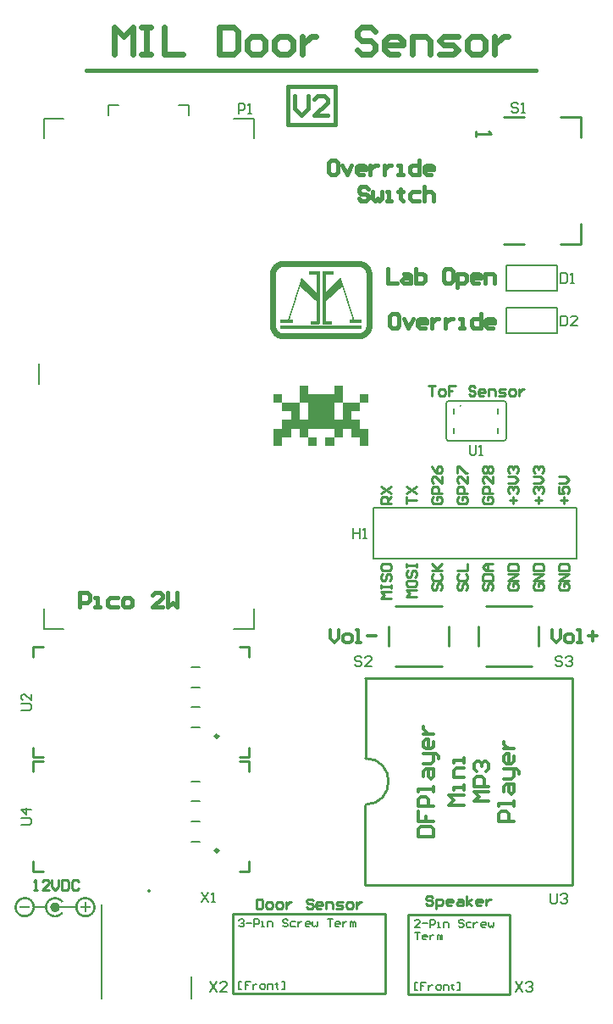
<source format=gbr>
%TF.GenerationSoftware,Altium Limited,Altium Designer,25.2.1 (25)*%
G04 Layer_Color=65535*
%FSLAX43Y43*%
%MOMM*%
%TF.SameCoordinates,F457C3C9-6880-4064-B818-50B76E06CF19*%
%TF.FilePolarity,Positive*%
%TF.FileFunction,Legend,Top*%
%TF.Part,Single*%
G01*
G75*
%TA.AperFunction,NonConductor*%
%ADD34C,0.200*%
%ADD35C,0.350*%
%ADD36C,0.254*%
%ADD37C,0.400*%
%ADD38C,0.300*%
%ADD39C,0.150*%
%ADD40C,0.250*%
%ADD41C,0.600*%
G36*
X35075Y73973D02*
X35158D01*
Y73967D01*
X35203D01*
Y73961D01*
X35247D01*
Y73954D01*
X35279D01*
Y73948D01*
X35318D01*
Y73942D01*
X35330D01*
Y73935D01*
X35362D01*
Y73929D01*
X35388D01*
Y73922D01*
X35407D01*
Y73916D01*
X35432D01*
Y73910D01*
X35445D01*
Y73903D01*
X35464D01*
Y73897D01*
X35483D01*
Y73891D01*
X35496D01*
Y73884D01*
X35515D01*
Y73878D01*
X35528D01*
Y73871D01*
X35553D01*
Y73865D01*
X35560D01*
Y73859D01*
X35579D01*
Y73852D01*
X35585D01*
Y73846D01*
X35598D01*
Y73840D01*
X35617D01*
Y73833D01*
X35624D01*
Y73827D01*
X35643D01*
Y73820D01*
X35655D01*
Y73814D01*
X35668D01*
Y73808D01*
X35675D01*
Y73801D01*
X35687D01*
Y73795D01*
X35700D01*
Y73789D01*
X35706D01*
Y73782D01*
X35719D01*
Y73776D01*
X35732D01*
Y73769D01*
X35738D01*
Y73763D01*
X35751D01*
Y73757D01*
X35757D01*
Y73750D01*
X35770D01*
Y73744D01*
X35777D01*
Y73738D01*
X35789D01*
Y73731D01*
X35796D01*
Y73725D01*
X35802D01*
Y73718D01*
X35815D01*
Y73712D01*
X35821D01*
Y73706D01*
X35834D01*
Y73699D01*
X35840D01*
Y73693D01*
X35847D01*
Y73687D01*
X35859D01*
Y73680D01*
X35866D01*
Y73674D01*
X35872D01*
Y73667D01*
X35879D01*
Y73661D01*
X35885D01*
Y73655D01*
X35898D01*
Y73642D01*
X35910D01*
Y73636D01*
X35917D01*
Y73629D01*
X35923D01*
Y73623D01*
X35930D01*
Y73616D01*
X35936D01*
Y73610D01*
X35942D01*
Y73604D01*
X35949D01*
Y73597D01*
X35961D01*
Y73585D01*
X35974D01*
Y73572D01*
X35981D01*
Y73565D01*
X35987D01*
Y73559D01*
X35993D01*
Y73553D01*
X36000D01*
Y73546D01*
X36006D01*
Y73540D01*
X36012D01*
Y73534D01*
X36019D01*
Y73527D01*
X36025D01*
Y73521D01*
X36032D01*
Y73514D01*
X36038D01*
Y73502D01*
X36044D01*
Y73495D01*
X36051D01*
Y73489D01*
X36057D01*
Y73482D01*
X36063D01*
Y73476D01*
X36070D01*
Y73463D01*
X36076D01*
Y73457D01*
X36083D01*
Y73451D01*
X36089D01*
Y73444D01*
X36095D01*
Y73432D01*
X36102D01*
Y73425D01*
X36108D01*
Y73412D01*
X36114D01*
Y73406D01*
X36121D01*
Y73400D01*
X36127D01*
Y73387D01*
X36134D01*
Y73381D01*
X36140D01*
Y73368D01*
X36146D01*
Y73361D01*
X36153D01*
Y73355D01*
X36159D01*
Y73336D01*
X36165D01*
Y73329D01*
X36172D01*
Y73317D01*
X36178D01*
Y73310D01*
X36185D01*
Y73298D01*
X36191D01*
Y73285D01*
X36197D01*
Y73278D01*
X36204D01*
Y73266D01*
X36210D01*
Y73253D01*
X36216D01*
Y73240D01*
X36223D01*
Y73221D01*
X36229D01*
Y73215D01*
X36236D01*
Y73196D01*
X36242D01*
Y73189D01*
X36248D01*
Y73170D01*
X36255D01*
Y73157D01*
X36261D01*
Y73145D01*
X36268D01*
Y73125D01*
X36274D01*
Y73113D01*
X36280D01*
Y73087D01*
X36287D01*
Y73074D01*
X36293D01*
Y73055D01*
X36299D01*
Y73036D01*
X36306D01*
Y73023D01*
X36312D01*
Y72992D01*
X36319D01*
Y72972D01*
X36325D01*
Y72941D01*
X36331D01*
Y72921D01*
X36338D01*
Y72896D01*
X36344D01*
Y72851D01*
X36350D01*
Y72819D01*
X36357D01*
Y72762D01*
X36363D01*
Y72679D01*
X36370D01*
Y67445D01*
X36363D01*
Y67362D01*
X36357D01*
Y67305D01*
X36350D01*
Y67273D01*
X36344D01*
Y67228D01*
X36338D01*
Y67203D01*
X36331D01*
Y67184D01*
X36325D01*
Y67152D01*
X36319D01*
Y67133D01*
X36312D01*
Y67101D01*
X36306D01*
Y67088D01*
X36299D01*
Y67069D01*
X36293D01*
Y67050D01*
X36287D01*
Y67037D01*
X36280D01*
Y67011D01*
X36274D01*
Y66999D01*
X36268D01*
Y66980D01*
X36261D01*
Y66967D01*
X36255D01*
Y66954D01*
X36248D01*
Y66935D01*
X36242D01*
Y66929D01*
X36236D01*
Y66909D01*
X36229D01*
Y66903D01*
X36223D01*
Y66884D01*
X36216D01*
Y66871D01*
X36210D01*
Y66858D01*
X36204D01*
Y66846D01*
X36197D01*
Y66839D01*
X36191D01*
Y66827D01*
X36185D01*
Y66814D01*
X36178D01*
Y66807D01*
X36172D01*
Y66795D01*
X36165D01*
Y66788D01*
X36159D01*
Y66769D01*
X36153D01*
Y66763D01*
X36146D01*
Y66756D01*
X36140D01*
Y66744D01*
X36134D01*
Y66737D01*
X36127D01*
Y66725D01*
X36121D01*
Y66718D01*
X36114D01*
Y66712D01*
X36108D01*
Y66699D01*
X36102D01*
Y66693D01*
X36095D01*
Y66680D01*
X36089D01*
Y66674D01*
X36083D01*
Y66667D01*
X36076D01*
Y66661D01*
X36070D01*
Y66648D01*
X36063D01*
Y66642D01*
X36057D01*
Y66635D01*
X36051D01*
Y66629D01*
X36044D01*
Y66622D01*
X36038D01*
Y66610D01*
X36032D01*
Y66603D01*
X36025D01*
Y66597D01*
X36019D01*
Y66591D01*
X36012D01*
Y66584D01*
X36006D01*
Y66578D01*
X36000D01*
Y66571D01*
X35993D01*
Y66565D01*
X35987D01*
Y66559D01*
X35981D01*
Y66552D01*
X35974D01*
Y66540D01*
X35961D01*
Y66527D01*
X35949D01*
Y66520D01*
X35942D01*
Y66514D01*
X35936D01*
Y66508D01*
X35930D01*
Y66501D01*
X35923D01*
Y66495D01*
X35917D01*
Y66489D01*
X35910D01*
Y66482D01*
X35898D01*
Y66469D01*
X35885D01*
Y66463D01*
X35879D01*
Y66457D01*
X35872D01*
Y66450D01*
X35866D01*
Y66444D01*
X35859D01*
Y66438D01*
X35847D01*
Y66431D01*
X35840D01*
Y66425D01*
X35834D01*
Y66418D01*
X35821D01*
Y66412D01*
X35815D01*
Y66406D01*
X35802D01*
Y66399D01*
X35796D01*
Y66393D01*
X35789D01*
Y66387D01*
X35777D01*
Y66380D01*
X35770D01*
Y66374D01*
X35757D01*
Y66367D01*
X35751D01*
Y66361D01*
X35738D01*
Y66355D01*
X35732D01*
Y66348D01*
X35719D01*
Y66342D01*
X35706D01*
Y66336D01*
X35700D01*
Y66329D01*
X35687D01*
Y66323D01*
X35675D01*
Y66316D01*
X35668D01*
Y66310D01*
X35655D01*
Y66304D01*
X35643D01*
Y66297D01*
X35624D01*
Y66291D01*
X35617D01*
Y66285D01*
X35598D01*
Y66278D01*
X35585D01*
Y66272D01*
X35579D01*
Y66265D01*
X35560D01*
Y66259D01*
X35553D01*
Y66253D01*
X35528D01*
Y66246D01*
X35515D01*
Y66240D01*
X35496D01*
Y66234D01*
X35483D01*
Y66227D01*
X35464D01*
Y66221D01*
X35445D01*
Y66214D01*
X35432D01*
Y66208D01*
X35407D01*
Y66202D01*
X35388D01*
Y66195D01*
X35362D01*
Y66189D01*
X35330D01*
Y66183D01*
X35318D01*
Y66176D01*
X35279D01*
Y66170D01*
X35247D01*
Y66163D01*
X35203D01*
Y66157D01*
X35158D01*
Y66151D01*
X35075D01*
Y66144D01*
X27418D01*
Y66151D01*
X27335D01*
Y66157D01*
X27291D01*
Y66163D01*
X27246D01*
Y66170D01*
X27214D01*
Y66176D01*
X27176D01*
Y66183D01*
X27163D01*
Y66189D01*
X27131D01*
Y66195D01*
X27106D01*
Y66202D01*
X27087D01*
Y66208D01*
X27061D01*
Y66214D01*
X27049D01*
Y66221D01*
X27029D01*
Y66227D01*
X27010D01*
Y66234D01*
X26998D01*
Y66240D01*
X26978D01*
Y66246D01*
X26966D01*
Y66253D01*
X26940D01*
Y66259D01*
X26934D01*
Y66265D01*
X26915D01*
Y66272D01*
X26908D01*
Y66278D01*
X26896D01*
Y66285D01*
X26876D01*
Y66291D01*
X26870D01*
Y66297D01*
X26851D01*
Y66304D01*
X26838D01*
Y66310D01*
X26825D01*
Y66316D01*
X26819D01*
Y66323D01*
X26806D01*
Y66329D01*
X26794D01*
Y66336D01*
X26787D01*
Y66342D01*
X26774D01*
Y66348D01*
X26762D01*
Y66355D01*
X26755D01*
Y66361D01*
X26743D01*
Y66367D01*
X26736D01*
Y66374D01*
X26723D01*
Y66380D01*
X26717D01*
Y66387D01*
X26704D01*
Y66393D01*
X26698D01*
Y66399D01*
X26692D01*
Y66406D01*
X26679D01*
Y66412D01*
X26672D01*
Y66418D01*
X26660D01*
Y66425D01*
X26653D01*
Y66431D01*
X26647D01*
Y66438D01*
X26634D01*
Y66444D01*
X26628D01*
Y66450D01*
X26621D01*
Y66457D01*
X26615D01*
Y66463D01*
X26609D01*
Y66469D01*
X26596D01*
Y66482D01*
X26583D01*
Y66489D01*
X26577D01*
Y66495D01*
X26570D01*
Y66501D01*
X26564D01*
Y66508D01*
X26558D01*
Y66514D01*
X26551D01*
Y66520D01*
X26545D01*
Y66527D01*
X26532D01*
Y66540D01*
X26519D01*
Y66552D01*
X26513D01*
Y66559D01*
X26507D01*
Y66565D01*
X26500D01*
Y66571D01*
X26494D01*
Y66578D01*
X26488D01*
Y66584D01*
X26481D01*
Y66591D01*
X26475D01*
Y66597D01*
X26468D01*
Y66603D01*
X26462D01*
Y66610D01*
X26456D01*
Y66622D01*
X26449D01*
Y66629D01*
X26443D01*
Y66635D01*
X26437D01*
Y66642D01*
X26430D01*
Y66648D01*
X26424D01*
Y66661D01*
X26417D01*
Y66667D01*
X26411D01*
Y66674D01*
X26405D01*
Y66680D01*
X26398D01*
Y66693D01*
X26392D01*
Y66699D01*
X26386D01*
Y66712D01*
X26379D01*
Y66718D01*
X26373D01*
Y66725D01*
X26366D01*
Y66737D01*
X26360D01*
Y66744D01*
X26354D01*
Y66756D01*
X26347D01*
Y66763D01*
X26341D01*
Y66769D01*
X26335D01*
Y66788D01*
X26328D01*
Y66795D01*
X26322D01*
Y66807D01*
X26315D01*
Y66814D01*
X26309D01*
Y66827D01*
X26303D01*
Y66839D01*
X26296D01*
Y66846D01*
X26290D01*
Y66858D01*
X26284D01*
Y66871D01*
X26277D01*
Y66884D01*
X26271D01*
Y66903D01*
X26264D01*
Y66909D01*
X26258D01*
Y66929D01*
X26252D01*
Y66935D01*
X26245D01*
Y66954D01*
X26239D01*
Y66967D01*
X26233D01*
Y66980D01*
X26226D01*
Y66999D01*
X26220D01*
Y67011D01*
X26213D01*
Y67037D01*
X26207D01*
Y67050D01*
X26201D01*
Y67069D01*
X26194D01*
Y67088D01*
X26188D01*
Y67101D01*
X26181D01*
Y67133D01*
X26175D01*
Y67152D01*
X26169D01*
Y67184D01*
X26162D01*
Y67203D01*
X26156D01*
Y67228D01*
X26150D01*
Y67273D01*
X26143D01*
Y67305D01*
X26137D01*
Y67362D01*
X26130D01*
Y67445D01*
X26124D01*
Y72679D01*
X26130D01*
Y72762D01*
X26137D01*
Y72819D01*
X26143D01*
Y72851D01*
X26150D01*
Y72896D01*
X26156D01*
Y72921D01*
X26162D01*
Y72941D01*
X26169D01*
Y72972D01*
X26175D01*
Y72992D01*
X26181D01*
Y73023D01*
X26188D01*
Y73036D01*
X26194D01*
Y73055D01*
X26201D01*
Y73074D01*
X26207D01*
Y73087D01*
X26213D01*
Y73113D01*
X26220D01*
Y73125D01*
X26226D01*
Y73145D01*
X26233D01*
Y73157D01*
X26239D01*
Y73170D01*
X26245D01*
Y73189D01*
X26252D01*
Y73196D01*
X26258D01*
Y73215D01*
X26264D01*
Y73221D01*
X26271D01*
Y73240D01*
X26277D01*
Y73253D01*
X26284D01*
Y73266D01*
X26290D01*
Y73278D01*
X26296D01*
Y73285D01*
X26303D01*
Y73298D01*
X26309D01*
Y73310D01*
X26315D01*
Y73317D01*
X26322D01*
Y73329D01*
X26328D01*
Y73336D01*
X26335D01*
Y73355D01*
X26341D01*
Y73361D01*
X26347D01*
Y73368D01*
X26354D01*
Y73381D01*
X26360D01*
Y73387D01*
X26366D01*
Y73400D01*
X26373D01*
Y73406D01*
X26379D01*
Y73412D01*
X26386D01*
Y73425D01*
X26392D01*
Y73432D01*
X26398D01*
Y73444D01*
X26405D01*
Y73451D01*
X26411D01*
Y73457D01*
X26417D01*
Y73463D01*
X26424D01*
Y73476D01*
X26430D01*
Y73482D01*
X26437D01*
Y73489D01*
X26443D01*
Y73495D01*
X26449D01*
Y73502D01*
X26456D01*
Y73514D01*
X26462D01*
Y73521D01*
X26468D01*
Y73527D01*
X26475D01*
Y73534D01*
X26481D01*
Y73540D01*
X26488D01*
Y73546D01*
X26494D01*
Y73553D01*
X26500D01*
Y73559D01*
X26507D01*
Y73565D01*
X26513D01*
Y73572D01*
X26519D01*
Y73585D01*
X26532D01*
Y73597D01*
X26545D01*
Y73604D01*
X26551D01*
Y73610D01*
X26558D01*
Y73616D01*
X26564D01*
Y73623D01*
X26570D01*
Y73629D01*
X26577D01*
Y73636D01*
X26583D01*
Y73642D01*
X26596D01*
Y73655D01*
X26609D01*
Y73661D01*
X26615D01*
Y73667D01*
X26621D01*
Y73674D01*
X26628D01*
Y73680D01*
X26634D01*
Y73687D01*
X26647D01*
Y73693D01*
X26653D01*
Y73699D01*
X26660D01*
Y73706D01*
X26672D01*
Y73712D01*
X26679D01*
Y73718D01*
X26692D01*
Y73725D01*
X26698D01*
Y73731D01*
X26704D01*
Y73738D01*
X26717D01*
Y73744D01*
X26723D01*
Y73750D01*
X26736D01*
Y73757D01*
X26743D01*
Y73763D01*
X26755D01*
Y73769D01*
X26762D01*
Y73776D01*
X26774D01*
Y73782D01*
X26787D01*
Y73789D01*
X26794D01*
Y73795D01*
X26806D01*
Y73801D01*
X26819D01*
Y73808D01*
X26825D01*
Y73814D01*
X26838D01*
Y73820D01*
X26851D01*
Y73827D01*
X26870D01*
Y73833D01*
X26876D01*
Y73840D01*
X26896D01*
Y73846D01*
X26908D01*
Y73852D01*
X26915D01*
Y73859D01*
X26934D01*
Y73865D01*
X26940D01*
Y73871D01*
X26966D01*
Y73878D01*
X26978D01*
Y73884D01*
X26998D01*
Y73891D01*
X27010D01*
Y73897D01*
X27029D01*
Y73903D01*
X27049D01*
Y73910D01*
X27061D01*
Y73916D01*
X27087D01*
Y73922D01*
X27106D01*
Y73929D01*
X27131D01*
Y73935D01*
X27163D01*
Y73942D01*
X27176D01*
Y73948D01*
X27214D01*
Y73954D01*
X27246D01*
Y73961D01*
X27291D01*
Y73967D01*
X27335D01*
Y73973D01*
X27418D01*
Y73980D01*
X35075D01*
Y73973D01*
D02*
G37*
G36*
X33409Y59818D02*
X35136D01*
Y58956D01*
X35135D01*
Y58955D01*
X34273D01*
Y58091D01*
X35135D01*
Y58090D01*
X35136D01*
Y57227D01*
X36000D01*
Y55500D01*
X35136D01*
Y56364D01*
X34274D01*
Y56365D01*
X34273D01*
Y57227D01*
X33409D01*
Y56365D01*
X33408D01*
Y56364D01*
X32545D01*
Y57227D01*
X29955D01*
Y56364D01*
X30817D01*
Y56363D01*
X30818D01*
Y55500D01*
X29955D01*
Y56364D01*
X29092D01*
Y56365D01*
X29091D01*
Y57227D01*
X28227D01*
Y56365D01*
X28226D01*
Y56364D01*
X27364D01*
Y55500D01*
X26500D01*
Y57227D01*
X27364D01*
Y58090D01*
X27365D01*
Y58091D01*
X28227D01*
Y58955D01*
X27365D01*
Y58956D01*
X27364D01*
Y59818D01*
X26500D01*
Y60439D01*
Y60440D01*
Y60682D01*
X27363D01*
Y60681D01*
X27364D01*
Y59818D01*
X29091D01*
Y58091D01*
X29955D01*
Y59818D01*
X29091D01*
Y61545D01*
X29955D01*
Y60682D01*
X32545D01*
Y61545D01*
X33409D01*
Y59818D01*
D02*
G37*
G36*
X36000D02*
X35136D01*
Y60083D01*
Y60084D01*
Y60681D01*
X35137D01*
Y60682D01*
X36000D01*
Y59818D01*
D02*
G37*
G36*
X32545Y56296D02*
Y56295D01*
Y55500D01*
X31682D01*
Y56363D01*
X31683D01*
Y56364D01*
X32545D01*
Y56296D01*
D02*
G37*
G36*
X7734Y10442D02*
X7745D01*
Y10440D01*
X7778D01*
Y10437D01*
X7794D01*
Y10435D01*
X7807D01*
Y10433D01*
X7829D01*
Y10431D01*
X7840D01*
Y10429D01*
X7855D01*
Y10426D01*
X7868D01*
Y10424D01*
X7877D01*
Y10422D01*
X7888D01*
Y10420D01*
X7897D01*
Y10418D01*
X7910D01*
Y10416D01*
X7919D01*
Y10413D01*
X7928D01*
Y10411D01*
X7936D01*
Y10409D01*
X7943D01*
Y10407D01*
X7952D01*
Y10405D01*
X7958D01*
Y10402D01*
X7967D01*
Y10400D01*
X7974D01*
Y10398D01*
X7980D01*
Y10396D01*
X7989D01*
Y10394D01*
X7994D01*
Y10391D01*
X8005D01*
Y10389D01*
X8009D01*
Y10387D01*
X8016D01*
Y10385D01*
X8022D01*
Y10383D01*
X8027D01*
Y10380D01*
X8035D01*
Y10378D01*
X8038D01*
Y10376D01*
X8046D01*
Y10374D01*
X8051D01*
Y10372D01*
X8055D01*
Y10369D01*
X8062D01*
Y10367D01*
X8066D01*
Y10365D01*
X8073D01*
Y10363D01*
X8075D01*
Y10361D01*
X8081D01*
Y10358D01*
X8088D01*
Y10356D01*
X8092D01*
Y10354D01*
X8099D01*
Y10352D01*
X8101D01*
Y10350D01*
X8108D01*
Y10347D01*
X8112D01*
Y10345D01*
X8117D01*
Y10343D01*
X8121D01*
Y10341D01*
X8125D01*
Y10339D01*
X8130D01*
Y10336D01*
X8134D01*
Y10334D01*
X8139D01*
Y10332D01*
X8143D01*
Y10330D01*
X8145D01*
Y10328D01*
X8152D01*
Y10325D01*
X8154D01*
Y10323D01*
X8161D01*
Y10321D01*
X8163D01*
Y10319D01*
X8167D01*
Y10317D01*
X8172D01*
Y10314D01*
X8176D01*
Y10312D01*
X8180D01*
Y10310D01*
X8183D01*
Y10308D01*
X8187D01*
Y10306D01*
X8191D01*
Y10303D01*
X8193D01*
Y10301D01*
X8198D01*
Y10299D01*
X8200D01*
Y10297D01*
X8207D01*
Y10295D01*
X8209D01*
Y10292D01*
X8213D01*
Y10290D01*
X8215D01*
Y10288D01*
X8220D01*
Y10286D01*
X8224D01*
Y10284D01*
X8226D01*
Y10282D01*
X8231D01*
Y10279D01*
X8233D01*
Y10277D01*
X8235D01*
Y10275D01*
X8240D01*
Y10273D01*
X8242D01*
Y10271D01*
X8246D01*
Y10268D01*
X8248D01*
Y10266D01*
X8253D01*
Y10264D01*
X8257D01*
Y10262D01*
X8259D01*
Y10260D01*
X8262D01*
Y10257D01*
X8264D01*
Y10255D01*
X8268D01*
Y10253D01*
X8270D01*
Y10251D01*
X8275D01*
Y10249D01*
X8277D01*
Y10246D01*
X8279D01*
Y10244D01*
X8284D01*
Y10242D01*
X8286D01*
Y10240D01*
X8288D01*
Y10238D01*
X8292D01*
Y10235D01*
X8295D01*
Y10233D01*
X8297D01*
Y10231D01*
X8299D01*
Y10229D01*
X8303D01*
Y10227D01*
X8306D01*
Y10224D01*
X8308D01*
Y10222D01*
X8312D01*
Y10220D01*
X8314D01*
Y10218D01*
X8317D01*
Y10216D01*
X8319D01*
Y10213D01*
X8323D01*
Y10211D01*
X8325D01*
Y10209D01*
X8327D01*
Y10207D01*
X8330D01*
Y10205D01*
X8332D01*
Y10202D01*
X8334D01*
Y10200D01*
X8336D01*
Y10198D01*
X8341D01*
Y10196D01*
X8343D01*
Y10194D01*
X8345D01*
Y10191D01*
X8347D01*
Y10189D01*
X8349D01*
Y10187D01*
X8352D01*
Y10185D01*
X8356D01*
Y10180D01*
X8360D01*
Y10178D01*
X8363D01*
Y10176D01*
X8365D01*
Y10174D01*
X8367D01*
Y10172D01*
X8369D01*
Y10169D01*
X8371D01*
Y10167D01*
X8374D01*
Y10165D01*
X8376D01*
Y10163D01*
X8378D01*
Y10161D01*
X8380D01*
Y10158D01*
X8382D01*
Y10156D01*
X8385D01*
Y10154D01*
X8387D01*
Y10152D01*
X8389D01*
Y10150D01*
X8391D01*
Y10148D01*
X8393D01*
Y10145D01*
X8396D01*
Y10143D01*
X8398D01*
Y10141D01*
X8400D01*
Y10139D01*
X8402D01*
Y10137D01*
X8404D01*
Y10134D01*
X8407D01*
Y10132D01*
X8409D01*
Y10130D01*
X8411D01*
Y10128D01*
X8413D01*
Y10123D01*
X8415D01*
Y10121D01*
X8418D01*
Y10119D01*
X8420D01*
Y10117D01*
X8422D01*
Y10115D01*
X8424D01*
Y10112D01*
X8426D01*
Y10110D01*
X8429D01*
Y10108D01*
X8431D01*
Y10104D01*
X8433D01*
Y10101D01*
X8435D01*
Y10099D01*
X8437D01*
Y10097D01*
X8440D01*
Y10095D01*
X8442D01*
Y10093D01*
X8444D01*
Y10090D01*
X8446D01*
Y10086D01*
X8448D01*
Y10084D01*
X8451D01*
Y10082D01*
X8453D01*
Y10079D01*
X8455D01*
Y10077D01*
X8457D01*
Y10073D01*
X8459D01*
Y10071D01*
X8462D01*
Y10066D01*
X8464D01*
Y10064D01*
X8466D01*
Y10062D01*
X8468D01*
Y10060D01*
X8470D01*
Y10057D01*
X8472D01*
Y10053D01*
X8475D01*
Y10051D01*
X8477D01*
Y10046D01*
X8479D01*
Y10044D01*
X8481D01*
Y10042D01*
X8483D01*
Y10038D01*
X8486D01*
Y10035D01*
X8488D01*
Y10031D01*
X8490D01*
Y10029D01*
X8492D01*
Y10027D01*
X8494D01*
Y10022D01*
X8497D01*
Y10020D01*
X8499D01*
Y10018D01*
X8501D01*
Y10016D01*
X8503D01*
Y10009D01*
X8505D01*
Y10007D01*
X8508D01*
Y10005D01*
X8510D01*
Y10000D01*
X8512D01*
Y9998D01*
X8514D01*
Y9994D01*
X8516D01*
Y9992D01*
X8519D01*
Y9987D01*
X8521D01*
Y9983D01*
X8523D01*
Y9981D01*
X8525D01*
Y9976D01*
X8527D01*
Y9974D01*
X8530D01*
Y9970D01*
X8532D01*
Y9965D01*
X8534D01*
Y9963D01*
X8536D01*
Y9959D01*
X8538D01*
Y9956D01*
X8541D01*
Y9950D01*
X8543D01*
Y9948D01*
X8545D01*
Y9943D01*
X8547D01*
Y9939D01*
X8549D01*
Y9937D01*
X8552D01*
Y9930D01*
X8554D01*
Y9928D01*
X8556D01*
Y9923D01*
X8558D01*
Y9919D01*
X8560D01*
Y9915D01*
X8563D01*
Y9910D01*
X8565D01*
Y9908D01*
X8567D01*
Y9901D01*
X8569D01*
Y9897D01*
X8571D01*
Y9893D01*
X8574D01*
Y9888D01*
X8576D01*
Y9884D01*
X8578D01*
Y9880D01*
X8580D01*
Y9875D01*
X8582D01*
Y9869D01*
X8585D01*
Y9866D01*
X8587D01*
Y9862D01*
X8589D01*
Y9855D01*
X8591D01*
Y9851D01*
X8593D01*
Y9844D01*
X8595D01*
Y9842D01*
X8598D01*
Y9833D01*
X8600D01*
Y9829D01*
X8602D01*
Y9827D01*
X8604D01*
Y9818D01*
X8606D01*
Y9814D01*
X8609D01*
Y9807D01*
X8611D01*
Y9803D01*
X8613D01*
Y9796D01*
X8615D01*
Y9789D01*
X8617D01*
Y9785D01*
X8620D01*
Y9774D01*
X8622D01*
Y9772D01*
X8624D01*
Y9763D01*
X8626D01*
Y9756D01*
X8628D01*
Y9752D01*
X8631D01*
Y9741D01*
X8633D01*
Y9737D01*
X8635D01*
Y9728D01*
X8637D01*
Y9721D01*
X8639D01*
Y9715D01*
X8642D01*
Y9704D01*
X8644D01*
Y9697D01*
X8646D01*
Y9686D01*
X8648D01*
Y9680D01*
X8650D01*
Y9669D01*
X8653D01*
Y9658D01*
X8655D01*
Y9649D01*
X8657D01*
Y9636D01*
X8659D01*
Y9627D01*
X8661D01*
Y9609D01*
X8664D01*
Y9596D01*
X8666D01*
Y9590D01*
X8668D01*
Y9568D01*
X8670D01*
Y9550D01*
X8672D01*
Y9517D01*
X8675D01*
Y9495D01*
X8677D01*
Y9368D01*
X8675D01*
Y9343D01*
X8672D01*
Y9313D01*
X8670D01*
Y9302D01*
X8668D01*
Y9282D01*
X8666D01*
Y9264D01*
X8664D01*
Y9258D01*
X8661D01*
Y9238D01*
X8659D01*
Y9231D01*
X8657D01*
Y9216D01*
X8655D01*
Y9207D01*
X8653D01*
Y9196D01*
X8650D01*
Y9188D01*
X8648D01*
Y9181D01*
X8646D01*
Y9170D01*
X8644D01*
Y9163D01*
X8642D01*
Y9152D01*
X8639D01*
Y9144D01*
X8637D01*
Y9137D01*
X8635D01*
Y9128D01*
X8633D01*
Y9126D01*
X8631D01*
Y9115D01*
X8628D01*
Y9108D01*
X8626D01*
Y9102D01*
X8624D01*
Y9093D01*
X8622D01*
Y9089D01*
X8620D01*
Y9082D01*
X8617D01*
Y9075D01*
X8615D01*
Y9069D01*
X8613D01*
Y9064D01*
X8611D01*
Y9058D01*
X8609D01*
Y9051D01*
X8606D01*
Y9049D01*
X8604D01*
Y9040D01*
X8602D01*
Y9036D01*
X8600D01*
Y9032D01*
X8598D01*
Y9025D01*
X8595D01*
Y9021D01*
X8593D01*
Y9014D01*
X8591D01*
Y9010D01*
X8589D01*
Y9005D01*
X8587D01*
Y9001D01*
X8585D01*
Y8996D01*
X8582D01*
Y8990D01*
X8580D01*
Y8988D01*
X8578D01*
Y8981D01*
X8576D01*
Y8977D01*
X8574D01*
Y8972D01*
X8571D01*
Y8968D01*
X8569D01*
Y8963D01*
X8567D01*
Y8959D01*
X8565D01*
Y8955D01*
X8563D01*
Y8950D01*
X8560D01*
Y8946D01*
X8558D01*
Y8944D01*
X8556D01*
Y8939D01*
X8554D01*
Y8935D01*
X8552D01*
Y8931D01*
X8549D01*
Y8926D01*
X8547D01*
Y8922D01*
X8545D01*
Y8920D01*
X8543D01*
Y8915D01*
X8541D01*
Y8911D01*
X8538D01*
Y8906D01*
X8536D01*
Y8902D01*
X8534D01*
Y8900D01*
X8532D01*
Y8898D01*
X8530D01*
Y8891D01*
X8527D01*
Y8889D01*
X8525D01*
Y8884D01*
X8523D01*
Y8882D01*
X8521D01*
Y8878D01*
X8519D01*
Y8876D01*
X8516D01*
Y8873D01*
X8514D01*
Y8869D01*
X8512D01*
Y8865D01*
X8510D01*
Y8860D01*
X8508D01*
Y8858D01*
X8505D01*
Y8856D01*
X8503D01*
Y8851D01*
X8501D01*
Y8849D01*
X8499D01*
Y8845D01*
X8497D01*
Y8843D01*
X8494D01*
Y8838D01*
X8492D01*
Y8836D01*
X8490D01*
Y8834D01*
X8488D01*
Y8829D01*
X8486D01*
Y8827D01*
X8483D01*
Y8823D01*
X8481D01*
Y8821D01*
X8479D01*
Y8818D01*
X8477D01*
Y8814D01*
X8475D01*
Y8812D01*
X8472D01*
Y8810D01*
X8470D01*
Y8807D01*
X8468D01*
Y8803D01*
X8466D01*
Y8801D01*
X8464D01*
Y8799D01*
X8462D01*
Y8794D01*
X8459D01*
Y8792D01*
X8457D01*
Y8790D01*
X8455D01*
Y8788D01*
X8453D01*
Y8786D01*
X8451D01*
Y8781D01*
X8448D01*
Y8779D01*
X8446D01*
Y8777D01*
X8444D01*
Y8775D01*
X8442D01*
Y8772D01*
X8440D01*
Y8768D01*
X8437D01*
Y8766D01*
X8435D01*
Y8764D01*
X8433D01*
Y8761D01*
X8431D01*
Y8759D01*
X8429D01*
Y8757D01*
X8426D01*
Y8753D01*
X8424D01*
Y8750D01*
X8422D01*
Y8748D01*
X8420D01*
Y8746D01*
X8418D01*
Y8744D01*
X8415D01*
Y8742D01*
X8413D01*
Y8739D01*
X8411D01*
Y8737D01*
X8409D01*
Y8733D01*
X8404D01*
Y8728D01*
X8402D01*
Y8726D01*
X8398D01*
Y8722D01*
X8396D01*
Y8720D01*
X8393D01*
Y8717D01*
X8391D01*
Y8715D01*
X8389D01*
Y8713D01*
X8387D01*
Y8711D01*
X8382D01*
Y8706D01*
X8380D01*
Y8704D01*
X8378D01*
Y8702D01*
X8376D01*
Y8700D01*
X8371D01*
Y8695D01*
X8367D01*
Y8693D01*
X8365D01*
Y8691D01*
X8363D01*
Y8689D01*
X8360D01*
Y8687D01*
X8358D01*
Y8684D01*
X8356D01*
Y8682D01*
X8354D01*
Y8680D01*
X8352D01*
Y8678D01*
X8349D01*
Y8676D01*
X8347D01*
Y8673D01*
X8343D01*
Y8671D01*
X8341D01*
Y8669D01*
X8338D01*
Y8667D01*
X8336D01*
Y8665D01*
X8334D01*
Y8663D01*
X8332D01*
Y8660D01*
X8330D01*
Y8658D01*
X8325D01*
Y8656D01*
X8323D01*
Y8654D01*
X8321D01*
Y8652D01*
X8319D01*
Y8649D01*
X8317D01*
Y8647D01*
X8312D01*
Y8645D01*
X8310D01*
Y8643D01*
X8308D01*
Y8641D01*
X8306D01*
Y8638D01*
X8301D01*
Y8636D01*
X8299D01*
Y8634D01*
X8297D01*
Y8632D01*
X8292D01*
Y8630D01*
X8290D01*
Y8627D01*
X8288D01*
Y8625D01*
X8286D01*
Y8623D01*
X8281D01*
Y8621D01*
X8279D01*
Y8619D01*
X8277D01*
Y8616D01*
X8273D01*
Y8614D01*
X8270D01*
Y8612D01*
X8266D01*
Y8610D01*
X8264D01*
Y8608D01*
X8262D01*
Y8605D01*
X8257D01*
Y8603D01*
X8255D01*
Y8601D01*
X8251D01*
Y8599D01*
X8248D01*
Y8597D01*
X8244D01*
Y8594D01*
X8242D01*
Y8592D01*
X8240D01*
Y8590D01*
X8235D01*
Y8588D01*
X8231D01*
Y8586D01*
X8229D01*
Y8583D01*
X8224D01*
Y8581D01*
X8222D01*
Y8579D01*
X8218D01*
Y8577D01*
X8215D01*
Y8575D01*
X8211D01*
Y8572D01*
X8207D01*
Y8570D01*
X8204D01*
Y8568D01*
X8200D01*
Y8566D01*
X8196D01*
Y8564D01*
X8193D01*
Y8561D01*
X8189D01*
Y8559D01*
X8185D01*
Y8557D01*
X8180D01*
Y8555D01*
X8178D01*
Y8553D01*
X8174D01*
Y8550D01*
X8172D01*
Y8548D01*
X8165D01*
Y8546D01*
X8161D01*
Y8544D01*
X8158D01*
Y8542D01*
X8152D01*
Y8539D01*
X8150D01*
Y8537D01*
X8145D01*
Y8535D01*
X8141D01*
Y8533D01*
X8136D01*
Y8531D01*
X8132D01*
Y8528D01*
X8130D01*
Y8526D01*
X8123D01*
Y8524D01*
X8119D01*
Y8522D01*
X8114D01*
Y8520D01*
X8110D01*
Y8518D01*
X8106D01*
Y8515D01*
X8099D01*
Y8513D01*
X8097D01*
Y8511D01*
X8090D01*
Y8509D01*
X8084D01*
Y8507D01*
X8081D01*
Y8504D01*
X8075D01*
Y8502D01*
X8070D01*
Y8500D01*
X8062D01*
Y8498D01*
X8059D01*
Y8496D01*
X8053D01*
Y8493D01*
X8049D01*
Y8491D01*
X8042D01*
Y8489D01*
X8035D01*
Y8487D01*
X8031D01*
Y8485D01*
X8024D01*
Y8482D01*
X8020D01*
Y8480D01*
X8013D01*
Y8478D01*
X8005D01*
Y8476D01*
X8000D01*
Y8474D01*
X7991D01*
Y8471D01*
X7987D01*
Y8469D01*
X7978D01*
Y8467D01*
X7969D01*
Y8465D01*
X7963D01*
Y8463D01*
X7956D01*
Y8460D01*
X7950D01*
Y8458D01*
X7936D01*
Y8456D01*
X7932D01*
Y8454D01*
X7923D01*
Y8452D01*
X7912D01*
Y8449D01*
X7906D01*
Y8447D01*
X7893D01*
Y8445D01*
X7884D01*
Y8443D01*
X7873D01*
Y8441D01*
X7862D01*
Y8438D01*
X7851D01*
Y8436D01*
X7833D01*
Y8434D01*
X7822D01*
Y8432D01*
X7800D01*
Y8430D01*
X7785D01*
Y8427D01*
X7765D01*
Y8425D01*
X7726D01*
Y8423D01*
X7721D01*
Y8421D01*
X7614D01*
Y8423D01*
X7607D01*
Y8425D01*
X7565D01*
Y8427D01*
X7548D01*
Y8430D01*
X7530D01*
Y8432D01*
X7510D01*
Y8434D01*
X7502D01*
Y8436D01*
X7480D01*
Y8438D01*
X7473D01*
Y8441D01*
X7460D01*
Y8443D01*
X7449D01*
Y8445D01*
X7440D01*
Y8447D01*
X7427D01*
Y8449D01*
X7420D01*
Y8452D01*
X7409D01*
Y8454D01*
X7403D01*
Y8456D01*
X7392D01*
Y8458D01*
X7383D01*
Y8460D01*
X7378D01*
Y8463D01*
X7370D01*
Y8465D01*
X7361D01*
Y8467D01*
X7354D01*
Y8469D01*
X7348D01*
Y8471D01*
X7341D01*
Y8474D01*
X7332D01*
Y8476D01*
X7328D01*
Y8478D01*
X7319D01*
Y8480D01*
X7315D01*
Y8482D01*
X7308D01*
Y8485D01*
X7302D01*
Y8487D01*
X7297D01*
Y8489D01*
X7288D01*
Y8491D01*
X7286D01*
Y8493D01*
X7280D01*
Y8496D01*
X7273D01*
Y8498D01*
X7269D01*
Y8500D01*
X7262D01*
Y8502D01*
X7258D01*
Y8504D01*
X7253D01*
Y8507D01*
X7247D01*
Y8509D01*
X7244D01*
Y8511D01*
X7238D01*
Y8513D01*
X7234D01*
Y8515D01*
X7227D01*
Y8518D01*
X7225D01*
Y8520D01*
X7218D01*
Y8522D01*
X7214D01*
Y8524D01*
X7212D01*
Y8526D01*
X7205D01*
Y8528D01*
X7203D01*
Y8531D01*
X7196D01*
Y8533D01*
X7192D01*
Y8535D01*
X7187D01*
Y8537D01*
X7183D01*
Y8539D01*
X7181D01*
Y8542D01*
X7174D01*
Y8544D01*
X7172D01*
Y8546D01*
X7168D01*
Y8548D01*
X7163D01*
Y8550D01*
X7161D01*
Y8553D01*
X7154D01*
Y8555D01*
X7152D01*
Y8557D01*
X7146D01*
Y8559D01*
X7143D01*
Y8561D01*
X7141D01*
Y8564D01*
X7137D01*
Y8566D01*
X7132D01*
Y8568D01*
X7128D01*
Y8570D01*
X7126D01*
Y8572D01*
X7121D01*
Y8575D01*
X7117D01*
Y8577D01*
X7115D01*
Y8579D01*
X7110D01*
Y8581D01*
X7108D01*
Y8583D01*
X7104D01*
Y8586D01*
X7102D01*
Y8588D01*
X7100D01*
Y8590D01*
X7095D01*
Y8592D01*
X7093D01*
Y8594D01*
X7089D01*
Y8597D01*
X7086D01*
Y8599D01*
X7082D01*
Y8601D01*
X7078D01*
Y8603D01*
X7075D01*
Y8605D01*
X7071D01*
Y8608D01*
X7069D01*
Y8610D01*
X7064D01*
Y8612D01*
X7062D01*
Y8614D01*
X7060D01*
Y8616D01*
X7058D01*
Y8619D01*
X7056D01*
Y8621D01*
X7051D01*
Y8623D01*
X7049D01*
Y8625D01*
X7045D01*
Y8627D01*
X7042D01*
Y8630D01*
X7040D01*
Y8632D01*
X7036D01*
Y8634D01*
X7034D01*
Y8636D01*
X7031D01*
Y8638D01*
X7029D01*
Y8641D01*
X7027D01*
Y8643D01*
X7023D01*
Y8645D01*
X7020D01*
Y8647D01*
X7018D01*
Y8649D01*
X7014D01*
Y8652D01*
X7012D01*
Y8654D01*
X7009D01*
Y8656D01*
X7007D01*
Y8658D01*
X7003D01*
Y8660D01*
X7001D01*
Y8663D01*
X6998D01*
Y8665D01*
X6996D01*
Y8667D01*
X6994D01*
Y8669D01*
X6992D01*
Y8671D01*
X6990D01*
Y8673D01*
X6985D01*
Y8678D01*
X6981D01*
Y8682D01*
X6979D01*
Y8684D01*
X6974D01*
Y8687D01*
X6972D01*
Y8689D01*
X6970D01*
Y8691D01*
X6968D01*
Y8693D01*
X6966D01*
Y8695D01*
X6963D01*
Y8698D01*
X6961D01*
Y8700D01*
X6959D01*
Y8702D01*
X6957D01*
Y8704D01*
X6955D01*
Y8706D01*
X6952D01*
Y8709D01*
X6950D01*
Y8711D01*
X6946D01*
Y8713D01*
X6944D01*
Y8715D01*
X6941D01*
Y8717D01*
X6939D01*
Y8722D01*
X6937D01*
Y8724D01*
X6935D01*
Y8726D01*
X6933D01*
Y8728D01*
X6930D01*
Y8731D01*
X6928D01*
Y8733D01*
X6926D01*
Y8735D01*
X6924D01*
Y8737D01*
X6922D01*
Y8739D01*
X6919D01*
Y8742D01*
X6917D01*
Y8746D01*
X6913D01*
Y8748D01*
X6911D01*
Y8753D01*
X6908D01*
Y8755D01*
X6906D01*
Y8757D01*
X6904D01*
Y8759D01*
X6902D01*
Y8761D01*
X6900D01*
Y8764D01*
X6897D01*
Y8766D01*
X6895D01*
Y8768D01*
X6893D01*
Y8772D01*
X6891D01*
Y8775D01*
X6889D01*
Y8777D01*
X6886D01*
Y8779D01*
X6884D01*
Y8783D01*
X6882D01*
Y8786D01*
X6880D01*
Y8788D01*
X6878D01*
Y8790D01*
X6875D01*
Y8794D01*
X6873D01*
Y8797D01*
X6871D01*
Y8799D01*
X6869D01*
Y8801D01*
X6867D01*
Y8803D01*
X6864D01*
Y8807D01*
X6862D01*
Y8810D01*
X6860D01*
Y8812D01*
X6858D01*
Y8816D01*
X6856D01*
Y8818D01*
X6853D01*
Y8821D01*
X6851D01*
Y8823D01*
X6849D01*
Y8827D01*
X6847D01*
Y8832D01*
X6845D01*
Y8834D01*
X6842D01*
Y8836D01*
X6840D01*
Y8838D01*
X6838D01*
Y8843D01*
X6836D01*
Y8847D01*
X6834D01*
Y8849D01*
X6832D01*
Y8854D01*
X6829D01*
Y8856D01*
X6827D01*
Y8860D01*
X6825D01*
Y8862D01*
X6823D01*
Y8867D01*
X6821D01*
Y8869D01*
X6818D01*
Y8871D01*
X6816D01*
Y8876D01*
X6814D01*
Y8878D01*
X6812D01*
Y8882D01*
X6810D01*
Y8887D01*
X6807D01*
Y8891D01*
X6805D01*
Y8893D01*
X6803D01*
Y8898D01*
X6801D01*
Y8900D01*
X6799D01*
Y8904D01*
X6796D01*
Y8909D01*
X6794D01*
Y8913D01*
X6792D01*
Y8915D01*
X6790D01*
Y8920D01*
X6788D01*
Y8922D01*
X6785D01*
Y8928D01*
X6783D01*
Y8931D01*
X6781D01*
Y8935D01*
X6779D01*
Y8939D01*
X6777D01*
Y8944D01*
X6774D01*
Y8948D01*
X6772D01*
Y8950D01*
X6770D01*
Y8957D01*
X6768D01*
Y8959D01*
X6766D01*
Y8963D01*
X6763D01*
Y8970D01*
X6761D01*
Y8972D01*
X6759D01*
Y8979D01*
X6757D01*
Y8981D01*
X6755D01*
Y8988D01*
X6752D01*
Y8992D01*
X6750D01*
Y8994D01*
X6748D01*
Y9003D01*
X6746D01*
Y9005D01*
X6744D01*
Y9012D01*
X6741D01*
Y9016D01*
X6739D01*
Y9021D01*
X6737D01*
Y9027D01*
X6735D01*
Y9029D01*
X6733D01*
Y9038D01*
X6730D01*
Y9043D01*
X6728D01*
Y9049D01*
X6726D01*
Y9054D01*
X6724D01*
Y9058D01*
X6722D01*
Y9067D01*
X6719D01*
Y9071D01*
X6717D01*
Y9080D01*
X6715D01*
Y9082D01*
X6713D01*
Y9089D01*
X6711D01*
Y9097D01*
X6708D01*
Y9100D01*
X6706D01*
Y9113D01*
X6704D01*
Y9115D01*
X6702D01*
Y9124D01*
X6700D01*
Y9130D01*
X6698D01*
Y9137D01*
X6695D01*
Y9146D01*
X6693D01*
Y9152D01*
X6691D01*
Y9163D01*
X6689D01*
Y9170D01*
X6687D01*
Y9179D01*
X6684D01*
Y9190D01*
X6682D01*
Y9196D01*
X6680D01*
Y9212D01*
X6678D01*
Y9220D01*
X6676D01*
Y9236D01*
X6673D01*
Y9242D01*
X6671D01*
Y9253D01*
X6669D01*
Y9273D01*
X6667D01*
Y9284D01*
X6665D01*
Y9306D01*
X6662D01*
Y9322D01*
X6660D01*
Y9330D01*
X6658D01*
Y9333D01*
X5094D01*
Y9324D01*
X5092D01*
Y9313D01*
X5089D01*
Y9306D01*
X5087D01*
Y9297D01*
X5085D01*
Y9293D01*
X5083D01*
Y9282D01*
X5081D01*
Y9278D01*
X5078D01*
Y9269D01*
X5076D01*
Y9264D01*
X5074D01*
Y9260D01*
X5072D01*
Y9251D01*
X5070D01*
Y9247D01*
X5068D01*
Y9242D01*
X5065D01*
Y9238D01*
X5063D01*
Y9231D01*
X5061D01*
Y9227D01*
X5059D01*
Y9223D01*
X5057D01*
Y9216D01*
X5054D01*
Y9214D01*
X5052D01*
Y9209D01*
X5050D01*
Y9205D01*
X5048D01*
Y9201D01*
X5046D01*
Y9196D01*
X5043D01*
Y9194D01*
X5041D01*
Y9190D01*
X5039D01*
Y9185D01*
X5037D01*
Y9183D01*
X5035D01*
Y9179D01*
X5032D01*
Y9177D01*
X5030D01*
Y9172D01*
X5028D01*
Y9168D01*
X5026D01*
Y9166D01*
X5024D01*
Y9161D01*
X5021D01*
Y9159D01*
X5019D01*
Y9155D01*
X5017D01*
Y9152D01*
X5015D01*
Y9150D01*
X5013D01*
Y9146D01*
X5010D01*
Y9144D01*
X5008D01*
Y9139D01*
X5006D01*
Y9137D01*
X5004D01*
Y9135D01*
X5002D01*
Y9133D01*
X4999D01*
Y9130D01*
X4997D01*
Y9128D01*
X4995D01*
Y9124D01*
X4993D01*
Y9122D01*
X4991D01*
Y9119D01*
X4988D01*
Y9117D01*
X4986D01*
Y9115D01*
X4984D01*
Y9113D01*
X4982D01*
Y9111D01*
X4980D01*
Y9108D01*
X4977D01*
Y9106D01*
X4975D01*
Y9104D01*
X4973D01*
Y9100D01*
X4971D01*
Y9097D01*
X4969D01*
Y9095D01*
X4966D01*
Y9093D01*
X4962D01*
Y9091D01*
X4960D01*
Y9089D01*
X4958D01*
Y9086D01*
X4955D01*
Y9084D01*
X4953D01*
Y9082D01*
X4951D01*
Y9080D01*
X4949D01*
Y9078D01*
X4947D01*
Y9075D01*
X4944D01*
Y9073D01*
X4940D01*
Y9071D01*
X4938D01*
Y9069D01*
X4936D01*
Y9067D01*
X4934D01*
Y9064D01*
X4931D01*
Y9062D01*
X4927D01*
Y9060D01*
X4925D01*
Y9058D01*
X4923D01*
Y9056D01*
X4920D01*
Y9054D01*
X4916D01*
Y9051D01*
X4914D01*
Y9049D01*
X4912D01*
Y9047D01*
X4907D01*
Y9045D01*
X4903D01*
Y9043D01*
X4901D01*
Y9040D01*
X4896D01*
Y9038D01*
X4894D01*
Y9036D01*
X4890D01*
Y9034D01*
X4887D01*
Y9032D01*
X4883D01*
Y9029D01*
X4881D01*
Y9027D01*
X4876D01*
Y9025D01*
X4872D01*
Y9023D01*
X4868D01*
Y9021D01*
X4863D01*
Y9018D01*
X4861D01*
Y9016D01*
X4854D01*
Y9014D01*
X4852D01*
Y9012D01*
X4848D01*
Y9010D01*
X4843D01*
Y9007D01*
X4839D01*
Y9005D01*
X4832D01*
Y9003D01*
X4828D01*
Y9001D01*
X4821D01*
Y8999D01*
X4819D01*
Y8996D01*
X4813D01*
Y8994D01*
X4806D01*
Y8992D01*
X4802D01*
Y8990D01*
X4793D01*
Y8988D01*
X4789D01*
Y8985D01*
X4782D01*
Y8983D01*
X4775D01*
Y8981D01*
X4767D01*
Y8979D01*
X4756D01*
Y8977D01*
X4751D01*
Y8974D01*
X4738D01*
Y8972D01*
X4731D01*
Y8970D01*
X4718D01*
Y8968D01*
X4701D01*
Y8966D01*
X4687D01*
Y8963D01*
X4639D01*
Y8961D01*
X4626D01*
Y8963D01*
X4578D01*
Y8966D01*
X4567D01*
Y8968D01*
X4549D01*
Y8970D01*
X4538D01*
Y8972D01*
X4529D01*
Y8974D01*
X4514D01*
Y8977D01*
X4510D01*
Y8979D01*
X4499D01*
Y8981D01*
X4494D01*
Y8983D01*
X4485D01*
Y8985D01*
X4479D01*
Y8988D01*
X4474D01*
Y8990D01*
X4466D01*
Y8992D01*
X4461D01*
Y8994D01*
X4455D01*
Y8996D01*
X4448D01*
Y8999D01*
X4446D01*
Y9001D01*
X4437D01*
Y9003D01*
X4435D01*
Y9005D01*
X4428D01*
Y9007D01*
X4424D01*
Y9010D01*
X4419D01*
Y9012D01*
X4415D01*
Y9014D01*
X4413D01*
Y9016D01*
X4406D01*
Y9018D01*
X4404D01*
Y9021D01*
X4398D01*
Y9023D01*
X4393D01*
Y9025D01*
X4391D01*
Y9027D01*
X4387D01*
Y9029D01*
X4384D01*
Y9032D01*
X4380D01*
Y9034D01*
X4376D01*
Y9036D01*
X4373D01*
Y9038D01*
X4369D01*
Y9040D01*
X4367D01*
Y9043D01*
X4362D01*
Y9045D01*
X4360D01*
Y9047D01*
X4356D01*
Y9049D01*
X4354D01*
Y9051D01*
X4351D01*
Y9054D01*
X4347D01*
Y9056D01*
X4345D01*
Y9058D01*
X4343D01*
Y9060D01*
X4338D01*
Y9062D01*
X4336D01*
Y9064D01*
X4334D01*
Y9067D01*
X4332D01*
Y9069D01*
X4327D01*
Y9071D01*
X4325D01*
Y9073D01*
X4323D01*
Y9075D01*
X4321D01*
Y9078D01*
X4318D01*
Y9080D01*
X4314D01*
Y9082D01*
X4312D01*
Y9084D01*
X4310D01*
Y9086D01*
X4307D01*
Y9089D01*
X4305D01*
Y9091D01*
X4303D01*
Y9093D01*
X4301D01*
Y9095D01*
X4299D01*
Y9097D01*
X4296D01*
Y9100D01*
X4294D01*
Y9102D01*
X4292D01*
Y9104D01*
X4290D01*
Y9106D01*
X4288D01*
Y9108D01*
X4285D01*
Y9111D01*
X4283D01*
Y9113D01*
X4281D01*
Y9117D01*
X4277D01*
Y9122D01*
X4274D01*
Y9124D01*
X4272D01*
Y9126D01*
X4270D01*
Y9130D01*
X4268D01*
Y9133D01*
X4266D01*
Y9135D01*
X4263D01*
Y9137D01*
X4261D01*
Y9141D01*
X4259D01*
Y9144D01*
X4257D01*
Y9146D01*
X4255D01*
Y9148D01*
X4253D01*
Y9152D01*
X4250D01*
Y9155D01*
X4248D01*
Y9159D01*
X4246D01*
Y9161D01*
X4244D01*
Y9163D01*
X4242D01*
Y9168D01*
X4239D01*
Y9172D01*
X4237D01*
Y9174D01*
X4235D01*
Y9179D01*
X4233D01*
Y9181D01*
X4231D01*
Y9185D01*
X4228D01*
Y9190D01*
X4226D01*
Y9192D01*
X4224D01*
Y9199D01*
X4222D01*
Y9201D01*
X4220D01*
Y9205D01*
X4217D01*
Y9209D01*
X4215D01*
Y9212D01*
X4213D01*
Y9218D01*
X4211D01*
Y9220D01*
X4209D01*
Y9227D01*
X4206D01*
Y9231D01*
X4204D01*
Y9236D01*
X4202D01*
Y9242D01*
X4200D01*
Y9247D01*
X4198D01*
Y9253D01*
X4195D01*
Y9258D01*
X4193D01*
Y9262D01*
X4191D01*
Y9271D01*
X4189D01*
Y9273D01*
X4187D01*
Y9284D01*
X4184D01*
Y9289D01*
X4182D01*
Y9300D01*
X4180D01*
Y9306D01*
X4178D01*
Y9313D01*
X4176D01*
Y9326D01*
X4173D01*
Y9330D01*
X4171D01*
Y9348D01*
X4169D01*
Y9354D01*
X4167D01*
Y9372D01*
X4165D01*
Y9401D01*
X4162D01*
Y9469D01*
X4165D01*
Y9495D01*
X4167D01*
Y9513D01*
X4169D01*
Y9521D01*
X4171D01*
Y9537D01*
X4173D01*
Y9541D01*
X4176D01*
Y9554D01*
X4178D01*
Y9561D01*
X4180D01*
Y9570D01*
X4182D01*
Y9579D01*
X4184D01*
Y9583D01*
X4187D01*
Y9592D01*
X4189D01*
Y9596D01*
X4191D01*
Y9605D01*
X4193D01*
Y9609D01*
X4195D01*
Y9614D01*
X4198D01*
Y9622D01*
X4200D01*
Y9625D01*
X4202D01*
Y9631D01*
X4204D01*
Y9636D01*
X4206D01*
Y9640D01*
X4209D01*
Y9644D01*
X4211D01*
Y9649D01*
X4213D01*
Y9655D01*
X4215D01*
Y9658D01*
X4217D01*
Y9662D01*
X4220D01*
Y9666D01*
X4222D01*
Y9671D01*
X4224D01*
Y9675D01*
X4226D01*
Y9677D01*
X4228D01*
Y9682D01*
X4231D01*
Y9686D01*
X4233D01*
Y9688D01*
X4235D01*
Y9693D01*
X4237D01*
Y9695D01*
X4239D01*
Y9699D01*
X4242D01*
Y9702D01*
X4244D01*
Y9706D01*
X4246D01*
Y9708D01*
X4248D01*
Y9713D01*
X4250D01*
Y9715D01*
X4253D01*
Y9717D01*
X4255D01*
Y9721D01*
X4257D01*
Y9724D01*
X4259D01*
Y9726D01*
X4261D01*
Y9730D01*
X4263D01*
Y9732D01*
X4266D01*
Y9735D01*
X4268D01*
Y9737D01*
X4270D01*
Y9741D01*
X4272D01*
Y9743D01*
X4274D01*
Y9745D01*
X4277D01*
Y9748D01*
X4279D01*
Y9750D01*
X4281D01*
Y9752D01*
X4283D01*
Y9756D01*
X4285D01*
Y9759D01*
X4288D01*
Y9761D01*
X4290D01*
Y9763D01*
X4292D01*
Y9765D01*
X4294D01*
Y9767D01*
X4296D01*
Y9770D01*
X4299D01*
Y9772D01*
X4301D01*
Y9774D01*
X4303D01*
Y9776D01*
X4305D01*
Y9778D01*
X4307D01*
Y9781D01*
X4312D01*
Y9783D01*
X4314D01*
Y9785D01*
X4316D01*
Y9787D01*
X4318D01*
Y9789D01*
X4321D01*
Y9792D01*
X4323D01*
Y9794D01*
X4325D01*
Y9796D01*
X4329D01*
Y9798D01*
X4332D01*
Y9800D01*
X4334D01*
Y9803D01*
X4336D01*
Y9805D01*
X4338D01*
Y9807D01*
X4343D01*
Y9809D01*
X4345D01*
Y9811D01*
X4347D01*
Y9814D01*
X4351D01*
Y9816D01*
X4354D01*
Y9818D01*
X4356D01*
Y9820D01*
X4360D01*
Y9822D01*
X4365D01*
Y9825D01*
X4367D01*
Y9827D01*
X4369D01*
Y9829D01*
X4373D01*
Y9831D01*
X4376D01*
Y9833D01*
X4380D01*
Y9836D01*
X4382D01*
Y9838D01*
X4389D01*
Y9840D01*
X4391D01*
Y9842D01*
X4395D01*
Y9844D01*
X4400D01*
Y9847D01*
X4402D01*
Y9849D01*
X4408D01*
Y9851D01*
X4411D01*
Y9853D01*
X4417D01*
Y9855D01*
X4419D01*
Y9858D01*
X4424D01*
Y9860D01*
X4430D01*
Y9862D01*
X4433D01*
Y9864D01*
X4439D01*
Y9866D01*
X4444D01*
Y9869D01*
X4450D01*
Y9871D01*
X4457D01*
Y9873D01*
X4461D01*
Y9875D01*
X4468D01*
Y9877D01*
X4472D01*
Y9880D01*
X4481D01*
Y9882D01*
X4488D01*
Y9884D01*
X4492D01*
Y9886D01*
X4503D01*
Y9888D01*
X4507D01*
Y9890D01*
X4521D01*
Y9893D01*
X4529D01*
Y9895D01*
X4540D01*
Y9897D01*
X4553D01*
Y9899D01*
X4562D01*
Y9901D01*
X4589D01*
Y9904D01*
X4624D01*
Y9906D01*
X4646D01*
Y9904D01*
X4672D01*
Y9901D01*
X4698D01*
Y9899D01*
X4714D01*
Y9897D01*
X4727D01*
Y9895D01*
X4738D01*
Y9893D01*
X4745D01*
Y9890D01*
X4758D01*
Y9888D01*
X4764D01*
Y9886D01*
X4773D01*
Y9884D01*
X4780D01*
Y9882D01*
X4786D01*
Y9880D01*
X4795D01*
Y9877D01*
X4799D01*
Y9875D01*
X4806D01*
Y9873D01*
X4810D01*
Y9871D01*
X4817D01*
Y9869D01*
X4821D01*
Y9866D01*
X4826D01*
Y9864D01*
X4832D01*
Y9862D01*
X4837D01*
Y9860D01*
X4843D01*
Y9858D01*
X4848D01*
Y9855D01*
X4850D01*
Y9853D01*
X4857D01*
Y9851D01*
X4859D01*
Y9849D01*
X4865D01*
Y9847D01*
X4868D01*
Y9844D01*
X4870D01*
Y9842D01*
X4874D01*
Y9840D01*
X4879D01*
Y9838D01*
X4883D01*
Y9836D01*
X4885D01*
Y9833D01*
X4890D01*
Y9831D01*
X4894D01*
Y9829D01*
X4896D01*
Y9827D01*
X4901D01*
Y9825D01*
X4903D01*
Y9822D01*
X4907D01*
Y9820D01*
X4909D01*
Y9818D01*
X4914D01*
Y9816D01*
X4916D01*
Y9814D01*
X4918D01*
Y9811D01*
X4923D01*
Y9809D01*
X4925D01*
Y9807D01*
X4927D01*
Y9805D01*
X4929D01*
Y9803D01*
X4934D01*
Y9800D01*
X4936D01*
Y9798D01*
X4938D01*
Y9796D01*
X4940D01*
Y9794D01*
X4942D01*
Y9792D01*
X4947D01*
Y9789D01*
X4949D01*
Y9787D01*
X4951D01*
Y9785D01*
X4955D01*
Y9781D01*
X4958D01*
Y9778D01*
X4960D01*
Y9776D01*
X4962D01*
Y9774D01*
X4966D01*
Y9770D01*
X4971D01*
Y9765D01*
X4973D01*
Y9763D01*
X4975D01*
Y9761D01*
X4977D01*
Y9759D01*
X4980D01*
Y9756D01*
X4982D01*
Y9754D01*
X4984D01*
Y9752D01*
X4986D01*
Y9750D01*
X4988D01*
Y9748D01*
X4991D01*
Y9745D01*
X4993D01*
Y9741D01*
X4995D01*
Y9739D01*
X4997D01*
Y9737D01*
X4999D01*
Y9735D01*
X5002D01*
Y9732D01*
X5004D01*
Y9728D01*
X5006D01*
Y9726D01*
X5008D01*
Y9724D01*
X5010D01*
Y9721D01*
X5013D01*
Y9719D01*
X5015D01*
Y9715D01*
X5017D01*
Y9713D01*
X5019D01*
Y9708D01*
X5021D01*
Y9706D01*
X5024D01*
Y9702D01*
X5026D01*
Y9697D01*
X5028D01*
Y9695D01*
X5030D01*
Y9691D01*
X5032D01*
Y9688D01*
X5035D01*
Y9684D01*
X5037D01*
Y9682D01*
X5039D01*
Y9680D01*
X5041D01*
Y9673D01*
X5043D01*
Y9671D01*
X5046D01*
Y9666D01*
X5048D01*
Y9662D01*
X5050D01*
Y9658D01*
X5052D01*
Y9653D01*
X5054D01*
Y9651D01*
X5057D01*
Y9644D01*
X5059D01*
Y9640D01*
X5061D01*
Y9636D01*
X5063D01*
Y9629D01*
X5065D01*
Y9627D01*
X5068D01*
Y9620D01*
X5070D01*
Y9616D01*
X5072D01*
Y9607D01*
X5074D01*
Y9603D01*
X5076D01*
Y9598D01*
X5078D01*
Y9590D01*
X5081D01*
Y9585D01*
X5083D01*
Y9574D01*
X5085D01*
Y9570D01*
X5087D01*
Y9561D01*
X5089D01*
Y9552D01*
X5092D01*
Y9546D01*
X5094D01*
Y9537D01*
X5096D01*
Y9535D01*
X6658D01*
Y9537D01*
X6660D01*
Y9543D01*
X6662D01*
Y9559D01*
X6665D01*
Y9583D01*
X6667D01*
Y9594D01*
X6669D01*
Y9611D01*
X6671D01*
Y9625D01*
X6673D01*
Y9636D01*
X6676D01*
Y9649D01*
X6678D01*
Y9653D01*
X6680D01*
Y9669D01*
X6682D01*
Y9675D01*
X6684D01*
Y9686D01*
X6687D01*
Y9695D01*
X6689D01*
Y9702D01*
X6691D01*
Y9713D01*
X6693D01*
Y9719D01*
X6695D01*
Y9728D01*
X6698D01*
Y9735D01*
X6700D01*
Y9743D01*
X6702D01*
Y9750D01*
X6704D01*
Y9754D01*
X6706D01*
Y9765D01*
X6708D01*
Y9767D01*
X6711D01*
Y9776D01*
X6713D01*
Y9783D01*
X6715D01*
Y9787D01*
X6717D01*
Y9796D01*
X6719D01*
Y9800D01*
X6722D01*
Y9807D01*
X6724D01*
Y9811D01*
X6726D01*
Y9818D01*
X6728D01*
Y9825D01*
X6730D01*
Y9827D01*
X6733D01*
Y9836D01*
X6735D01*
Y9840D01*
X6737D01*
Y9844D01*
X6739D01*
Y9851D01*
X6741D01*
Y9855D01*
X6744D01*
Y9860D01*
X6746D01*
Y9864D01*
X6748D01*
Y9871D01*
X6750D01*
Y9875D01*
X6752D01*
Y9880D01*
X6755D01*
Y9884D01*
X6757D01*
Y9888D01*
X6759D01*
Y9895D01*
X6761D01*
Y9897D01*
X6763D01*
Y9901D01*
X6766D01*
Y9906D01*
X6768D01*
Y9910D01*
X6770D01*
Y9915D01*
X6772D01*
Y9919D01*
X6774D01*
Y9923D01*
X6777D01*
Y9926D01*
X6779D01*
Y9930D01*
X6781D01*
Y9934D01*
X6783D01*
Y9939D01*
X6785D01*
Y9943D01*
X6788D01*
Y9945D01*
X6790D01*
Y9950D01*
X6792D01*
Y9954D01*
X6794D01*
Y9959D01*
X6796D01*
Y9961D01*
X6799D01*
Y9965D01*
X6801D01*
Y9970D01*
X6803D01*
Y9972D01*
X6805D01*
Y9976D01*
X6807D01*
Y9981D01*
X6810D01*
Y9983D01*
X6812D01*
Y9987D01*
X6814D01*
Y9989D01*
X6816D01*
Y9994D01*
X6818D01*
Y9996D01*
X6821D01*
Y10000D01*
X6823D01*
Y10005D01*
X6825D01*
Y10007D01*
X6827D01*
Y10011D01*
X6829D01*
Y10014D01*
X6832D01*
Y10016D01*
X6834D01*
Y10020D01*
X6836D01*
Y10022D01*
X6838D01*
Y10027D01*
X6840D01*
Y10029D01*
X6842D01*
Y10033D01*
X6845D01*
Y10035D01*
X6847D01*
Y10038D01*
X6849D01*
Y10042D01*
X6851D01*
Y10044D01*
X6853D01*
Y10049D01*
X6856D01*
Y10051D01*
X6858D01*
Y10053D01*
X6860D01*
Y10055D01*
X6862D01*
Y10057D01*
X6864D01*
Y10062D01*
X6867D01*
Y10064D01*
X6869D01*
Y10066D01*
X6871D01*
Y10071D01*
X6873D01*
Y10073D01*
X6875D01*
Y10077D01*
X6878D01*
Y10079D01*
X6880D01*
Y10082D01*
X6882D01*
Y10084D01*
X6884D01*
Y10086D01*
X6886D01*
Y10090D01*
X6889D01*
Y10093D01*
X6891D01*
Y10095D01*
X6893D01*
Y10097D01*
X6895D01*
Y10099D01*
X6897D01*
Y10101D01*
X6900D01*
Y10104D01*
X6902D01*
Y10108D01*
X6904D01*
Y10110D01*
X6906D01*
Y10112D01*
X6908D01*
Y10115D01*
X6911D01*
Y10117D01*
X6913D01*
Y10119D01*
X6915D01*
Y10121D01*
X6917D01*
Y10123D01*
X6919D01*
Y10126D01*
X6922D01*
Y10128D01*
X6924D01*
Y10132D01*
X6926D01*
Y10134D01*
X6928D01*
Y10137D01*
X6930D01*
Y10139D01*
X6933D01*
Y10141D01*
X6935D01*
Y10143D01*
X6937D01*
Y10145D01*
X6939D01*
Y10148D01*
X6941D01*
Y10150D01*
X6944D01*
Y10152D01*
X6946D01*
Y10154D01*
X6948D01*
Y10156D01*
X6950D01*
Y10158D01*
X6952D01*
Y10161D01*
X6955D01*
Y10163D01*
X6957D01*
Y10165D01*
X6959D01*
Y10167D01*
X6961D01*
Y10169D01*
X6963D01*
Y10172D01*
X6966D01*
Y10174D01*
X6968D01*
Y10176D01*
X6970D01*
Y10178D01*
X6972D01*
Y10180D01*
X6976D01*
Y10183D01*
X6979D01*
Y10185D01*
X6981D01*
Y10187D01*
X6983D01*
Y10189D01*
X6985D01*
Y10191D01*
X6987D01*
Y10194D01*
X6990D01*
Y10196D01*
X6994D01*
Y10198D01*
X6996D01*
Y10200D01*
X6998D01*
Y10202D01*
X7001D01*
Y10205D01*
X7003D01*
Y10207D01*
X7005D01*
Y10209D01*
X7007D01*
Y10211D01*
X7012D01*
Y10213D01*
X7014D01*
Y10216D01*
X7016D01*
Y10218D01*
X7018D01*
Y10220D01*
X7020D01*
Y10222D01*
X7025D01*
Y10224D01*
X7027D01*
Y10227D01*
X7029D01*
Y10229D01*
X7034D01*
Y10231D01*
X7036D01*
Y10233D01*
X7038D01*
Y10235D01*
X7040D01*
Y10238D01*
X7045D01*
Y10240D01*
X7047D01*
Y10242D01*
X7049D01*
Y10244D01*
X7053D01*
Y10246D01*
X7056D01*
Y10249D01*
X7058D01*
Y10251D01*
X7062D01*
Y10253D01*
X7064D01*
Y10255D01*
X7069D01*
Y10257D01*
X7071D01*
Y10260D01*
X7075D01*
Y10262D01*
X7078D01*
Y10264D01*
X7080D01*
Y10266D01*
X7084D01*
Y10268D01*
X7086D01*
Y10271D01*
X7091D01*
Y10273D01*
X7093D01*
Y10275D01*
X7097D01*
Y10277D01*
X7100D01*
Y10279D01*
X7102D01*
Y10282D01*
X7106D01*
Y10284D01*
X7110D01*
Y10286D01*
X7115D01*
Y10288D01*
X7117D01*
Y10290D01*
X7119D01*
Y10292D01*
X7124D01*
Y10295D01*
X7128D01*
Y10297D01*
X7132D01*
Y10299D01*
X7135D01*
Y10301D01*
X7139D01*
Y10303D01*
X7143D01*
Y10306D01*
X7146D01*
Y10308D01*
X7150D01*
Y10310D01*
X7152D01*
Y10312D01*
X7157D01*
Y10314D01*
X7161D01*
Y10317D01*
X7165D01*
Y10319D01*
X7170D01*
Y10321D01*
X7172D01*
Y10323D01*
X7179D01*
Y10325D01*
X7181D01*
Y10328D01*
X7187D01*
Y10330D01*
X7190D01*
Y10332D01*
X7194D01*
Y10334D01*
X7198D01*
Y10336D01*
X7203D01*
Y10339D01*
X7207D01*
Y10341D01*
X7212D01*
Y10343D01*
X7218D01*
Y10345D01*
X7223D01*
Y10347D01*
X7225D01*
Y10350D01*
X7231D01*
Y10352D01*
X7234D01*
Y10354D01*
X7240D01*
Y10356D01*
X7247D01*
Y10358D01*
X7251D01*
Y10361D01*
X7255D01*
Y10363D01*
X7260D01*
Y10365D01*
X7269D01*
Y10367D01*
X7271D01*
Y10369D01*
X7275D01*
Y10372D01*
X7284D01*
Y10374D01*
X7286D01*
Y10376D01*
X7295D01*
Y10378D01*
X7299D01*
Y10380D01*
X7306D01*
Y10383D01*
X7310D01*
Y10385D01*
X7317D01*
Y10387D01*
X7324D01*
Y10389D01*
X7328D01*
Y10391D01*
X7337D01*
Y10394D01*
X7343D01*
Y10396D01*
X7352D01*
Y10398D01*
X7359D01*
Y10400D01*
X7363D01*
Y10402D01*
X7376D01*
Y10405D01*
X7381D01*
Y10407D01*
X7392D01*
Y10409D01*
X7398D01*
Y10411D01*
X7407D01*
Y10413D01*
X7418D01*
Y10416D01*
X7422D01*
Y10418D01*
X7436D01*
Y10420D01*
X7444D01*
Y10422D01*
X7455D01*
Y10424D01*
X7466D01*
Y10426D01*
X7477D01*
Y10429D01*
X7493D01*
Y10431D01*
X7502D01*
Y10433D01*
X7523D01*
Y10435D01*
X7539D01*
Y10437D01*
X7556D01*
Y10440D01*
X7589D01*
Y10442D01*
X7598D01*
Y10444D01*
X7734D01*
Y10442D01*
D02*
G37*
G36*
X4674D02*
X4690D01*
Y10440D01*
X4725D01*
Y10437D01*
X4747D01*
Y10435D01*
X4760D01*
Y10433D01*
X4778D01*
Y10431D01*
X4791D01*
Y10429D01*
X4808D01*
Y10426D01*
X4817D01*
Y10424D01*
X4826D01*
Y10422D01*
X4841D01*
Y10420D01*
X4848D01*
Y10418D01*
X4863D01*
Y10416D01*
X4870D01*
Y10413D01*
X4881D01*
Y10411D01*
X4890D01*
Y10409D01*
X4896D01*
Y10407D01*
X4907D01*
Y10405D01*
X4912D01*
Y10402D01*
X4920D01*
Y10400D01*
X4927D01*
Y10398D01*
X4934D01*
Y10396D01*
X4942D01*
Y10394D01*
X4947D01*
Y10391D01*
X4955D01*
Y10389D01*
X4960D01*
Y10387D01*
X4966D01*
Y10385D01*
X4973D01*
Y10383D01*
X4977D01*
Y10380D01*
X4984D01*
Y10378D01*
X4988D01*
Y10376D01*
X4995D01*
Y10374D01*
X4999D01*
Y10372D01*
X5006D01*
Y10369D01*
X5013D01*
Y10367D01*
X5015D01*
Y10365D01*
X5024D01*
Y10363D01*
X5028D01*
Y10361D01*
X5035D01*
Y10358D01*
X5039D01*
Y10356D01*
X5043D01*
Y10354D01*
X5050D01*
Y10352D01*
X5052D01*
Y10350D01*
X5059D01*
Y10347D01*
X5063D01*
Y10345D01*
X5068D01*
Y10343D01*
X5072D01*
Y10341D01*
X5076D01*
Y10339D01*
X5085D01*
Y10336D01*
X5087D01*
Y10334D01*
X5092D01*
Y10332D01*
X5094D01*
Y10330D01*
X5098D01*
Y10328D01*
X5103D01*
Y10325D01*
X5107D01*
Y10323D01*
X5111D01*
Y10321D01*
X5116D01*
Y10319D01*
X5120D01*
Y10317D01*
X5125D01*
Y10314D01*
X5127D01*
Y10312D01*
X5131D01*
Y10310D01*
X5136D01*
Y10308D01*
X5140D01*
Y10306D01*
X5142D01*
Y10303D01*
X5147D01*
Y10301D01*
X5151D01*
Y10299D01*
X5153D01*
Y10297D01*
X5158D01*
Y10295D01*
X5160D01*
Y10292D01*
X5166D01*
Y10290D01*
X5169D01*
Y10288D01*
X5171D01*
Y10286D01*
X5175D01*
Y10284D01*
X5180D01*
Y10282D01*
X5182D01*
Y10279D01*
X5186D01*
Y10277D01*
X5188D01*
Y10275D01*
X5193D01*
Y10273D01*
X5195D01*
Y10271D01*
X5199D01*
Y10268D01*
X5202D01*
Y10266D01*
X5206D01*
Y10264D01*
X5208D01*
Y10262D01*
X5210D01*
Y10260D01*
X5215D01*
Y10257D01*
X5217D01*
Y10255D01*
X5221D01*
Y10253D01*
X5223D01*
Y10251D01*
X5226D01*
Y10249D01*
X5230D01*
Y10246D01*
X5232D01*
Y10244D01*
X5237D01*
Y10242D01*
X5239D01*
Y10240D01*
X5241D01*
Y10238D01*
X5245D01*
Y10235D01*
X5248D01*
Y10233D01*
X5252D01*
Y10231D01*
X5254D01*
Y10229D01*
X5256D01*
Y10227D01*
X5259D01*
Y10224D01*
X5263D01*
Y10222D01*
X5265D01*
Y10220D01*
X5267D01*
Y10218D01*
X5270D01*
Y10216D01*
X5272D01*
Y10213D01*
X5276D01*
Y10211D01*
X5278D01*
Y10209D01*
X5281D01*
Y10207D01*
X5283D01*
Y10205D01*
X5285D01*
Y10202D01*
X5289D01*
Y10200D01*
X5292D01*
Y10198D01*
X5294D01*
Y10196D01*
X5298D01*
Y10191D01*
X5300D01*
Y10189D01*
X5303D01*
Y10187D01*
X5305D01*
Y10185D01*
X5309D01*
Y10183D01*
X5311D01*
Y10180D01*
X5314D01*
Y10178D01*
X5316D01*
Y10176D01*
X5318D01*
Y10174D01*
X5320D01*
Y10172D01*
X5322D01*
Y10169D01*
X5325D01*
Y10167D01*
X5327D01*
Y10165D01*
X5331D01*
Y10161D01*
X5333D01*
Y10158D01*
X5336D01*
Y10156D01*
X5338D01*
Y10154D01*
X5340D01*
Y10152D01*
X5342D01*
Y10150D01*
X5344D01*
Y10148D01*
X5346D01*
Y10145D01*
X5349D01*
Y10143D01*
X5351D01*
Y10141D01*
X5353D01*
Y10139D01*
X5355D01*
Y10137D01*
X5357D01*
Y10134D01*
X5360D01*
Y10132D01*
X5362D01*
Y10130D01*
X5364D01*
Y10128D01*
X5366D01*
Y10126D01*
X5368D01*
Y10123D01*
X5371D01*
Y10121D01*
X5373D01*
Y10119D01*
X5375D01*
Y10117D01*
X5377D01*
Y10115D01*
X5379D01*
Y10112D01*
X5382D01*
Y10110D01*
X5384D01*
Y10108D01*
X5386D01*
Y10106D01*
X5388D01*
Y10101D01*
X5393D01*
Y10097D01*
X5395D01*
Y10095D01*
X5399D01*
Y10090D01*
X5401D01*
Y10088D01*
X5404D01*
Y10086D01*
X5406D01*
Y10082D01*
X5408D01*
Y10079D01*
X5410D01*
Y10077D01*
X5412D01*
Y10075D01*
X5415D01*
Y10073D01*
X5417D01*
Y10071D01*
X5419D01*
Y10066D01*
X5421D01*
Y10064D01*
X5423D01*
Y10062D01*
X5426D01*
Y10060D01*
X5428D01*
Y10057D01*
X5430D01*
Y10053D01*
X5432D01*
Y10051D01*
X5434D01*
Y10046D01*
X5437D01*
Y10044D01*
X5439D01*
Y10042D01*
X5441D01*
Y10038D01*
X5443D01*
Y10035D01*
X5445D01*
Y10033D01*
X5448D01*
Y10029D01*
X5450D01*
Y10027D01*
X5452D01*
Y10024D01*
X5454D01*
Y10020D01*
X5456D01*
Y10018D01*
X5459D01*
Y10014D01*
X5461D01*
Y10011D01*
X5459D01*
Y10007D01*
X5454D01*
Y10005D01*
X5452D01*
Y10003D01*
X5448D01*
Y10000D01*
X5445D01*
Y9998D01*
X5443D01*
Y9996D01*
X5439D01*
Y9994D01*
X5437D01*
Y9992D01*
X5432D01*
Y9989D01*
X5430D01*
Y9987D01*
X5428D01*
Y9985D01*
X5423D01*
Y9983D01*
X5421D01*
Y9981D01*
X5417D01*
Y9978D01*
X5415D01*
Y9976D01*
X5410D01*
Y9974D01*
X5406D01*
Y9972D01*
X5404D01*
Y9970D01*
X5401D01*
Y9967D01*
X5399D01*
Y9965D01*
X5395D01*
Y9963D01*
X5393D01*
Y9961D01*
X5388D01*
Y9959D01*
X5384D01*
Y9956D01*
X5382D01*
Y9954D01*
X5377D01*
Y9952D01*
X5375D01*
Y9950D01*
X5373D01*
Y9948D01*
X5368D01*
Y9945D01*
X5366D01*
Y9943D01*
X5362D01*
Y9941D01*
X5360D01*
Y9939D01*
X5357D01*
Y9937D01*
X5353D01*
Y9934D01*
X5351D01*
Y9932D01*
X5346D01*
Y9930D01*
X5344D01*
Y9928D01*
X5340D01*
Y9926D01*
X5338D01*
Y9923D01*
X5336D01*
Y9921D01*
X5331D01*
Y9919D01*
X5329D01*
Y9917D01*
X5325D01*
Y9915D01*
X5322D01*
Y9912D01*
X5318D01*
Y9910D01*
X5316D01*
Y9908D01*
X5314D01*
Y9906D01*
X5309D01*
Y9904D01*
X5307D01*
Y9901D01*
X5303D01*
Y9899D01*
X5300D01*
Y9897D01*
X5296D01*
Y9895D01*
X5294D01*
Y9893D01*
X5292D01*
Y9890D01*
X5287D01*
Y9888D01*
X5283D01*
Y9886D01*
X5281D01*
Y9888D01*
X5278D01*
Y9893D01*
X5276D01*
Y9895D01*
X5274D01*
Y9897D01*
X5272D01*
Y9901D01*
X5270D01*
Y9904D01*
X5267D01*
Y9906D01*
X5265D01*
Y9910D01*
X5263D01*
Y9912D01*
X5261D01*
Y9917D01*
X5259D01*
Y9919D01*
X5256D01*
Y9921D01*
X5254D01*
Y9923D01*
X5252D01*
Y9928D01*
X5250D01*
Y9930D01*
X5248D01*
Y9932D01*
X5245D01*
Y9934D01*
X5243D01*
Y9937D01*
X5241D01*
Y9941D01*
X5239D01*
Y9943D01*
X5237D01*
Y9945D01*
X5234D01*
Y9948D01*
X5232D01*
Y9950D01*
X5230D01*
Y9954D01*
X5228D01*
Y9956D01*
X5226D01*
Y9959D01*
X5223D01*
Y9961D01*
X5221D01*
Y9963D01*
X5219D01*
Y9965D01*
X5217D01*
Y9967D01*
X5215D01*
Y9970D01*
X5212D01*
Y9972D01*
X5210D01*
Y9974D01*
X5208D01*
Y9976D01*
X5206D01*
Y9978D01*
X5204D01*
Y9981D01*
X5202D01*
Y9983D01*
X5199D01*
Y9987D01*
X5197D01*
Y9989D01*
X5195D01*
Y9992D01*
X5193D01*
Y9994D01*
X5191D01*
Y9996D01*
X5188D01*
Y9998D01*
X5186D01*
Y10000D01*
X5184D01*
Y10003D01*
X5182D01*
Y10005D01*
X5180D01*
Y10007D01*
X5175D01*
Y10009D01*
X5173D01*
Y10011D01*
X5171D01*
Y10014D01*
X5169D01*
Y10016D01*
X5166D01*
Y10018D01*
X5164D01*
Y10020D01*
X5162D01*
Y10022D01*
X5160D01*
Y10024D01*
X5158D01*
Y10027D01*
X5155D01*
Y10029D01*
X5151D01*
Y10031D01*
X5149D01*
Y10033D01*
X5147D01*
Y10035D01*
X5144D01*
Y10038D01*
X5140D01*
Y10040D01*
X5138D01*
Y10042D01*
X5136D01*
Y10044D01*
X5131D01*
Y10049D01*
X5127D01*
Y10051D01*
X5125D01*
Y10053D01*
X5122D01*
Y10055D01*
X5120D01*
Y10057D01*
X5118D01*
Y10060D01*
X5114D01*
Y10062D01*
X5111D01*
Y10064D01*
X5107D01*
Y10066D01*
X5105D01*
Y10068D01*
X5100D01*
Y10071D01*
X5098D01*
Y10073D01*
X5096D01*
Y10075D01*
X5092D01*
Y10077D01*
X5089D01*
Y10079D01*
X5087D01*
Y10082D01*
X5083D01*
Y10084D01*
X5081D01*
Y10086D01*
X5076D01*
Y10088D01*
X5074D01*
Y10090D01*
X5070D01*
Y10093D01*
X5068D01*
Y10095D01*
X5063D01*
Y10097D01*
X5061D01*
Y10099D01*
X5057D01*
Y10101D01*
X5052D01*
Y10104D01*
X5050D01*
Y10106D01*
X5048D01*
Y10108D01*
X5043D01*
Y10110D01*
X5039D01*
Y10112D01*
X5035D01*
Y10115D01*
X5032D01*
Y10117D01*
X5028D01*
Y10119D01*
X5024D01*
Y10121D01*
X5021D01*
Y10123D01*
X5017D01*
Y10126D01*
X5013D01*
Y10128D01*
X5008D01*
Y10130D01*
X5004D01*
Y10132D01*
X4999D01*
Y10134D01*
X4995D01*
Y10137D01*
X4991D01*
Y10139D01*
X4986D01*
Y10141D01*
X4982D01*
Y10143D01*
X4977D01*
Y10145D01*
X4973D01*
Y10148D01*
X4969D01*
Y10150D01*
X4964D01*
Y10152D01*
X4960D01*
Y10154D01*
X4955D01*
Y10156D01*
X4951D01*
Y10158D01*
X4947D01*
Y10161D01*
X4940D01*
Y10163D01*
X4936D01*
Y10165D01*
X4929D01*
Y10167D01*
X4925D01*
Y10169D01*
X4918D01*
Y10172D01*
X4912D01*
Y10174D01*
X4907D01*
Y10176D01*
X4898D01*
Y10178D01*
X4894D01*
Y10180D01*
X4887D01*
Y10183D01*
X4883D01*
Y10185D01*
X4874D01*
Y10187D01*
X4865D01*
Y10189D01*
X4861D01*
Y10191D01*
X4850D01*
Y10194D01*
X4846D01*
Y10196D01*
X4835D01*
Y10198D01*
X4828D01*
Y10200D01*
X4819D01*
Y10202D01*
X4808D01*
Y10205D01*
X4802D01*
Y10207D01*
X4789D01*
Y10209D01*
X4780D01*
Y10211D01*
X4769D01*
Y10213D01*
X4749D01*
Y10216D01*
X4736D01*
Y10218D01*
X4712D01*
Y10220D01*
X4696D01*
Y10222D01*
X4569D01*
Y10220D01*
X4553D01*
Y10218D01*
X4525D01*
Y10216D01*
X4518D01*
Y10213D01*
X4501D01*
Y10211D01*
X4488D01*
Y10209D01*
X4479D01*
Y10207D01*
X4466D01*
Y10205D01*
X4457D01*
Y10202D01*
X4446D01*
Y10200D01*
X4439D01*
Y10198D01*
X4430D01*
Y10196D01*
X4422D01*
Y10194D01*
X4417D01*
Y10191D01*
X4404D01*
Y10189D01*
X4402D01*
Y10187D01*
X4395D01*
Y10185D01*
X4387D01*
Y10183D01*
X4382D01*
Y10180D01*
X4373D01*
Y10178D01*
X4369D01*
Y10176D01*
X4362D01*
Y10174D01*
X4358D01*
Y10172D01*
X4351D01*
Y10169D01*
X4345D01*
Y10167D01*
X4338D01*
Y10165D01*
X4332D01*
Y10163D01*
X4329D01*
Y10161D01*
X4323D01*
Y10158D01*
X4316D01*
Y10156D01*
X4314D01*
Y10154D01*
X4307D01*
Y10152D01*
X4303D01*
Y10150D01*
X4296D01*
Y10148D01*
X4292D01*
Y10145D01*
X4288D01*
Y10143D01*
X4283D01*
Y10141D01*
X4279D01*
Y10139D01*
X4272D01*
Y10137D01*
X4270D01*
Y10134D01*
X4266D01*
Y10132D01*
X4261D01*
Y10130D01*
X4257D01*
Y10128D01*
X4255D01*
Y10126D01*
X4250D01*
Y10123D01*
X4246D01*
Y10121D01*
X4242D01*
Y10119D01*
X4239D01*
Y10117D01*
X4235D01*
Y10115D01*
X4231D01*
Y10112D01*
X4226D01*
Y10110D01*
X4224D01*
Y10108D01*
X4220D01*
Y10106D01*
X4215D01*
Y10104D01*
X4213D01*
Y10101D01*
X4209D01*
Y10099D01*
X4206D01*
Y10097D01*
X4202D01*
Y10095D01*
X4198D01*
Y10093D01*
X4195D01*
Y10090D01*
X4191D01*
Y10088D01*
X4189D01*
Y10086D01*
X4184D01*
Y10084D01*
X4182D01*
Y10082D01*
X4178D01*
Y10079D01*
X4176D01*
Y10077D01*
X4173D01*
Y10075D01*
X4169D01*
Y10073D01*
X4167D01*
Y10071D01*
X4162D01*
Y10068D01*
X4160D01*
Y10066D01*
X4158D01*
Y10064D01*
X4156D01*
Y10062D01*
X4154D01*
Y10060D01*
X4149D01*
Y10057D01*
X4147D01*
Y10055D01*
X4143D01*
Y10053D01*
X4140D01*
Y10051D01*
X4138D01*
Y10049D01*
X4136D01*
Y10046D01*
X4134D01*
Y10044D01*
X4129D01*
Y10042D01*
X4127D01*
Y10040D01*
X4125D01*
Y10038D01*
X4123D01*
Y10035D01*
X4121D01*
Y10033D01*
X4116D01*
Y10031D01*
X4114D01*
Y10029D01*
X4112D01*
Y10027D01*
X4110D01*
Y10024D01*
X4108D01*
Y10022D01*
X4105D01*
Y10020D01*
X4103D01*
Y10018D01*
X4099D01*
Y10016D01*
X4097D01*
Y10014D01*
X4094D01*
Y10011D01*
X4092D01*
Y10009D01*
X4090D01*
Y10007D01*
X4088D01*
Y10005D01*
X4086D01*
Y10003D01*
X4083D01*
Y10000D01*
X4081D01*
Y9998D01*
X4079D01*
Y9996D01*
X4077D01*
Y9994D01*
X4075D01*
Y9992D01*
X4072D01*
Y9989D01*
X4070D01*
Y9987D01*
X4068D01*
Y9985D01*
X4066D01*
Y9983D01*
X4064D01*
Y9981D01*
X4061D01*
Y9978D01*
X4059D01*
Y9976D01*
X4057D01*
Y9974D01*
X4055D01*
Y9970D01*
X4050D01*
Y9965D01*
X4048D01*
Y9963D01*
X4046D01*
Y9961D01*
X4044D01*
Y9959D01*
X4042D01*
Y9956D01*
X4039D01*
Y9954D01*
X4037D01*
Y9952D01*
X4035D01*
Y9950D01*
X4033D01*
Y9945D01*
X4031D01*
Y9943D01*
X4028D01*
Y9941D01*
X4026D01*
Y9939D01*
X4024D01*
Y9937D01*
X4022D01*
Y9932D01*
X4020D01*
Y9930D01*
X4017D01*
Y9928D01*
X4015D01*
Y9926D01*
X4013D01*
Y9923D01*
X4011D01*
Y9919D01*
X4009D01*
Y9917D01*
X4006D01*
Y9915D01*
X4004D01*
Y9912D01*
X4002D01*
Y9908D01*
X4000D01*
Y9906D01*
X3998D01*
Y9901D01*
X3995D01*
Y9899D01*
X3993D01*
Y9897D01*
X3991D01*
Y9895D01*
X3989D01*
Y9890D01*
X3987D01*
Y9886D01*
X3985D01*
Y9884D01*
X3982D01*
Y9882D01*
X3980D01*
Y9877D01*
X3978D01*
Y9875D01*
X3976D01*
Y9871D01*
X3974D01*
Y9869D01*
X3971D01*
Y9864D01*
X3969D01*
Y9862D01*
X3967D01*
Y9858D01*
X3965D01*
Y9853D01*
X3963D01*
Y9851D01*
X3960D01*
Y9847D01*
X3958D01*
Y9844D01*
X3956D01*
Y9840D01*
X3954D01*
Y9836D01*
X3952D01*
Y9833D01*
X3949D01*
Y9829D01*
X3947D01*
Y9825D01*
X3945D01*
Y9820D01*
X3943D01*
Y9818D01*
X3941D01*
Y9814D01*
X3938D01*
Y9809D01*
X3936D01*
Y9805D01*
X3934D01*
Y9800D01*
X3932D01*
Y9796D01*
X3930D01*
Y9794D01*
X3927D01*
Y9787D01*
X3925D01*
Y9785D01*
X3923D01*
Y9778D01*
X3921D01*
Y9776D01*
X3919D01*
Y9770D01*
X3916D01*
Y9765D01*
X3914D01*
Y9761D01*
X3912D01*
Y9756D01*
X3910D01*
Y9752D01*
X3908D01*
Y9745D01*
X3905D01*
Y9743D01*
X3903D01*
Y9737D01*
X3901D01*
Y9730D01*
X3899D01*
Y9728D01*
X3897D01*
Y9719D01*
X3894D01*
Y9715D01*
X3892D01*
Y9708D01*
X3890D01*
Y9704D01*
X3888D01*
Y9697D01*
X3886D01*
Y9688D01*
X3883D01*
Y9684D01*
X3881D01*
Y9675D01*
X3879D01*
Y9669D01*
X3877D01*
Y9662D01*
X3875D01*
Y9653D01*
X3872D01*
Y9647D01*
X3870D01*
Y9638D01*
X3868D01*
Y9631D01*
X3866D01*
Y9620D01*
X3864D01*
Y9614D01*
X3861D01*
Y9605D01*
X3859D01*
Y9594D01*
X3857D01*
Y9585D01*
X3855D01*
Y9568D01*
X3853D01*
Y9559D01*
X3851D01*
Y9541D01*
X3848D01*
Y9524D01*
X3846D01*
Y9508D01*
X3844D01*
Y9475D01*
X3842D01*
Y9387D01*
X3844D01*
Y9350D01*
X3846D01*
Y9339D01*
X3848D01*
Y9322D01*
X3851D01*
Y9308D01*
X3853D01*
Y9297D01*
X3855D01*
Y9280D01*
X3857D01*
Y9271D01*
X3859D01*
Y9258D01*
X3861D01*
Y9251D01*
X3864D01*
Y9242D01*
X3866D01*
Y9231D01*
X3868D01*
Y9227D01*
X3870D01*
Y9216D01*
X3872D01*
Y9212D01*
X3875D01*
Y9201D01*
X3877D01*
Y9194D01*
X3879D01*
Y9192D01*
X3881D01*
Y9179D01*
X3883D01*
Y9177D01*
X3886D01*
Y9166D01*
X3888D01*
Y9163D01*
X3890D01*
Y9157D01*
X3892D01*
Y9150D01*
X3894D01*
Y9148D01*
X3897D01*
Y9139D01*
X3899D01*
Y9135D01*
X3901D01*
Y9128D01*
X3903D01*
Y9124D01*
X3905D01*
Y9119D01*
X3908D01*
Y9111D01*
X3910D01*
Y9108D01*
X3912D01*
Y9102D01*
X3914D01*
Y9097D01*
X3916D01*
Y9093D01*
X3919D01*
Y9086D01*
X3921D01*
Y9084D01*
X3923D01*
Y9080D01*
X3925D01*
Y9075D01*
X3927D01*
Y9071D01*
X3930D01*
Y9067D01*
X3932D01*
Y9064D01*
X3934D01*
Y9058D01*
X3936D01*
Y9056D01*
X3938D01*
Y9049D01*
X3941D01*
Y9047D01*
X3943D01*
Y9043D01*
X3945D01*
Y9038D01*
X3947D01*
Y9036D01*
X3949D01*
Y9032D01*
X3952D01*
Y9027D01*
X3954D01*
Y9025D01*
X3956D01*
Y9021D01*
X3958D01*
Y9018D01*
X3960D01*
Y9012D01*
X3963D01*
Y9010D01*
X3965D01*
Y9005D01*
X3967D01*
Y9003D01*
X3969D01*
Y9001D01*
X3971D01*
Y8996D01*
X3974D01*
Y8994D01*
X3976D01*
Y8990D01*
X3978D01*
Y8985D01*
X3980D01*
Y8983D01*
X3982D01*
Y8979D01*
X3985D01*
Y8977D01*
X3987D01*
Y8972D01*
X3989D01*
Y8970D01*
X3991D01*
Y8968D01*
X3993D01*
Y8963D01*
X3995D01*
Y8961D01*
X3998D01*
Y8959D01*
X4000D01*
Y8957D01*
X4002D01*
Y8952D01*
X4004D01*
Y8950D01*
X4006D01*
Y8946D01*
X4009D01*
Y8944D01*
X4011D01*
Y8941D01*
X4013D01*
Y8939D01*
X4015D01*
Y8937D01*
X4017D01*
Y8933D01*
X4020D01*
Y8931D01*
X4022D01*
Y8928D01*
X4024D01*
Y8924D01*
X4026D01*
Y8922D01*
X4028D01*
Y8920D01*
X4031D01*
Y8917D01*
X4033D01*
Y8915D01*
X4035D01*
Y8913D01*
X4037D01*
Y8911D01*
X4039D01*
Y8906D01*
X4042D01*
Y8904D01*
X4044D01*
Y8902D01*
X4046D01*
Y8900D01*
X4048D01*
Y8898D01*
X4050D01*
Y8895D01*
X4053D01*
Y8893D01*
X4055D01*
Y8891D01*
X4057D01*
Y8889D01*
X4059D01*
Y8887D01*
X4061D01*
Y8884D01*
X4064D01*
Y8882D01*
X4066D01*
Y8880D01*
X4068D01*
Y8878D01*
X4070D01*
Y8876D01*
X4072D01*
Y8873D01*
X4075D01*
Y8871D01*
X4077D01*
Y8869D01*
X4079D01*
Y8867D01*
X4081D01*
Y8865D01*
X4083D01*
Y8862D01*
X4086D01*
Y8860D01*
X4088D01*
Y8858D01*
X4090D01*
Y8856D01*
X4092D01*
Y8854D01*
X4094D01*
Y8851D01*
X4097D01*
Y8849D01*
X4099D01*
Y8847D01*
X4101D01*
Y8845D01*
X4103D01*
Y8843D01*
X4105D01*
Y8840D01*
X4108D01*
Y8838D01*
X4110D01*
Y8836D01*
X4112D01*
Y8834D01*
X4114D01*
Y8832D01*
X4119D01*
Y8829D01*
X4121D01*
Y8827D01*
X4123D01*
Y8825D01*
X4125D01*
Y8823D01*
X4129D01*
Y8821D01*
X4132D01*
Y8818D01*
X4134D01*
Y8816D01*
X4136D01*
Y8814D01*
X4140D01*
Y8812D01*
X4143D01*
Y8810D01*
X4145D01*
Y8807D01*
X4147D01*
Y8805D01*
X4151D01*
Y8803D01*
X4154D01*
Y8801D01*
X4156D01*
Y8799D01*
X4160D01*
Y8797D01*
X4162D01*
Y8794D01*
X4165D01*
Y8792D01*
X4167D01*
Y8790D01*
X4171D01*
Y8788D01*
X4173D01*
Y8786D01*
X4178D01*
Y8783D01*
X4180D01*
Y8781D01*
X4184D01*
Y8779D01*
X4189D01*
Y8777D01*
X4191D01*
Y8775D01*
X4193D01*
Y8772D01*
X4198D01*
Y8770D01*
X4200D01*
Y8768D01*
X4204D01*
Y8766D01*
X4206D01*
Y8764D01*
X4211D01*
Y8761D01*
X4213D01*
Y8759D01*
X4217D01*
Y8757D01*
X4222D01*
Y8755D01*
X4224D01*
Y8753D01*
X4228D01*
Y8750D01*
X4231D01*
Y8748D01*
X4237D01*
Y8746D01*
X4239D01*
Y8744D01*
X4244D01*
Y8742D01*
X4248D01*
Y8739D01*
X4250D01*
Y8737D01*
X4257D01*
Y8735D01*
X4259D01*
Y8733D01*
X4263D01*
Y8731D01*
X4268D01*
Y8728D01*
X4270D01*
Y8726D01*
X4279D01*
Y8724D01*
X4281D01*
Y8722D01*
X4288D01*
Y8720D01*
X4290D01*
Y8717D01*
X4294D01*
Y8715D01*
X4299D01*
Y8713D01*
X4303D01*
Y8711D01*
X4310D01*
Y8709D01*
X4314D01*
Y8706D01*
X4318D01*
Y8704D01*
X4325D01*
Y8702D01*
X4327D01*
Y8700D01*
X4336D01*
Y8698D01*
X4338D01*
Y8695D01*
X4345D01*
Y8693D01*
X4351D01*
Y8691D01*
X4356D01*
Y8689D01*
X4362D01*
Y8687D01*
X4367D01*
Y8684D01*
X4373D01*
Y8682D01*
X4380D01*
Y8680D01*
X4387D01*
Y8678D01*
X4393D01*
Y8676D01*
X4400D01*
Y8673D01*
X4408D01*
Y8671D01*
X4413D01*
Y8669D01*
X4424D01*
Y8667D01*
X4433D01*
Y8665D01*
X4439D01*
Y8663D01*
X4450D01*
Y8660D01*
X4457D01*
Y8658D01*
X4470D01*
Y8656D01*
X4479D01*
Y8654D01*
X4490D01*
Y8652D01*
X4505D01*
Y8649D01*
X4516D01*
Y8647D01*
X4538D01*
Y8645D01*
X4553D01*
Y8643D01*
X4591D01*
Y8641D01*
X4676D01*
Y8643D01*
X4714D01*
Y8645D01*
X4729D01*
Y8647D01*
X4749D01*
Y8649D01*
X4764D01*
Y8652D01*
X4773D01*
Y8654D01*
X4789D01*
Y8656D01*
X4795D01*
Y8658D01*
X4808D01*
Y8660D01*
X4815D01*
Y8663D01*
X4826D01*
Y8665D01*
X4832D01*
Y8667D01*
X4839D01*
Y8669D01*
X4852D01*
Y8671D01*
X4857D01*
Y8673D01*
X4865D01*
Y8676D01*
X4870D01*
Y8678D01*
X4879D01*
Y8680D01*
X4885D01*
Y8682D01*
X4890D01*
Y8684D01*
X4898D01*
Y8687D01*
X4903D01*
Y8689D01*
X4909D01*
Y8691D01*
X4916D01*
Y8693D01*
X4920D01*
Y8695D01*
X4927D01*
Y8698D01*
X4931D01*
Y8700D01*
X4938D01*
Y8702D01*
X4942D01*
Y8704D01*
X4947D01*
Y8706D01*
X4953D01*
Y8709D01*
X4955D01*
Y8711D01*
X4964D01*
Y8713D01*
X4966D01*
Y8715D01*
X4973D01*
Y8717D01*
X4977D01*
Y8720D01*
X4982D01*
Y8722D01*
X4988D01*
Y8724D01*
X4991D01*
Y8726D01*
X4995D01*
Y8728D01*
X4999D01*
Y8731D01*
X5004D01*
Y8733D01*
X5008D01*
Y8735D01*
X5010D01*
Y8737D01*
X5017D01*
Y8739D01*
X5019D01*
Y8742D01*
X5024D01*
Y8744D01*
X5026D01*
Y8746D01*
X5030D01*
Y8748D01*
X5035D01*
Y8750D01*
X5039D01*
Y8753D01*
X5043D01*
Y8755D01*
X5046D01*
Y8757D01*
X5050D01*
Y8759D01*
X5052D01*
Y8761D01*
X5057D01*
Y8764D01*
X5061D01*
Y8766D01*
X5063D01*
Y8768D01*
X5068D01*
Y8770D01*
X5070D01*
Y8772D01*
X5074D01*
Y8775D01*
X5076D01*
Y8777D01*
X5081D01*
Y8779D01*
X5083D01*
Y8781D01*
X5087D01*
Y8783D01*
X5089D01*
Y8786D01*
X5092D01*
Y8788D01*
X5094D01*
Y8790D01*
X5098D01*
Y8792D01*
X5100D01*
Y8794D01*
X5105D01*
Y8797D01*
X5107D01*
Y8799D01*
X5109D01*
Y8801D01*
X5114D01*
Y8803D01*
X5116D01*
Y8805D01*
X5120D01*
Y8807D01*
X5122D01*
Y8810D01*
X5125D01*
Y8812D01*
X5127D01*
Y8814D01*
X5129D01*
Y8816D01*
X5133D01*
Y8818D01*
X5136D01*
Y8821D01*
X5138D01*
Y8823D01*
X5140D01*
Y8825D01*
X5142D01*
Y8827D01*
X5147D01*
Y8829D01*
X5149D01*
Y8832D01*
X5151D01*
Y8834D01*
X5153D01*
Y8836D01*
X5155D01*
Y8838D01*
X5158D01*
Y8840D01*
X5160D01*
Y8843D01*
X5164D01*
Y8845D01*
X5166D01*
Y8847D01*
X5169D01*
Y8849D01*
X5171D01*
Y8851D01*
X5173D01*
Y8854D01*
X5175D01*
Y8856D01*
X5177D01*
Y8858D01*
X5180D01*
Y8860D01*
X5182D01*
Y8862D01*
X5184D01*
Y8865D01*
X5186D01*
Y8867D01*
X5188D01*
Y8869D01*
X5191D01*
Y8871D01*
X5193D01*
Y8873D01*
X5195D01*
Y8876D01*
X5197D01*
Y8878D01*
X5199D01*
Y8880D01*
X5202D01*
Y8882D01*
X5204D01*
Y8884D01*
X5206D01*
Y8887D01*
X5208D01*
Y8889D01*
X5210D01*
Y8891D01*
X5212D01*
Y8893D01*
X5215D01*
Y8895D01*
X5217D01*
Y8898D01*
X5219D01*
Y8900D01*
X5221D01*
Y8902D01*
X5223D01*
Y8906D01*
X5226D01*
Y8909D01*
X5228D01*
Y8911D01*
X5230D01*
Y8913D01*
X5232D01*
Y8915D01*
X5234D01*
Y8917D01*
X5237D01*
Y8922D01*
X5239D01*
Y8924D01*
X5241D01*
Y8926D01*
X5243D01*
Y8928D01*
X5245D01*
Y8931D01*
X5248D01*
Y8935D01*
X5250D01*
Y8937D01*
X5252D01*
Y8939D01*
X5254D01*
Y8941D01*
X5256D01*
Y8946D01*
X5259D01*
Y8948D01*
X5261D01*
Y8950D01*
X5263D01*
Y8955D01*
X5265D01*
Y8957D01*
X5267D01*
Y8959D01*
X5270D01*
Y8961D01*
X5272D01*
Y8966D01*
X5274D01*
Y8968D01*
X5276D01*
Y8970D01*
X5278D01*
Y8974D01*
X5287D01*
Y8972D01*
X5289D01*
Y8970D01*
X5294D01*
Y8968D01*
X5296D01*
Y8966D01*
X5298D01*
Y8963D01*
X5303D01*
Y8961D01*
X5305D01*
Y8959D01*
X5309D01*
Y8957D01*
X5314D01*
Y8955D01*
X5316D01*
Y8952D01*
X5318D01*
Y8950D01*
X5322D01*
Y8948D01*
X5325D01*
Y8946D01*
X5327D01*
Y8944D01*
X5331D01*
Y8941D01*
X5336D01*
Y8939D01*
X5338D01*
Y8937D01*
X5342D01*
Y8935D01*
X5344D01*
Y8933D01*
X5346D01*
Y8931D01*
X5351D01*
Y8928D01*
X5353D01*
Y8926D01*
X5357D01*
Y8924D01*
X5360D01*
Y8922D01*
X5362D01*
Y8920D01*
X5366D01*
Y8917D01*
X5368D01*
Y8915D01*
X5373D01*
Y8913D01*
X5375D01*
Y8911D01*
X5379D01*
Y8909D01*
X5382D01*
Y8906D01*
X5386D01*
Y8904D01*
X5388D01*
Y8902D01*
X5390D01*
Y8900D01*
X5395D01*
Y8898D01*
X5397D01*
Y8895D01*
X5401D01*
Y8893D01*
X5404D01*
Y8891D01*
X5406D01*
Y8889D01*
X5410D01*
Y8887D01*
X5412D01*
Y8884D01*
X5417D01*
Y8882D01*
X5419D01*
Y8880D01*
X5421D01*
Y8878D01*
X5426D01*
Y8876D01*
X5428D01*
Y8873D01*
X5432D01*
Y8871D01*
X5434D01*
Y8869D01*
X5439D01*
Y8867D01*
X5441D01*
Y8865D01*
X5445D01*
Y8862D01*
X5448D01*
Y8860D01*
X5450D01*
Y8858D01*
X5454D01*
Y8856D01*
X5456D01*
Y8854D01*
X5459D01*
Y8847D01*
X5456D01*
Y8845D01*
X5454D01*
Y8843D01*
X5452D01*
Y8838D01*
X5450D01*
Y8836D01*
X5448D01*
Y8834D01*
X5445D01*
Y8829D01*
X5443D01*
Y8827D01*
X5441D01*
Y8823D01*
X5439D01*
Y8821D01*
X5437D01*
Y8818D01*
X5434D01*
Y8816D01*
X5432D01*
Y8812D01*
X5430D01*
Y8810D01*
X5428D01*
Y8807D01*
X5426D01*
Y8805D01*
X5423D01*
Y8801D01*
X5421D01*
Y8799D01*
X5419D01*
Y8797D01*
X5417D01*
Y8794D01*
X5415D01*
Y8790D01*
X5412D01*
Y8788D01*
X5410D01*
Y8786D01*
X5408D01*
Y8783D01*
X5406D01*
Y8779D01*
X5404D01*
Y8777D01*
X5401D01*
Y8775D01*
X5399D01*
Y8772D01*
X5397D01*
Y8770D01*
X5395D01*
Y8766D01*
X5393D01*
Y8764D01*
X5390D01*
Y8761D01*
X5388D01*
Y8759D01*
X5386D01*
Y8757D01*
X5384D01*
Y8755D01*
X5382D01*
Y8753D01*
X5379D01*
Y8750D01*
X5377D01*
Y8748D01*
X5375D01*
Y8746D01*
X5373D01*
Y8742D01*
X5368D01*
Y8737D01*
X5366D01*
Y8735D01*
X5364D01*
Y8733D01*
X5362D01*
Y8731D01*
X5360D01*
Y8728D01*
X5357D01*
Y8726D01*
X5355D01*
Y8724D01*
X5353D01*
Y8722D01*
X5351D01*
Y8720D01*
X5349D01*
Y8717D01*
X5346D01*
Y8715D01*
X5344D01*
Y8713D01*
X5342D01*
Y8711D01*
X5340D01*
Y8709D01*
X5338D01*
Y8706D01*
X5336D01*
Y8704D01*
X5333D01*
Y8702D01*
X5331D01*
Y8700D01*
X5329D01*
Y8698D01*
X5327D01*
Y8695D01*
X5325D01*
Y8693D01*
X5322D01*
Y8691D01*
X5320D01*
Y8689D01*
X5316D01*
Y8687D01*
X5314D01*
Y8684D01*
X5311D01*
Y8682D01*
X5309D01*
Y8680D01*
X5307D01*
Y8678D01*
X5305D01*
Y8676D01*
X5303D01*
Y8673D01*
X5298D01*
Y8669D01*
X5294D01*
Y8667D01*
X5292D01*
Y8665D01*
X5289D01*
Y8663D01*
X5287D01*
Y8660D01*
X5285D01*
Y8658D01*
X5281D01*
Y8656D01*
X5278D01*
Y8654D01*
X5276D01*
Y8652D01*
X5274D01*
Y8649D01*
X5270D01*
Y8647D01*
X5267D01*
Y8645D01*
X5265D01*
Y8643D01*
X5263D01*
Y8641D01*
X5261D01*
Y8638D01*
X5256D01*
Y8636D01*
X5254D01*
Y8634D01*
X5252D01*
Y8632D01*
X5248D01*
Y8630D01*
X5245D01*
Y8627D01*
X5243D01*
Y8625D01*
X5239D01*
Y8623D01*
X5237D01*
Y8621D01*
X5234D01*
Y8619D01*
X5232D01*
Y8616D01*
X5228D01*
Y8614D01*
X5226D01*
Y8612D01*
X5221D01*
Y8610D01*
X5219D01*
Y8608D01*
X5217D01*
Y8605D01*
X5212D01*
Y8603D01*
X5210D01*
Y8601D01*
X5206D01*
Y8599D01*
X5204D01*
Y8597D01*
X5199D01*
Y8594D01*
X5195D01*
Y8592D01*
X5193D01*
Y8590D01*
X5191D01*
Y8588D01*
X5186D01*
Y8586D01*
X5184D01*
Y8583D01*
X5180D01*
Y8581D01*
X5177D01*
Y8579D01*
X5173D01*
Y8577D01*
X5171D01*
Y8575D01*
X5166D01*
Y8572D01*
X5162D01*
Y8570D01*
X5160D01*
Y8568D01*
X5155D01*
Y8566D01*
X5153D01*
Y8564D01*
X5147D01*
Y8561D01*
X5144D01*
Y8559D01*
X5140D01*
Y8557D01*
X5136D01*
Y8555D01*
X5133D01*
Y8553D01*
X5129D01*
Y8550D01*
X5127D01*
Y8548D01*
X5120D01*
Y8546D01*
X5116D01*
Y8544D01*
X5114D01*
Y8542D01*
X5107D01*
Y8539D01*
X5105D01*
Y8537D01*
X5100D01*
Y8535D01*
X5096D01*
Y8533D01*
X5092D01*
Y8531D01*
X5087D01*
Y8528D01*
X5085D01*
Y8526D01*
X5078D01*
Y8524D01*
X5074D01*
Y8522D01*
X5070D01*
Y8520D01*
X5065D01*
Y8518D01*
X5061D01*
Y8515D01*
X5054D01*
Y8513D01*
X5052D01*
Y8511D01*
X5046D01*
Y8509D01*
X5043D01*
Y8507D01*
X5039D01*
Y8504D01*
X5032D01*
Y8502D01*
X5028D01*
Y8500D01*
X5019D01*
Y8498D01*
X5017D01*
Y8496D01*
X5010D01*
Y8493D01*
X5006D01*
Y8491D01*
X4999D01*
Y8489D01*
X4993D01*
Y8487D01*
X4988D01*
Y8485D01*
X4980D01*
Y8482D01*
X4975D01*
Y8480D01*
X4971D01*
Y8478D01*
X4960D01*
Y8476D01*
X4958D01*
Y8474D01*
X4947D01*
Y8471D01*
X4942D01*
Y8469D01*
X4936D01*
Y8467D01*
X4927D01*
Y8465D01*
X4920D01*
Y8463D01*
X4912D01*
Y8460D01*
X4907D01*
Y8458D01*
X4896D01*
Y8456D01*
X4890D01*
Y8454D01*
X4881D01*
Y8452D01*
X4868D01*
Y8449D01*
X4861D01*
Y8447D01*
X4848D01*
Y8445D01*
X4841D01*
Y8443D01*
X4826D01*
Y8441D01*
X4817D01*
Y8438D01*
X4806D01*
Y8436D01*
X4791D01*
Y8434D01*
X4782D01*
Y8432D01*
X4758D01*
Y8430D01*
X4751D01*
Y8427D01*
X4727D01*
Y8425D01*
X4690D01*
Y8423D01*
X4681D01*
Y8421D01*
X4593D01*
Y8423D01*
X4580D01*
Y8425D01*
X4538D01*
Y8427D01*
X4523D01*
Y8430D01*
X4503D01*
Y8432D01*
X4485D01*
Y8434D01*
X4474D01*
Y8436D01*
X4459D01*
Y8438D01*
X4448D01*
Y8441D01*
X4439D01*
Y8443D01*
X4426D01*
Y8445D01*
X4415D01*
Y8447D01*
X4404D01*
Y8449D01*
X4398D01*
Y8452D01*
X4387D01*
Y8454D01*
X4380D01*
Y8456D01*
X4371D01*
Y8458D01*
X4360D01*
Y8460D01*
X4356D01*
Y8463D01*
X4345D01*
Y8465D01*
X4340D01*
Y8467D01*
X4334D01*
Y8469D01*
X4327D01*
Y8471D01*
X4321D01*
Y8474D01*
X4312D01*
Y8476D01*
X4307D01*
Y8478D01*
X4299D01*
Y8480D01*
X4294D01*
Y8482D01*
X4290D01*
Y8485D01*
X4281D01*
Y8487D01*
X4279D01*
Y8489D01*
X4270D01*
Y8491D01*
X4266D01*
Y8493D01*
X4259D01*
Y8496D01*
X4255D01*
Y8498D01*
X4250D01*
Y8500D01*
X4244D01*
Y8502D01*
X4239D01*
Y8504D01*
X4233D01*
Y8507D01*
X4226D01*
Y8509D01*
X4224D01*
Y8511D01*
X4217D01*
Y8513D01*
X4213D01*
Y8515D01*
X4206D01*
Y8518D01*
X4204D01*
Y8520D01*
X4200D01*
Y8522D01*
X4193D01*
Y8524D01*
X4191D01*
Y8526D01*
X4184D01*
Y8528D01*
X4182D01*
Y8531D01*
X4176D01*
Y8533D01*
X4173D01*
Y8535D01*
X4169D01*
Y8537D01*
X4165D01*
Y8539D01*
X4160D01*
Y8542D01*
X4156D01*
Y8544D01*
X4154D01*
Y8546D01*
X4149D01*
Y8548D01*
X4143D01*
Y8550D01*
X4140D01*
Y8553D01*
X4134D01*
Y8555D01*
X4132D01*
Y8557D01*
X4129D01*
Y8559D01*
X4125D01*
Y8561D01*
X4121D01*
Y8564D01*
X4116D01*
Y8566D01*
X4114D01*
Y8568D01*
X4110D01*
Y8570D01*
X4105D01*
Y8572D01*
X4103D01*
Y8575D01*
X4099D01*
Y8577D01*
X4097D01*
Y8579D01*
X4092D01*
Y8581D01*
X4090D01*
Y8583D01*
X4083D01*
Y8586D01*
X4081D01*
Y8588D01*
X4079D01*
Y8590D01*
X4075D01*
Y8592D01*
X4072D01*
Y8594D01*
X4068D01*
Y8597D01*
X4066D01*
Y8599D01*
X4061D01*
Y8601D01*
X4059D01*
Y8603D01*
X4057D01*
Y8605D01*
X4053D01*
Y8608D01*
X4050D01*
Y8610D01*
X4046D01*
Y8612D01*
X4044D01*
Y8614D01*
X4039D01*
Y8616D01*
X4037D01*
Y8619D01*
X4035D01*
Y8621D01*
X4031D01*
Y8623D01*
X4028D01*
Y8625D01*
X4024D01*
Y8627D01*
X4022D01*
Y8630D01*
X4020D01*
Y8632D01*
X4017D01*
Y8634D01*
X4013D01*
Y8636D01*
X4011D01*
Y8638D01*
X4009D01*
Y8641D01*
X4006D01*
Y8643D01*
X4002D01*
Y8645D01*
X4000D01*
Y8647D01*
X3998D01*
Y8649D01*
X3995D01*
Y8652D01*
X3991D01*
Y8654D01*
X3989D01*
Y8656D01*
X3987D01*
Y8658D01*
X3985D01*
Y8660D01*
X3982D01*
Y8663D01*
X3978D01*
Y8665D01*
X3976D01*
Y8667D01*
X3974D01*
Y8669D01*
X3971D01*
Y8671D01*
X3969D01*
Y8673D01*
X3967D01*
Y8676D01*
X3965D01*
Y8678D01*
X3963D01*
Y8680D01*
X3960D01*
Y8682D01*
X3958D01*
Y8684D01*
X3954D01*
Y8687D01*
X3952D01*
Y8689D01*
X3949D01*
Y8691D01*
X3947D01*
Y8693D01*
X3945D01*
Y8695D01*
X3943D01*
Y8698D01*
X3941D01*
Y8700D01*
X3938D01*
Y8702D01*
X3934D01*
Y8704D01*
X3932D01*
Y8706D01*
X3930D01*
Y8709D01*
X3927D01*
Y8711D01*
X3925D01*
Y8713D01*
X3923D01*
Y8715D01*
X3921D01*
Y8717D01*
X3919D01*
Y8720D01*
X3916D01*
Y8722D01*
X3914D01*
Y8724D01*
X3912D01*
Y8726D01*
X3910D01*
Y8728D01*
X3908D01*
Y8731D01*
X3905D01*
Y8733D01*
X3903D01*
Y8737D01*
X3899D01*
Y8739D01*
X3897D01*
Y8744D01*
X3892D01*
Y8748D01*
X3890D01*
Y8750D01*
X3888D01*
Y8753D01*
X3886D01*
Y8757D01*
X3881D01*
Y8761D01*
X3879D01*
Y8764D01*
X3877D01*
Y8766D01*
X3875D01*
Y8768D01*
X3872D01*
Y8770D01*
X3870D01*
Y8772D01*
X3868D01*
Y8775D01*
X3866D01*
Y8777D01*
X3864D01*
Y8779D01*
X3861D01*
Y8783D01*
X3859D01*
Y8786D01*
X3857D01*
Y8788D01*
X3855D01*
Y8792D01*
X3853D01*
Y8794D01*
X3851D01*
Y8797D01*
X3848D01*
Y8799D01*
X3846D01*
Y8801D01*
X3844D01*
Y8805D01*
X3842D01*
Y8807D01*
X3840D01*
Y8810D01*
X3837D01*
Y8812D01*
X3835D01*
Y8816D01*
X3833D01*
Y8818D01*
X3831D01*
Y8821D01*
X3829D01*
Y8825D01*
X3826D01*
Y8827D01*
X3824D01*
Y8829D01*
X3822D01*
Y8832D01*
X3820D01*
Y8836D01*
X3818D01*
Y8840D01*
X3815D01*
Y8843D01*
X3813D01*
Y8845D01*
X3811D01*
Y8849D01*
X3809D01*
Y8851D01*
X3807D01*
Y8856D01*
X3804D01*
Y8858D01*
X3802D01*
Y8862D01*
X3800D01*
Y8865D01*
X3798D01*
Y8867D01*
X3796D01*
Y8871D01*
X3793D01*
Y8873D01*
X3791D01*
Y8878D01*
X3789D01*
Y8880D01*
X3787D01*
Y8884D01*
X3785D01*
Y8887D01*
X3782D01*
Y8891D01*
X3780D01*
Y8895D01*
X3778D01*
Y8898D01*
X3776D01*
Y8902D01*
X3774D01*
Y8904D01*
X3771D01*
Y8909D01*
X3769D01*
Y8913D01*
X3767D01*
Y8915D01*
X3765D01*
Y8922D01*
X3763D01*
Y8924D01*
X3760D01*
Y8928D01*
X3758D01*
Y8933D01*
X3756D01*
Y8935D01*
X3754D01*
Y8941D01*
X3752D01*
Y8944D01*
X3749D01*
Y8948D01*
X3747D01*
Y8952D01*
X3745D01*
Y8957D01*
X3743D01*
Y8961D01*
X3741D01*
Y8963D01*
X3738D01*
Y8970D01*
X3736D01*
Y8972D01*
X3734D01*
Y8977D01*
X3732D01*
Y8981D01*
X3730D01*
Y8985D01*
X3727D01*
Y8990D01*
X3725D01*
Y8992D01*
X3723D01*
Y9001D01*
X3721D01*
Y9003D01*
X3719D01*
Y9007D01*
X3717D01*
Y9014D01*
X3714D01*
Y9016D01*
X3712D01*
Y9023D01*
X3710D01*
Y9027D01*
X3708D01*
Y9034D01*
X3706D01*
Y9038D01*
X3703D01*
Y9043D01*
X3701D01*
Y9049D01*
X3699D01*
Y9051D01*
X3697D01*
Y9060D01*
X3695D01*
Y9064D01*
X3692D01*
Y9071D01*
X3690D01*
Y9075D01*
X3688D01*
Y9080D01*
X3686D01*
Y9086D01*
X3684D01*
Y9093D01*
X3681D01*
Y9100D01*
X3679D01*
Y9106D01*
X3677D01*
Y9113D01*
X3675D01*
Y9122D01*
X3673D01*
Y9126D01*
X3670D01*
Y9137D01*
X3668D01*
Y9139D01*
X3666D01*
Y9150D01*
X3664D01*
Y9159D01*
X3662D01*
Y9163D01*
X3659D01*
Y9174D01*
X3657D01*
Y9179D01*
X3655D01*
Y9190D01*
X3653D01*
Y9199D01*
X3651D01*
Y9205D01*
X3648D01*
Y9218D01*
X3646D01*
Y9227D01*
X3644D01*
Y9238D01*
X3642D01*
Y9249D01*
X3640D01*
Y9264D01*
X3637D01*
Y9278D01*
X3635D01*
Y9289D01*
X3633D01*
Y9308D01*
X3631D01*
Y9324D01*
X3629D01*
Y9330D01*
X3626D01*
Y9333D01*
X2609D01*
Y9330D01*
X2607D01*
Y9322D01*
X2605D01*
Y9295D01*
X2603D01*
Y9284D01*
X2601D01*
Y9267D01*
X2598D01*
Y9253D01*
X2596D01*
Y9240D01*
X2594D01*
Y9227D01*
X2592D01*
Y9218D01*
X2590D01*
Y9205D01*
X2587D01*
Y9199D01*
X2585D01*
Y9188D01*
X2583D01*
Y9179D01*
X2581D01*
Y9170D01*
X2579D01*
Y9159D01*
X2576D01*
Y9152D01*
X2574D01*
Y9146D01*
X2572D01*
Y9139D01*
X2570D01*
Y9128D01*
X2568D01*
Y9122D01*
X2565D01*
Y9115D01*
X2563D01*
Y9106D01*
X2561D01*
Y9102D01*
X2559D01*
Y9095D01*
X2557D01*
Y9089D01*
X2554D01*
Y9082D01*
X2552D01*
Y9075D01*
X2550D01*
Y9071D01*
X2548D01*
Y9062D01*
X2546D01*
Y9058D01*
X2543D01*
Y9054D01*
X2541D01*
Y9047D01*
X2539D01*
Y9043D01*
X2537D01*
Y9036D01*
X2535D01*
Y9032D01*
X2532D01*
Y9025D01*
X2530D01*
Y9018D01*
X2528D01*
Y9016D01*
X2526D01*
Y9010D01*
X2524D01*
Y9007D01*
X2521D01*
Y8999D01*
X2519D01*
Y8994D01*
X2517D01*
Y8990D01*
X2515D01*
Y8985D01*
X2513D01*
Y8983D01*
X2510D01*
Y8977D01*
X2508D01*
Y8972D01*
X2506D01*
Y8968D01*
X2504D01*
Y8963D01*
X2502D01*
Y8959D01*
X2500D01*
Y8955D01*
X2497D01*
Y8952D01*
X2495D01*
Y8946D01*
X2493D01*
Y8941D01*
X2491D01*
Y8937D01*
X2489D01*
Y8933D01*
X2486D01*
Y8931D01*
X2484D01*
Y8926D01*
X2482D01*
Y8924D01*
X2480D01*
Y8917D01*
X2478D01*
Y8915D01*
X2475D01*
Y8911D01*
X2473D01*
Y8906D01*
X2471D01*
Y8904D01*
X2469D01*
Y8900D01*
X2467D01*
Y8898D01*
X2464D01*
Y8893D01*
X2462D01*
Y8889D01*
X2460D01*
Y8887D01*
X2458D01*
Y8882D01*
X2456D01*
Y8878D01*
X2453D01*
Y8876D01*
X2451D01*
Y8871D01*
X2449D01*
Y8869D01*
X2447D01*
Y8865D01*
X2445D01*
Y8862D01*
X2442D01*
Y8858D01*
X2440D01*
Y8856D01*
X2438D01*
Y8851D01*
X2436D01*
Y8849D01*
X2434D01*
Y8847D01*
X2431D01*
Y8843D01*
X2429D01*
Y8840D01*
X2427D01*
Y8836D01*
X2425D01*
Y8834D01*
X2423D01*
Y8829D01*
X2420D01*
Y8827D01*
X2418D01*
Y8825D01*
X2416D01*
Y8821D01*
X2414D01*
Y8818D01*
X2412D01*
Y8814D01*
X2409D01*
Y8812D01*
X2407D01*
Y8810D01*
X2405D01*
Y8805D01*
X2403D01*
Y8803D01*
X2401D01*
Y8801D01*
X2398D01*
Y8799D01*
X2396D01*
Y8797D01*
X2394D01*
Y8792D01*
X2392D01*
Y8790D01*
X2390D01*
Y8788D01*
X2387D01*
Y8786D01*
X2385D01*
Y8781D01*
X2383D01*
Y8779D01*
X2381D01*
Y8777D01*
X2379D01*
Y8775D01*
X2376D01*
Y8772D01*
X2374D01*
Y8768D01*
X2372D01*
Y8766D01*
X2370D01*
Y8764D01*
X2368D01*
Y8761D01*
X2365D01*
Y8759D01*
X2363D01*
Y8755D01*
X2361D01*
Y8753D01*
X2359D01*
Y8750D01*
X2357D01*
Y8748D01*
X2355D01*
Y8746D01*
X2352D01*
Y8744D01*
X2350D01*
Y8742D01*
X2348D01*
Y8739D01*
X2346D01*
Y8737D01*
X2344D01*
Y8735D01*
X2341D01*
Y8731D01*
X2339D01*
Y8728D01*
X2337D01*
Y8726D01*
X2335D01*
Y8724D01*
X2333D01*
Y8722D01*
X2330D01*
Y8720D01*
X2328D01*
Y8717D01*
X2326D01*
Y8715D01*
X2322D01*
Y8711D01*
X2319D01*
Y8709D01*
X2317D01*
Y8706D01*
X2315D01*
Y8704D01*
X2313D01*
Y8702D01*
X2311D01*
Y8700D01*
X2308D01*
Y8698D01*
X2306D01*
Y8695D01*
X2304D01*
Y8693D01*
X2302D01*
Y8691D01*
X2297D01*
Y8689D01*
X2295D01*
Y8687D01*
X2293D01*
Y8684D01*
X2291D01*
Y8682D01*
X2289D01*
Y8680D01*
X2286D01*
Y8678D01*
X2284D01*
Y8676D01*
X2282D01*
Y8673D01*
X2280D01*
Y8671D01*
X2278D01*
Y8669D01*
X2273D01*
Y8667D01*
X2271D01*
Y8665D01*
X2269D01*
Y8663D01*
X2267D01*
Y8660D01*
X2264D01*
Y8658D01*
X2260D01*
Y8656D01*
X2258D01*
Y8654D01*
X2256D01*
Y8652D01*
X2253D01*
Y8649D01*
X2251D01*
Y8647D01*
X2247D01*
Y8645D01*
X2245D01*
Y8643D01*
X2242D01*
Y8641D01*
X2240D01*
Y8638D01*
X2236D01*
Y8636D01*
X2234D01*
Y8634D01*
X2231D01*
Y8632D01*
X2227D01*
Y8630D01*
X2225D01*
Y8627D01*
X2223D01*
Y8625D01*
X2221D01*
Y8623D01*
X2218D01*
Y8621D01*
X2214D01*
Y8619D01*
X2212D01*
Y8616D01*
X2207D01*
Y8614D01*
X2205D01*
Y8612D01*
X2203D01*
Y8610D01*
X2199D01*
Y8608D01*
X2196D01*
Y8605D01*
X2192D01*
Y8603D01*
X2190D01*
Y8601D01*
X2185D01*
Y8599D01*
X2183D01*
Y8597D01*
X2181D01*
Y8594D01*
X2177D01*
Y8592D01*
X2174D01*
Y8590D01*
X2170D01*
Y8588D01*
X2168D01*
Y8586D01*
X2163D01*
Y8583D01*
X2159D01*
Y8581D01*
X2157D01*
Y8579D01*
X2152D01*
Y8577D01*
X2150D01*
Y8575D01*
X2146D01*
Y8572D01*
X2141D01*
Y8570D01*
X2139D01*
Y8568D01*
X2135D01*
Y8566D01*
X2133D01*
Y8564D01*
X2128D01*
Y8561D01*
X2124D01*
Y8559D01*
X2119D01*
Y8557D01*
X2115D01*
Y8555D01*
X2113D01*
Y8553D01*
X2108D01*
Y8550D01*
X2104D01*
Y8548D01*
X2100D01*
Y8546D01*
X2097D01*
Y8544D01*
X2093D01*
Y8542D01*
X2087D01*
Y8539D01*
X2084D01*
Y8537D01*
X2080D01*
Y8535D01*
X2076D01*
Y8533D01*
X2071D01*
Y8531D01*
X2067D01*
Y8528D01*
X2062D01*
Y8526D01*
X2058D01*
Y8524D01*
X2054D01*
Y8522D01*
X2049D01*
Y8520D01*
X2045D01*
Y8518D01*
X2040D01*
Y8515D01*
X2034D01*
Y8513D01*
X2032D01*
Y8511D01*
X2025D01*
Y8509D01*
X2021D01*
Y8507D01*
X2016D01*
Y8504D01*
X2007D01*
Y8502D01*
X2005D01*
Y8500D01*
X1999D01*
Y8498D01*
X1994D01*
Y8496D01*
X1988D01*
Y8493D01*
X1983D01*
Y8491D01*
X1979D01*
Y8489D01*
X1972D01*
Y8487D01*
X1968D01*
Y8485D01*
X1959D01*
Y8482D01*
X1955D01*
Y8480D01*
X1946D01*
Y8478D01*
X1939D01*
Y8476D01*
X1935D01*
Y8474D01*
X1926D01*
Y8471D01*
X1922D01*
Y8469D01*
X1913D01*
Y8467D01*
X1906D01*
Y8465D01*
X1900D01*
Y8463D01*
X1889D01*
Y8460D01*
X1884D01*
Y8458D01*
X1873D01*
Y8456D01*
X1867D01*
Y8454D01*
X1858D01*
Y8452D01*
X1847D01*
Y8449D01*
X1840D01*
Y8447D01*
X1827D01*
Y8445D01*
X1821D01*
Y8443D01*
X1808D01*
Y8441D01*
X1794D01*
Y8438D01*
X1786D01*
Y8436D01*
X1768D01*
Y8434D01*
X1757D01*
Y8432D01*
X1739D01*
Y8430D01*
X1722D01*
Y8427D01*
X1702D01*
Y8425D01*
X1658D01*
Y8423D01*
X1654D01*
Y8421D01*
X1553D01*
Y8423D01*
X1542D01*
Y8425D01*
X1502D01*
Y8427D01*
X1480D01*
Y8430D01*
X1465D01*
Y8432D01*
X1445D01*
Y8434D01*
X1434D01*
Y8436D01*
X1419D01*
Y8438D01*
X1408D01*
Y8441D01*
X1397D01*
Y8443D01*
X1384D01*
Y8445D01*
X1375D01*
Y8447D01*
X1364D01*
Y8449D01*
X1357D01*
Y8452D01*
X1344D01*
Y8454D01*
X1337D01*
Y8456D01*
X1331D01*
Y8458D01*
X1320D01*
Y8460D01*
X1313D01*
Y8463D01*
X1302D01*
Y8465D01*
X1296D01*
Y8467D01*
X1291D01*
Y8469D01*
X1282D01*
Y8471D01*
X1278D01*
Y8474D01*
X1267D01*
Y8476D01*
X1263D01*
Y8478D01*
X1256D01*
Y8480D01*
X1250D01*
Y8482D01*
X1245D01*
Y8485D01*
X1236D01*
Y8487D01*
X1232D01*
Y8489D01*
X1223D01*
Y8491D01*
X1219D01*
Y8493D01*
X1214D01*
Y8496D01*
X1208D01*
Y8498D01*
X1203D01*
Y8500D01*
X1197D01*
Y8502D01*
X1195D01*
Y8504D01*
X1188D01*
Y8507D01*
X1184D01*
Y8509D01*
X1177D01*
Y8511D01*
X1170D01*
Y8513D01*
X1168D01*
Y8515D01*
X1162D01*
Y8518D01*
X1159D01*
Y8520D01*
X1153D01*
Y8522D01*
X1148D01*
Y8524D01*
X1146D01*
Y8526D01*
X1140D01*
Y8528D01*
X1138D01*
Y8531D01*
X1131D01*
Y8533D01*
X1127D01*
Y8535D01*
X1124D01*
Y8537D01*
X1118D01*
Y8539D01*
X1116D01*
Y8542D01*
X1109D01*
Y8544D01*
X1107D01*
Y8546D01*
X1102D01*
Y8548D01*
X1098D01*
Y8550D01*
X1094D01*
Y8553D01*
X1089D01*
Y8555D01*
X1087D01*
Y8557D01*
X1083D01*
Y8559D01*
X1078D01*
Y8561D01*
X1076D01*
Y8564D01*
X1069D01*
Y8566D01*
X1067D01*
Y8568D01*
X1063D01*
Y8570D01*
X1061D01*
Y8572D01*
X1056D01*
Y8575D01*
X1052D01*
Y8577D01*
X1050D01*
Y8579D01*
X1045D01*
Y8581D01*
X1043D01*
Y8583D01*
X1039D01*
Y8586D01*
X1036D01*
Y8588D01*
X1034D01*
Y8590D01*
X1030D01*
Y8592D01*
X1025D01*
Y8594D01*
X1023D01*
Y8597D01*
X1021D01*
Y8599D01*
X1017D01*
Y8601D01*
X1014D01*
Y8603D01*
X1010D01*
Y8605D01*
X1006D01*
Y8608D01*
X1004D01*
Y8610D01*
X1001D01*
Y8612D01*
X997D01*
Y8614D01*
X995D01*
Y8616D01*
X990D01*
Y8619D01*
X988D01*
Y8621D01*
X986D01*
Y8623D01*
X984D01*
Y8625D01*
X982D01*
Y8627D01*
X977D01*
Y8630D01*
X975D01*
Y8632D01*
X971D01*
Y8634D01*
X968D01*
Y8636D01*
X966D01*
Y8638D01*
X964D01*
Y8641D01*
X960D01*
Y8643D01*
X957D01*
Y8645D01*
X955D01*
Y8647D01*
X953D01*
Y8649D01*
X949D01*
Y8652D01*
X946D01*
Y8654D01*
X944D01*
Y8656D01*
X942D01*
Y8658D01*
X940D01*
Y8660D01*
X938D01*
Y8663D01*
X933D01*
Y8665D01*
X931D01*
Y8667D01*
X929D01*
Y8669D01*
X927D01*
Y8671D01*
X924D01*
Y8673D01*
X920D01*
Y8676D01*
X918D01*
Y8678D01*
X916D01*
Y8680D01*
X913D01*
Y8682D01*
X911D01*
Y8684D01*
X909D01*
Y8687D01*
X907D01*
Y8689D01*
X905D01*
Y8691D01*
X902D01*
Y8693D01*
X900D01*
Y8695D01*
X898D01*
Y8698D01*
X896D01*
Y8700D01*
X894D01*
Y8702D01*
X891D01*
Y8704D01*
X889D01*
Y8706D01*
X887D01*
Y8709D01*
X885D01*
Y8711D01*
X883D01*
Y8713D01*
X880D01*
Y8715D01*
X878D01*
Y8717D01*
X876D01*
Y8720D01*
X874D01*
Y8722D01*
X872D01*
Y8724D01*
X870D01*
Y8726D01*
X867D01*
Y8728D01*
X865D01*
Y8731D01*
X863D01*
Y8733D01*
X861D01*
Y8735D01*
X859D01*
Y8737D01*
X856D01*
Y8739D01*
X854D01*
Y8742D01*
X852D01*
Y8744D01*
X850D01*
Y8746D01*
X848D01*
Y8748D01*
X845D01*
Y8753D01*
X841D01*
Y8757D01*
X839D01*
Y8759D01*
X837D01*
Y8761D01*
X834D01*
Y8764D01*
X832D01*
Y8766D01*
X830D01*
Y8770D01*
X828D01*
Y8772D01*
X826D01*
Y8775D01*
X823D01*
Y8777D01*
X821D01*
Y8779D01*
X819D01*
Y8783D01*
X817D01*
Y8786D01*
X815D01*
Y8788D01*
X812D01*
Y8790D01*
X810D01*
Y8792D01*
X808D01*
Y8797D01*
X806D01*
Y8799D01*
X804D01*
Y8801D01*
X801D01*
Y8805D01*
X799D01*
Y8807D01*
X797D01*
Y8810D01*
X795D01*
Y8812D01*
X793D01*
Y8816D01*
X790D01*
Y8818D01*
X788D01*
Y8821D01*
X786D01*
Y8825D01*
X784D01*
Y8827D01*
X782D01*
Y8832D01*
X779D01*
Y8834D01*
X777D01*
Y8838D01*
X775D01*
Y8840D01*
X773D01*
Y8843D01*
X771D01*
Y8847D01*
X768D01*
Y8849D01*
X766D01*
Y8854D01*
X764D01*
Y8856D01*
X762D01*
Y8860D01*
X760D01*
Y8862D01*
X757D01*
Y8865D01*
X755D01*
Y8869D01*
X753D01*
Y8873D01*
X751D01*
Y8876D01*
X749D01*
Y8880D01*
X746D01*
Y8882D01*
X744D01*
Y8887D01*
X742D01*
Y8891D01*
X740D01*
Y8893D01*
X738D01*
Y8898D01*
X735D01*
Y8900D01*
X733D01*
Y8904D01*
X731D01*
Y8906D01*
X729D01*
Y8913D01*
X727D01*
Y8915D01*
X725D01*
Y8920D01*
X722D01*
Y8924D01*
X720D01*
Y8926D01*
X718D01*
Y8933D01*
X716D01*
Y8935D01*
X714D01*
Y8941D01*
X711D01*
Y8944D01*
X709D01*
Y8948D01*
X707D01*
Y8952D01*
X705D01*
Y8955D01*
X703D01*
Y8961D01*
X700D01*
Y8963D01*
X698D01*
Y8970D01*
X696D01*
Y8974D01*
X694D01*
Y8977D01*
X692D01*
Y8983D01*
X689D01*
Y8988D01*
X687D01*
Y8994D01*
X685D01*
Y8996D01*
X683D01*
Y9001D01*
X681D01*
Y9007D01*
X678D01*
Y9010D01*
X676D01*
Y9018D01*
X674D01*
Y9021D01*
X672D01*
Y9027D01*
X670D01*
Y9034D01*
X667D01*
Y9036D01*
X665D01*
Y9045D01*
X663D01*
Y9047D01*
X661D01*
Y9056D01*
X659D01*
Y9060D01*
X656D01*
Y9064D01*
X654D01*
Y9071D01*
X652D01*
Y9075D01*
X650D01*
Y9086D01*
X648D01*
Y9089D01*
X645D01*
Y9097D01*
X643D01*
Y9104D01*
X641D01*
Y9106D01*
X639D01*
Y9119D01*
X637D01*
Y9124D01*
X634D01*
Y9133D01*
X632D01*
Y9139D01*
X630D01*
Y9146D01*
X628D01*
Y9157D01*
X626D01*
Y9163D01*
X623D01*
Y9174D01*
X621D01*
Y9179D01*
X619D01*
Y9194D01*
X617D01*
Y9201D01*
X615D01*
Y9207D01*
X612D01*
Y9220D01*
X610D01*
Y9231D01*
X608D01*
Y9249D01*
X606D01*
Y9256D01*
X604D01*
Y9269D01*
X601D01*
Y9289D01*
X599D01*
Y9300D01*
X597D01*
Y9326D01*
X595D01*
Y9346D01*
X593D01*
Y9383D01*
X591D01*
Y9387D01*
X593D01*
Y9394D01*
X591D01*
Y9477D01*
X593D01*
Y9521D01*
X595D01*
Y9539D01*
X597D01*
Y9565D01*
X599D01*
Y9579D01*
X601D01*
Y9596D01*
X604D01*
Y9609D01*
X606D01*
Y9620D01*
X608D01*
Y9636D01*
X610D01*
Y9644D01*
X612D01*
Y9658D01*
X615D01*
Y9666D01*
X617D01*
Y9675D01*
X619D01*
Y9684D01*
X621D01*
Y9693D01*
X623D01*
Y9704D01*
X626D01*
Y9710D01*
X628D01*
Y9719D01*
X630D01*
Y9728D01*
X632D01*
Y9732D01*
X634D01*
Y9743D01*
X637D01*
Y9748D01*
X639D01*
Y9756D01*
X641D01*
Y9763D01*
X643D01*
Y9770D01*
X645D01*
Y9776D01*
X648D01*
Y9781D01*
X650D01*
Y9789D01*
X652D01*
Y9794D01*
X654D01*
Y9800D01*
X656D01*
Y9807D01*
X659D01*
Y9811D01*
X661D01*
Y9818D01*
X663D01*
Y9822D01*
X665D01*
Y9829D01*
X667D01*
Y9833D01*
X670D01*
Y9840D01*
X672D01*
Y9844D01*
X674D01*
Y9849D01*
X676D01*
Y9855D01*
X678D01*
Y9860D01*
X681D01*
Y9864D01*
X683D01*
Y9871D01*
X685D01*
Y9873D01*
X687D01*
Y9880D01*
X689D01*
Y9882D01*
X692D01*
Y9888D01*
X694D01*
Y9893D01*
X696D01*
Y9897D01*
X698D01*
Y9901D01*
X700D01*
Y9904D01*
X703D01*
Y9910D01*
X705D01*
Y9912D01*
X707D01*
Y9919D01*
X709D01*
Y9923D01*
X711D01*
Y9926D01*
X714D01*
Y9932D01*
X716D01*
Y9934D01*
X718D01*
Y9939D01*
X720D01*
Y9943D01*
X722D01*
Y9945D01*
X725D01*
Y9950D01*
X727D01*
Y9954D01*
X729D01*
Y9959D01*
X731D01*
Y9961D01*
X733D01*
Y9965D01*
X735D01*
Y9970D01*
X738D01*
Y9972D01*
X740D01*
Y9976D01*
X742D01*
Y9978D01*
X744D01*
Y9983D01*
X746D01*
Y9987D01*
X749D01*
Y9989D01*
X751D01*
Y9994D01*
X753D01*
Y9996D01*
X755D01*
Y10000D01*
X757D01*
Y10003D01*
X760D01*
Y10007D01*
X762D01*
Y10009D01*
X764D01*
Y10014D01*
X766D01*
Y10016D01*
X768D01*
Y10018D01*
X771D01*
Y10022D01*
X773D01*
Y10027D01*
X775D01*
Y10029D01*
X777D01*
Y10031D01*
X779D01*
Y10035D01*
X782D01*
Y10038D01*
X784D01*
Y10042D01*
X786D01*
Y10044D01*
X788D01*
Y10046D01*
X790D01*
Y10049D01*
X793D01*
Y10053D01*
X795D01*
Y10055D01*
X797D01*
Y10060D01*
X799D01*
Y10062D01*
X801D01*
Y10064D01*
X804D01*
Y10066D01*
X806D01*
Y10071D01*
X808D01*
Y10073D01*
X810D01*
Y10075D01*
X812D01*
Y10079D01*
X815D01*
Y10082D01*
X817D01*
Y10084D01*
X819D01*
Y10086D01*
X821D01*
Y10088D01*
X823D01*
Y10090D01*
X826D01*
Y10093D01*
X828D01*
Y10097D01*
X830D01*
Y10099D01*
X832D01*
Y10101D01*
X834D01*
Y10104D01*
X837D01*
Y10106D01*
X839D01*
Y10110D01*
X841D01*
Y10112D01*
X843D01*
Y10115D01*
X845D01*
Y10117D01*
X848D01*
Y10119D01*
X850D01*
Y10121D01*
X852D01*
Y10123D01*
X854D01*
Y10126D01*
X856D01*
Y10130D01*
X859D01*
Y10132D01*
X861D01*
Y10134D01*
X863D01*
Y10137D01*
X865D01*
Y10139D01*
X867D01*
Y10141D01*
X870D01*
Y10143D01*
X872D01*
Y10145D01*
X874D01*
Y10148D01*
X876D01*
Y10150D01*
X878D01*
Y10152D01*
X880D01*
Y10154D01*
X883D01*
Y10156D01*
X885D01*
Y10158D01*
X887D01*
Y10161D01*
X889D01*
Y10163D01*
X891D01*
Y10165D01*
X894D01*
Y10167D01*
X896D01*
Y10169D01*
X898D01*
Y10172D01*
X900D01*
Y10174D01*
X905D01*
Y10176D01*
X907D01*
Y10178D01*
X909D01*
Y10180D01*
X911D01*
Y10183D01*
X913D01*
Y10185D01*
X916D01*
Y10187D01*
X918D01*
Y10189D01*
X920D01*
Y10191D01*
X922D01*
Y10194D01*
X924D01*
Y10196D01*
X929D01*
Y10198D01*
X931D01*
Y10200D01*
X933D01*
Y10202D01*
X935D01*
Y10205D01*
X938D01*
Y10207D01*
X940D01*
Y10209D01*
X944D01*
Y10211D01*
X946D01*
Y10213D01*
X949D01*
Y10216D01*
X951D01*
Y10218D01*
X955D01*
Y10222D01*
X960D01*
Y10224D01*
X962D01*
Y10227D01*
X964D01*
Y10229D01*
X968D01*
Y10231D01*
X971D01*
Y10233D01*
X975D01*
Y10235D01*
X977D01*
Y10238D01*
X979D01*
Y10240D01*
X982D01*
Y10242D01*
X984D01*
Y10244D01*
X988D01*
Y10246D01*
X990D01*
Y10249D01*
X995D01*
Y10251D01*
X997D01*
Y10253D01*
X999D01*
Y10255D01*
X1004D01*
Y10257D01*
X1006D01*
Y10260D01*
X1008D01*
Y10262D01*
X1010D01*
Y10264D01*
X1014D01*
Y10266D01*
X1019D01*
Y10268D01*
X1021D01*
Y10271D01*
X1025D01*
Y10273D01*
X1028D01*
Y10275D01*
X1032D01*
Y10277D01*
X1034D01*
Y10279D01*
X1036D01*
Y10282D01*
X1041D01*
Y10284D01*
X1043D01*
Y10286D01*
X1050D01*
Y10288D01*
X1052D01*
Y10290D01*
X1054D01*
Y10292D01*
X1058D01*
Y10295D01*
X1063D01*
Y10297D01*
X1067D01*
Y10299D01*
X1069D01*
Y10301D01*
X1074D01*
Y10303D01*
X1076D01*
Y10306D01*
X1080D01*
Y10308D01*
X1085D01*
Y10310D01*
X1087D01*
Y10312D01*
X1094D01*
Y10314D01*
X1096D01*
Y10317D01*
X1100D01*
Y10319D01*
X1105D01*
Y10321D01*
X1109D01*
Y10323D01*
X1113D01*
Y10325D01*
X1116D01*
Y10328D01*
X1120D01*
Y10330D01*
X1124D01*
Y10332D01*
X1129D01*
Y10334D01*
X1133D01*
Y10336D01*
X1135D01*
Y10339D01*
X1142D01*
Y10341D01*
X1146D01*
Y10343D01*
X1151D01*
Y10345D01*
X1157D01*
Y10347D01*
X1162D01*
Y10350D01*
X1166D01*
Y10352D01*
X1170D01*
Y10354D01*
X1177D01*
Y10356D01*
X1179D01*
Y10358D01*
X1184D01*
Y10361D01*
X1192D01*
Y10363D01*
X1195D01*
Y10365D01*
X1201D01*
Y10367D01*
X1206D01*
Y10369D01*
X1212D01*
Y10372D01*
X1217D01*
Y10374D01*
X1221D01*
Y10376D01*
X1230D01*
Y10378D01*
X1234D01*
Y10380D01*
X1241D01*
Y10383D01*
X1247D01*
Y10385D01*
X1252D01*
Y10387D01*
X1261D01*
Y10389D01*
X1265D01*
Y10391D01*
X1274D01*
Y10394D01*
X1278D01*
Y10396D01*
X1287D01*
Y10398D01*
X1293D01*
Y10400D01*
X1300D01*
Y10402D01*
X1309D01*
Y10405D01*
X1313D01*
Y10407D01*
X1326D01*
Y10409D01*
X1333D01*
Y10411D01*
X1340D01*
Y10413D01*
X1353D01*
Y10416D01*
X1357D01*
Y10418D01*
X1370D01*
Y10420D01*
X1379D01*
Y10422D01*
X1390D01*
Y10424D01*
X1403D01*
Y10426D01*
X1412D01*
Y10429D01*
X1430D01*
Y10431D01*
X1441D01*
Y10433D01*
X1458D01*
Y10435D01*
X1474D01*
Y10437D01*
X1489D01*
Y10440D01*
X1529D01*
Y10442D01*
X1533D01*
Y10444D01*
X1671D01*
Y10442D01*
X1680D01*
Y10440D01*
X1711D01*
Y10437D01*
X1733D01*
Y10435D01*
X1744D01*
Y10433D01*
X1764D01*
Y10431D01*
X1775D01*
Y10429D01*
X1792D01*
Y10426D01*
X1803D01*
Y10424D01*
X1810D01*
Y10422D01*
X1825D01*
Y10420D01*
X1832D01*
Y10418D01*
X1843D01*
Y10416D01*
X1851D01*
Y10413D01*
X1862D01*
Y10411D01*
X1871D01*
Y10409D01*
X1876D01*
Y10407D01*
X1887D01*
Y10405D01*
X1893D01*
Y10402D01*
X1904D01*
Y10400D01*
X1909D01*
Y10398D01*
X1915D01*
Y10396D01*
X1924D01*
Y10394D01*
X1928D01*
Y10391D01*
X1937D01*
Y10389D01*
X1944D01*
Y10387D01*
X1950D01*
Y10385D01*
X1957D01*
Y10383D01*
X1961D01*
Y10380D01*
X1970D01*
Y10378D01*
X1972D01*
Y10376D01*
X1981D01*
Y10374D01*
X1985D01*
Y10372D01*
X1990D01*
Y10369D01*
X1996D01*
Y10367D01*
X2001D01*
Y10365D01*
X2007D01*
Y10363D01*
X2012D01*
Y10361D01*
X2018D01*
Y10358D01*
X2023D01*
Y10356D01*
X2027D01*
Y10354D01*
X2034D01*
Y10352D01*
X2036D01*
Y10350D01*
X2043D01*
Y10347D01*
X2047D01*
Y10345D01*
X2049D01*
Y10343D01*
X2056D01*
Y10341D01*
X2060D01*
Y10339D01*
X2067D01*
Y10336D01*
X2069D01*
Y10334D01*
X2073D01*
Y10332D01*
X2078D01*
Y10330D01*
X2080D01*
Y10328D01*
X2087D01*
Y10325D01*
X2089D01*
Y10323D01*
X2095D01*
Y10321D01*
X2097D01*
Y10319D01*
X2102D01*
Y10317D01*
X2106D01*
Y10314D01*
X2111D01*
Y10312D01*
X2115D01*
Y10310D01*
X2117D01*
Y10308D01*
X2122D01*
Y10306D01*
X2126D01*
Y10303D01*
X2128D01*
Y10301D01*
X2133D01*
Y10299D01*
X2137D01*
Y10297D01*
X2141D01*
Y10295D01*
X2144D01*
Y10292D01*
X2148D01*
Y10290D01*
X2152D01*
Y10288D01*
X2155D01*
Y10286D01*
X2159D01*
Y10284D01*
X2161D01*
Y10282D01*
X2166D01*
Y10279D01*
X2168D01*
Y10277D01*
X2170D01*
Y10275D01*
X2174D01*
Y10273D01*
X2177D01*
Y10271D01*
X2181D01*
Y10268D01*
X2183D01*
Y10266D01*
X2188D01*
Y10264D01*
X2192D01*
Y10262D01*
X2194D01*
Y10260D01*
X2199D01*
Y10257D01*
X2201D01*
Y10255D01*
X2203D01*
Y10253D01*
X2207D01*
Y10251D01*
X2210D01*
Y10249D01*
X2212D01*
Y10246D01*
X2214D01*
Y10244D01*
X2218D01*
Y10242D01*
X2221D01*
Y10240D01*
X2225D01*
Y10238D01*
X2227D01*
Y10235D01*
X2229D01*
Y10233D01*
X2234D01*
Y10231D01*
X2236D01*
Y10229D01*
X2238D01*
Y10227D01*
X2240D01*
Y10224D01*
X2242D01*
Y10222D01*
X2247D01*
Y10220D01*
X2249D01*
Y10218D01*
X2251D01*
Y10216D01*
X2253D01*
Y10213D01*
X2256D01*
Y10211D01*
X2260D01*
Y10209D01*
X2262D01*
Y10207D01*
X2264D01*
Y10205D01*
X2267D01*
Y10202D01*
X2271D01*
Y10200D01*
X2273D01*
Y10198D01*
X2275D01*
Y10196D01*
X2278D01*
Y10194D01*
X2280D01*
Y10191D01*
X2282D01*
Y10189D01*
X2284D01*
Y10187D01*
X2286D01*
Y10185D01*
X2289D01*
Y10183D01*
X2291D01*
Y10180D01*
X2295D01*
Y10176D01*
X2300D01*
Y10174D01*
X2302D01*
Y10172D01*
X2304D01*
Y10169D01*
X2306D01*
Y10167D01*
X2308D01*
Y10165D01*
X2311D01*
Y10163D01*
X2313D01*
Y10161D01*
X2315D01*
Y10158D01*
X2317D01*
Y10156D01*
X2319D01*
Y10154D01*
X2322D01*
Y10152D01*
X2324D01*
Y10150D01*
X2326D01*
Y10148D01*
X2328D01*
Y10145D01*
X2330D01*
Y10143D01*
X2333D01*
Y10141D01*
X2335D01*
Y10139D01*
X2337D01*
Y10137D01*
X2339D01*
Y10134D01*
X2341D01*
Y10132D01*
X2344D01*
Y10130D01*
X2346D01*
Y10128D01*
X2348D01*
Y10123D01*
X2350D01*
Y10121D01*
X2352D01*
Y10119D01*
X2355D01*
Y10117D01*
X2357D01*
Y10115D01*
X2359D01*
Y10112D01*
X2361D01*
Y10110D01*
X2363D01*
Y10108D01*
X2365D01*
Y10106D01*
X2368D01*
Y10104D01*
X2370D01*
Y10101D01*
X2372D01*
Y10097D01*
X2374D01*
Y10095D01*
X2376D01*
Y10093D01*
X2379D01*
Y10088D01*
X2381D01*
Y10086D01*
X2383D01*
Y10084D01*
X2385D01*
Y10082D01*
X2387D01*
Y10079D01*
X2390D01*
Y10077D01*
X2392D01*
Y10075D01*
X2394D01*
Y10071D01*
X2396D01*
Y10068D01*
X2398D01*
Y10066D01*
X2401D01*
Y10062D01*
X2403D01*
Y10060D01*
X2405D01*
Y10055D01*
X2407D01*
Y10053D01*
X2409D01*
Y10051D01*
X2412D01*
Y10049D01*
X2414D01*
Y10046D01*
X2416D01*
Y10042D01*
X2418D01*
Y10040D01*
X2420D01*
Y10035D01*
X2423D01*
Y10033D01*
X2425D01*
Y10031D01*
X2427D01*
Y10027D01*
X2429D01*
Y10024D01*
X2431D01*
Y10020D01*
X2434D01*
Y10018D01*
X2436D01*
Y10014D01*
X2438D01*
Y10011D01*
X2440D01*
Y10009D01*
X2442D01*
Y10005D01*
X2445D01*
Y10003D01*
X2447D01*
Y9998D01*
X2449D01*
Y9996D01*
X2451D01*
Y9992D01*
X2453D01*
Y9987D01*
X2456D01*
Y9985D01*
X2458D01*
Y9981D01*
X2460D01*
Y9976D01*
X2462D01*
Y9974D01*
X2464D01*
Y9970D01*
X2467D01*
Y9967D01*
X2469D01*
Y9961D01*
X2471D01*
Y9959D01*
X2473D01*
Y9954D01*
X2475D01*
Y9952D01*
X2478D01*
Y9948D01*
X2480D01*
Y9943D01*
X2482D01*
Y9941D01*
X2484D01*
Y9934D01*
X2486D01*
Y9932D01*
X2489D01*
Y9928D01*
X2491D01*
Y9923D01*
X2493D01*
Y9921D01*
X2495D01*
Y9915D01*
X2497D01*
Y9912D01*
X2500D01*
Y9906D01*
X2502D01*
Y9904D01*
X2504D01*
Y9899D01*
X2506D01*
Y9893D01*
X2508D01*
Y9890D01*
X2510D01*
Y9884D01*
X2513D01*
Y9882D01*
X2515D01*
Y9875D01*
X2517D01*
Y9871D01*
X2519D01*
Y9866D01*
X2521D01*
Y9860D01*
X2524D01*
Y9858D01*
X2526D01*
Y9851D01*
X2528D01*
Y9847D01*
X2530D01*
Y9842D01*
X2532D01*
Y9836D01*
X2535D01*
Y9831D01*
X2537D01*
Y9822D01*
X2539D01*
Y9820D01*
X2541D01*
Y9814D01*
X2543D01*
Y9807D01*
X2546D01*
Y9803D01*
X2548D01*
Y9794D01*
X2550D01*
Y9792D01*
X2552D01*
Y9781D01*
X2554D01*
Y9776D01*
X2557D01*
Y9772D01*
X2559D01*
Y9763D01*
X2561D01*
Y9761D01*
X2563D01*
Y9748D01*
X2565D01*
Y9743D01*
X2568D01*
Y9737D01*
X2570D01*
Y9730D01*
X2572D01*
Y9724D01*
X2574D01*
Y9713D01*
X2576D01*
Y9704D01*
X2579D01*
Y9695D01*
X2581D01*
Y9688D01*
X2583D01*
Y9677D01*
X2585D01*
Y9666D01*
X2587D01*
Y9662D01*
X2590D01*
Y9647D01*
X2592D01*
Y9638D01*
X2594D01*
Y9625D01*
X2596D01*
Y9614D01*
X2598D01*
Y9601D01*
X2601D01*
Y9583D01*
X2603D01*
Y9574D01*
X2605D01*
Y9546D01*
X2607D01*
Y9537D01*
X2609D01*
Y9535D01*
X3626D01*
Y9537D01*
X3629D01*
Y9546D01*
X3631D01*
Y9559D01*
X3633D01*
Y9581D01*
X3635D01*
Y9587D01*
X3637D01*
Y9603D01*
X3640D01*
Y9616D01*
X3642D01*
Y9625D01*
X3644D01*
Y9640D01*
X3646D01*
Y9647D01*
X3648D01*
Y9658D01*
X3651D01*
Y9666D01*
X3653D01*
Y9677D01*
X3655D01*
Y9688D01*
X3657D01*
Y9693D01*
X3659D01*
Y9702D01*
X3662D01*
Y9708D01*
X3664D01*
Y9717D01*
X3666D01*
Y9728D01*
X3668D01*
Y9732D01*
X3670D01*
Y9741D01*
X3673D01*
Y9745D01*
X3675D01*
Y9754D01*
X3677D01*
Y9759D01*
X3679D01*
Y9765D01*
X3681D01*
Y9774D01*
X3684D01*
Y9778D01*
X3686D01*
Y9785D01*
X3688D01*
Y9789D01*
X3690D01*
Y9796D01*
X3692D01*
Y9800D01*
X3695D01*
Y9805D01*
X3697D01*
Y9811D01*
X3699D01*
Y9816D01*
X3701D01*
Y9825D01*
X3703D01*
Y9829D01*
X3706D01*
Y9833D01*
X3708D01*
Y9840D01*
X3710D01*
Y9842D01*
X3712D01*
Y9849D01*
X3714D01*
Y9851D01*
X3717D01*
Y9858D01*
X3719D01*
Y9864D01*
X3721D01*
Y9866D01*
X3723D01*
Y9873D01*
X3725D01*
Y9875D01*
X3727D01*
Y9882D01*
X3730D01*
Y9886D01*
X3732D01*
Y9890D01*
X3734D01*
Y9895D01*
X3736D01*
Y9897D01*
X3738D01*
Y9904D01*
X3741D01*
Y9906D01*
X3743D01*
Y9910D01*
X3745D01*
Y9915D01*
X3747D01*
Y9919D01*
X3749D01*
Y9923D01*
X3752D01*
Y9926D01*
X3754D01*
Y9930D01*
X3756D01*
Y9934D01*
X3758D01*
Y9937D01*
X3760D01*
Y9941D01*
X3763D01*
Y9943D01*
X3765D01*
Y9950D01*
X3767D01*
Y9952D01*
X3769D01*
Y9956D01*
X3771D01*
Y9959D01*
X3774D01*
Y9963D01*
X3776D01*
Y9967D01*
X3778D01*
Y9970D01*
X3780D01*
Y9974D01*
X3782D01*
Y9976D01*
X3785D01*
Y9981D01*
X3787D01*
Y9983D01*
X3789D01*
Y9987D01*
X3791D01*
Y9992D01*
X3793D01*
Y9994D01*
X3796D01*
Y9998D01*
X3798D01*
Y10000D01*
X3800D01*
Y10003D01*
X3802D01*
Y10007D01*
X3804D01*
Y10009D01*
X3807D01*
Y10014D01*
X3809D01*
Y10016D01*
X3811D01*
Y10020D01*
X3813D01*
Y10022D01*
X3815D01*
Y10024D01*
X3818D01*
Y10029D01*
X3820D01*
Y10031D01*
X3822D01*
Y10035D01*
X3824D01*
Y10038D01*
X3826D01*
Y10040D01*
X3829D01*
Y10044D01*
X3831D01*
Y10046D01*
X3833D01*
Y10049D01*
X3835D01*
Y10053D01*
X3837D01*
Y10055D01*
X3840D01*
Y10057D01*
X3842D01*
Y10060D01*
X3844D01*
Y10062D01*
X3846D01*
Y10066D01*
X3848D01*
Y10068D01*
X3851D01*
Y10071D01*
X3853D01*
Y10073D01*
X3855D01*
Y10077D01*
X3857D01*
Y10079D01*
X3859D01*
Y10082D01*
X3861D01*
Y10084D01*
X3864D01*
Y10086D01*
X3866D01*
Y10088D01*
X3868D01*
Y10090D01*
X3870D01*
Y10095D01*
X3872D01*
Y10097D01*
X3875D01*
Y10099D01*
X3877D01*
Y10101D01*
X3879D01*
Y10104D01*
X3881D01*
Y10108D01*
X3883D01*
Y10110D01*
X3886D01*
Y10112D01*
X3888D01*
Y10115D01*
X3890D01*
Y10117D01*
X3892D01*
Y10119D01*
X3894D01*
Y10121D01*
X3897D01*
Y10123D01*
X3899D01*
Y10126D01*
X3901D01*
Y10128D01*
X3903D01*
Y10132D01*
X3908D01*
Y10137D01*
X3910D01*
Y10139D01*
X3912D01*
Y10141D01*
X3914D01*
Y10143D01*
X3916D01*
Y10145D01*
X3919D01*
Y10148D01*
X3921D01*
Y10150D01*
X3923D01*
Y10152D01*
X3925D01*
Y10154D01*
X3927D01*
Y10156D01*
X3930D01*
Y10158D01*
X3932D01*
Y10161D01*
X3934D01*
Y10163D01*
X3938D01*
Y10165D01*
X3941D01*
Y10167D01*
X3943D01*
Y10169D01*
X3945D01*
Y10172D01*
X3947D01*
Y10174D01*
X3949D01*
Y10176D01*
X3952D01*
Y10178D01*
X3954D01*
Y10180D01*
X3956D01*
Y10183D01*
X3958D01*
Y10185D01*
X3963D01*
Y10187D01*
X3965D01*
Y10189D01*
X3967D01*
Y10191D01*
X3969D01*
Y10194D01*
X3971D01*
Y10196D01*
X3974D01*
Y10198D01*
X3978D01*
Y10200D01*
X3980D01*
Y10202D01*
X3982D01*
Y10205D01*
X3985D01*
Y10207D01*
X3987D01*
Y10209D01*
X3989D01*
Y10211D01*
X3991D01*
Y10213D01*
X3995D01*
Y10216D01*
X3998D01*
Y10218D01*
X4000D01*
Y10220D01*
X4002D01*
Y10222D01*
X4006D01*
Y10224D01*
X4009D01*
Y10227D01*
X4011D01*
Y10229D01*
X4013D01*
Y10231D01*
X4017D01*
Y10233D01*
X4020D01*
Y10235D01*
X4024D01*
Y10238D01*
X4026D01*
Y10240D01*
X4028D01*
Y10242D01*
X4031D01*
Y10244D01*
X4035D01*
Y10246D01*
X4037D01*
Y10249D01*
X4042D01*
Y10251D01*
X4044D01*
Y10253D01*
X4046D01*
Y10255D01*
X4050D01*
Y10257D01*
X4053D01*
Y10260D01*
X4057D01*
Y10262D01*
X4059D01*
Y10264D01*
X4064D01*
Y10266D01*
X4066D01*
Y10268D01*
X4068D01*
Y10271D01*
X4072D01*
Y10273D01*
X4075D01*
Y10275D01*
X4079D01*
Y10277D01*
X4081D01*
Y10279D01*
X4086D01*
Y10282D01*
X4090D01*
Y10284D01*
X4092D01*
Y10286D01*
X4097D01*
Y10288D01*
X4099D01*
Y10290D01*
X4103D01*
Y10292D01*
X4108D01*
Y10295D01*
X4110D01*
Y10297D01*
X4114D01*
Y10299D01*
X4116D01*
Y10301D01*
X4121D01*
Y10303D01*
X4125D01*
Y10306D01*
X4127D01*
Y10308D01*
X4134D01*
Y10310D01*
X4136D01*
Y10312D01*
X4140D01*
Y10314D01*
X4145D01*
Y10317D01*
X4147D01*
Y10319D01*
X4151D01*
Y10321D01*
X4156D01*
Y10323D01*
X4160D01*
Y10325D01*
X4165D01*
Y10328D01*
X4167D01*
Y10330D01*
X4173D01*
Y10332D01*
X4176D01*
Y10334D01*
X4182D01*
Y10336D01*
X4187D01*
Y10339D01*
X4191D01*
Y10341D01*
X4195D01*
Y10343D01*
X4200D01*
Y10345D01*
X4204D01*
Y10347D01*
X4209D01*
Y10350D01*
X4213D01*
Y10352D01*
X4217D01*
Y10354D01*
X4222D01*
Y10356D01*
X4226D01*
Y10358D01*
X4233D01*
Y10361D01*
X4239D01*
Y10363D01*
X4242D01*
Y10365D01*
X4248D01*
Y10367D01*
X4253D01*
Y10369D01*
X4259D01*
Y10372D01*
X4263D01*
Y10374D01*
X4268D01*
Y10376D01*
X4277D01*
Y10378D01*
X4281D01*
Y10380D01*
X4288D01*
Y10383D01*
X4294D01*
Y10385D01*
X4299D01*
Y10387D01*
X4307D01*
Y10389D01*
X4310D01*
Y10391D01*
X4323D01*
Y10394D01*
X4327D01*
Y10396D01*
X4336D01*
Y10398D01*
X4343D01*
Y10400D01*
X4347D01*
Y10402D01*
X4360D01*
Y10405D01*
X4367D01*
Y10407D01*
X4378D01*
Y10409D01*
X4382D01*
Y10411D01*
X4389D01*
Y10413D01*
X4400D01*
Y10416D01*
X4404D01*
Y10418D01*
X4419D01*
Y10420D01*
X4428D01*
Y10422D01*
X4441D01*
Y10424D01*
X4452D01*
Y10426D01*
X4463D01*
Y10429D01*
X4481D01*
Y10431D01*
X4488D01*
Y10433D01*
X4512D01*
Y10435D01*
X4525D01*
Y10437D01*
X4545D01*
Y10440D01*
X4591D01*
Y10442D01*
X4600D01*
Y10444D01*
X4674D01*
Y10442D01*
D02*
G37*
%LPC*%
G36*
X35088Y73374D02*
X27406D01*
Y73368D01*
X27348D01*
Y73361D01*
X27316D01*
Y73355D01*
X27297D01*
Y73349D01*
X27265D01*
Y73342D01*
X27253D01*
Y73336D01*
X27227D01*
Y73329D01*
X27214D01*
Y73323D01*
X27195D01*
Y73317D01*
X27182D01*
Y73310D01*
X27170D01*
Y73304D01*
X27151D01*
Y73298D01*
X27144D01*
Y73291D01*
X27131D01*
Y73285D01*
X27119D01*
Y73278D01*
X27106D01*
Y73272D01*
X27093D01*
Y73266D01*
X27087D01*
Y73259D01*
X27074D01*
Y73253D01*
X27061D01*
Y73247D01*
X27055D01*
Y73240D01*
X27049D01*
Y73234D01*
X27036D01*
Y73227D01*
X27029D01*
Y73221D01*
X27023D01*
Y73215D01*
X27010D01*
Y73208D01*
X27004D01*
Y73202D01*
X26998D01*
Y73196D01*
X26991D01*
Y73189D01*
X26985D01*
Y73183D01*
X26972D01*
Y73176D01*
X26966D01*
Y73170D01*
X26959D01*
Y73164D01*
X26953D01*
Y73157D01*
X26947D01*
Y73151D01*
X26940D01*
Y73145D01*
X26934D01*
Y73138D01*
X26927D01*
Y73132D01*
X26921D01*
Y73119D01*
X26915D01*
Y73113D01*
X26908D01*
Y73106D01*
X26902D01*
Y73100D01*
X26896D01*
Y73094D01*
X26889D01*
Y73087D01*
X26883D01*
Y73074D01*
X26876D01*
Y73068D01*
X26870D01*
Y73055D01*
X26864D01*
Y73049D01*
X26857D01*
Y73043D01*
X26851D01*
Y73030D01*
X26845D01*
Y73017D01*
X26838D01*
Y73011D01*
X26832D01*
Y72998D01*
X26825D01*
Y72985D01*
X26819D01*
Y72979D01*
X26813D01*
Y72966D01*
X26806D01*
Y72947D01*
X26800D01*
Y72941D01*
X26794D01*
Y72921D01*
X26787D01*
Y72915D01*
X26781D01*
Y72890D01*
X26774D01*
Y72877D01*
X26768D01*
Y72858D01*
X26762D01*
Y72832D01*
X26755D01*
Y72813D01*
X26749D01*
Y72781D01*
X26743D01*
Y72756D01*
X26736D01*
Y72711D01*
X26730D01*
Y67413D01*
X26736D01*
Y67368D01*
X26743D01*
Y67343D01*
X26749D01*
Y67311D01*
X26755D01*
Y67292D01*
X26762D01*
Y67266D01*
X26768D01*
Y67247D01*
X26774D01*
Y67235D01*
X26781D01*
Y67209D01*
X26787D01*
Y67203D01*
X26794D01*
Y67184D01*
X26800D01*
Y67177D01*
X26806D01*
Y67158D01*
X26813D01*
Y67145D01*
X26819D01*
Y67139D01*
X26825D01*
Y67126D01*
X26832D01*
Y67113D01*
X26838D01*
Y67107D01*
X26845D01*
Y67094D01*
X26851D01*
Y67082D01*
X26857D01*
Y67075D01*
X26864D01*
Y67069D01*
X26870D01*
Y67056D01*
X26876D01*
Y67050D01*
X26883D01*
Y67037D01*
X26889D01*
Y67031D01*
X26896D01*
Y67024D01*
X26902D01*
Y67018D01*
X26908D01*
Y67011D01*
X26915D01*
Y66999D01*
X26921D01*
Y66992D01*
X26927D01*
Y66986D01*
X26934D01*
Y66980D01*
X26940D01*
Y66973D01*
X26947D01*
Y66967D01*
X26953D01*
Y66960D01*
X26959D01*
Y66954D01*
X26966D01*
Y66948D01*
X26972D01*
Y66941D01*
X26985D01*
Y66935D01*
X26991D01*
Y66929D01*
X26998D01*
Y66922D01*
X27004D01*
Y66916D01*
X27010D01*
Y66909D01*
X27023D01*
Y66903D01*
X27029D01*
Y66897D01*
X27036D01*
Y66890D01*
X27049D01*
Y66884D01*
X27055D01*
Y66878D01*
X27061D01*
Y66871D01*
X27074D01*
Y66865D01*
X27087D01*
Y66858D01*
X27093D01*
Y66852D01*
X27106D01*
Y66846D01*
X27119D01*
Y66839D01*
X27131D01*
Y66833D01*
X27144D01*
Y66827D01*
X27151D01*
Y66820D01*
X27170D01*
Y66814D01*
X27182D01*
Y66807D01*
X27195D01*
Y66801D01*
X27214D01*
Y66795D01*
X27227D01*
Y66788D01*
X27253D01*
Y66782D01*
X27265D01*
Y66775D01*
X27297D01*
Y66769D01*
X27316D01*
Y66763D01*
X27348D01*
Y66756D01*
X27406D01*
Y66750D01*
X35094D01*
Y66756D01*
X35145D01*
Y66763D01*
X35177D01*
Y66769D01*
X35196D01*
Y66775D01*
X35228D01*
Y66782D01*
X35241D01*
Y66788D01*
X35267D01*
Y66795D01*
X35279D01*
Y66801D01*
X35298D01*
Y66807D01*
X35311D01*
Y66814D01*
X35324D01*
Y66820D01*
X35343D01*
Y66827D01*
X35349D01*
Y66833D01*
X35362D01*
Y66839D01*
X35375D01*
Y66846D01*
X35388D01*
Y66852D01*
X35400D01*
Y66858D01*
X35407D01*
Y66865D01*
X35420D01*
Y66871D01*
X35432D01*
Y66878D01*
X35439D01*
Y66884D01*
X35445D01*
Y66890D01*
X35458D01*
Y66897D01*
X35464D01*
Y66903D01*
X35471D01*
Y66909D01*
X35483D01*
Y66916D01*
X35490D01*
Y66922D01*
X35496D01*
Y66929D01*
X35502D01*
Y66935D01*
X35509D01*
Y66941D01*
X35522D01*
Y66948D01*
X35528D01*
Y66954D01*
X35534D01*
Y66960D01*
X35541D01*
Y66967D01*
X35547D01*
Y66973D01*
X35553D01*
Y66980D01*
X35560D01*
Y66986D01*
X35566D01*
Y66992D01*
X35573D01*
Y66999D01*
X35579D01*
Y67011D01*
X35585D01*
Y67018D01*
X35592D01*
Y67024D01*
X35598D01*
Y67031D01*
X35604D01*
Y67037D01*
X35611D01*
Y67050D01*
X35617D01*
Y67056D01*
X35624D01*
Y67069D01*
X35630D01*
Y67075D01*
X35636D01*
Y67082D01*
X35643D01*
Y67094D01*
X35649D01*
Y67107D01*
X35655D01*
Y67113D01*
X35662D01*
Y67120D01*
X35668D01*
Y67139D01*
X35675D01*
Y67145D01*
X35681D01*
Y67158D01*
X35687D01*
Y67177D01*
X35694D01*
Y67184D01*
X35700D01*
Y67203D01*
X35706D01*
Y67209D01*
X35713D01*
Y67235D01*
X35719D01*
Y67247D01*
X35726D01*
Y67266D01*
X35732D01*
Y67292D01*
X35738D01*
Y67311D01*
X35745D01*
Y67343D01*
X35751D01*
Y67368D01*
X35757D01*
Y67413D01*
X35764D01*
Y72711D01*
X35757D01*
Y72756D01*
X35751D01*
Y72781D01*
X35745D01*
Y72813D01*
X35738D01*
Y72832D01*
X35732D01*
Y72858D01*
X35726D01*
Y72877D01*
X35719D01*
Y72890D01*
X35713D01*
Y72915D01*
X35706D01*
Y72921D01*
X35700D01*
Y72941D01*
X35694D01*
Y72947D01*
X35687D01*
Y72966D01*
X35681D01*
Y72979D01*
X35675D01*
Y72985D01*
X35668D01*
Y72998D01*
X35662D01*
Y73011D01*
X35655D01*
Y73017D01*
X35649D01*
Y73030D01*
X35643D01*
Y73043D01*
X35636D01*
Y73049D01*
X35630D01*
Y73055D01*
X35624D01*
Y73068D01*
X35617D01*
Y73074D01*
X35611D01*
Y73087D01*
X35604D01*
Y73094D01*
X35598D01*
Y73100D01*
X35592D01*
Y73106D01*
X35585D01*
Y73113D01*
X35579D01*
Y73125D01*
X35573D01*
Y73132D01*
X35566D01*
Y73138D01*
X35560D01*
Y73145D01*
X35553D01*
Y73151D01*
X35547D01*
Y73157D01*
X35541D01*
Y73164D01*
X35534D01*
Y73170D01*
X35528D01*
Y73176D01*
X35522D01*
Y73183D01*
X35509D01*
Y73189D01*
X35502D01*
Y73196D01*
X35496D01*
Y73202D01*
X35490D01*
Y73208D01*
X35483D01*
Y73215D01*
X35471D01*
Y73221D01*
X35464D01*
Y73227D01*
X35458D01*
Y73234D01*
X35445D01*
Y73240D01*
X35439D01*
Y73247D01*
X35432D01*
Y73253D01*
X35420D01*
Y73259D01*
X35407D01*
Y73266D01*
X35400D01*
Y73272D01*
X35388D01*
Y73278D01*
X35375D01*
Y73285D01*
X35362D01*
Y73291D01*
X35349D01*
Y73298D01*
X35343D01*
Y73304D01*
X35324D01*
Y73310D01*
X35311D01*
Y73317D01*
X35298D01*
Y73323D01*
X35279D01*
Y73329D01*
X35267D01*
Y73336D01*
X35241D01*
Y73342D01*
X35228D01*
Y73349D01*
X35196D01*
Y73355D01*
X35177D01*
Y73361D01*
X35145D01*
Y73368D01*
X35088D01*
Y73374D01*
D02*
G37*
%LPD*%
G36*
X31084Y72921D02*
X31097D01*
Y67662D01*
X31091D01*
Y67655D01*
X31084D01*
Y67649D01*
X31071D01*
Y67655D01*
X30211D01*
Y67649D01*
X30204D01*
Y67655D01*
X30192D01*
Y67949D01*
X30204D01*
Y67955D01*
X30217D01*
Y67949D01*
X30224D01*
Y67955D01*
X30765D01*
Y67949D01*
X30778D01*
Y67955D01*
X30791D01*
Y67961D01*
X30797D01*
Y68593D01*
Y68599D01*
Y69906D01*
X30791D01*
Y69919D01*
X30785D01*
Y69925D01*
X30778D01*
Y69931D01*
X30772D01*
Y69938D01*
X30759D01*
Y69944D01*
X30753D01*
Y69950D01*
X30746D01*
Y69957D01*
X30740D01*
Y69963D01*
X30734D01*
Y69970D01*
X30727D01*
Y69976D01*
X30721D01*
Y69982D01*
X30714D01*
Y69989D01*
X30708D01*
Y69995D01*
X30702D01*
Y70001D01*
X30695D01*
Y70008D01*
X30683D01*
Y70014D01*
X30676D01*
Y70021D01*
X30670D01*
Y70027D01*
X30663D01*
Y70033D01*
X30657D01*
Y70040D01*
X30651D01*
Y70046D01*
X30644D01*
Y70052D01*
X30638D01*
Y70059D01*
X30632D01*
Y70065D01*
X30625D01*
Y70072D01*
X30612D01*
Y70078D01*
X30606D01*
Y70084D01*
X30600D01*
Y70091D01*
X30593D01*
Y70097D01*
X30587D01*
Y70104D01*
X30581D01*
Y70110D01*
X30574D01*
Y70116D01*
X30568D01*
Y70123D01*
X30561D01*
Y70129D01*
X30549D01*
Y70135D01*
X30542D01*
Y70142D01*
X30536D01*
Y70148D01*
X30530D01*
Y70155D01*
X30523D01*
Y70161D01*
X30517D01*
Y70167D01*
X30510D01*
Y70174D01*
X30504D01*
Y70180D01*
X30498D01*
Y70186D01*
X30491D01*
Y70193D01*
X30485D01*
Y70199D01*
X30472D01*
Y70206D01*
X30466D01*
Y70212D01*
X30459D01*
Y70218D01*
X30453D01*
Y70225D01*
X30447D01*
Y70231D01*
X30440D01*
Y70237D01*
X30434D01*
Y70244D01*
X30428D01*
Y70250D01*
X30421D01*
Y70257D01*
X30408D01*
Y70263D01*
X30402D01*
Y70269D01*
X30396D01*
Y70276D01*
X30389D01*
Y70282D01*
X30383D01*
Y70288D01*
X30377D01*
Y70295D01*
X30370D01*
Y70301D01*
X30364D01*
Y70308D01*
X30357D01*
Y70314D01*
X30351D01*
Y70320D01*
X30345D01*
Y70327D01*
X30332D01*
Y70333D01*
X30326D01*
Y70339D01*
X30319D01*
Y70346D01*
X30313D01*
Y70352D01*
X30306D01*
Y70359D01*
X30300D01*
Y70365D01*
X30294D01*
Y70371D01*
X30287D01*
Y70378D01*
X30281D01*
Y70384D01*
X30268D01*
Y70390D01*
X30262D01*
Y70397D01*
X30255D01*
Y70403D01*
X30249D01*
Y70410D01*
X30243D01*
Y70416D01*
X30236D01*
Y70422D01*
X30230D01*
Y70429D01*
X30224D01*
Y70435D01*
X30217D01*
Y70441D01*
X30211D01*
Y70448D01*
X30198D01*
Y70454D01*
X30192D01*
Y70461D01*
X30185D01*
Y70467D01*
X30179D01*
Y70473D01*
X30173D01*
Y70480D01*
X30166D01*
Y70486D01*
X30160D01*
Y70492D01*
X30153D01*
Y70499D01*
X30147D01*
Y70505D01*
X30141D01*
Y70512D01*
X30134D01*
Y70518D01*
X30122D01*
Y70524D01*
X30115D01*
Y70531D01*
X30109D01*
Y70537D01*
X30102D01*
Y70543D01*
X30096D01*
Y70550D01*
X30090D01*
Y70556D01*
X30083D01*
Y70563D01*
X30077D01*
Y70569D01*
X30071D01*
Y70575D01*
X30058D01*
Y70582D01*
X30051D01*
Y70588D01*
X30045D01*
Y70594D01*
X30039D01*
Y70601D01*
X30032D01*
Y70607D01*
X30026D01*
Y70614D01*
X30020D01*
Y70620D01*
X30013D01*
Y70626D01*
X30007D01*
Y70633D01*
X30000D01*
Y70639D01*
X29994D01*
Y70645D01*
X29981D01*
Y70652D01*
X29975D01*
Y70658D01*
X29969D01*
Y70665D01*
X29962D01*
Y70671D01*
X29956D01*
Y70677D01*
X29949D01*
Y70684D01*
X29943D01*
Y70690D01*
X29937D01*
Y70696D01*
X29930D01*
Y70703D01*
X29918D01*
Y70709D01*
X29911D01*
Y70716D01*
X29905D01*
Y70722D01*
X29898D01*
Y70728D01*
X29892D01*
Y70735D01*
X29886D01*
Y70741D01*
X29879D01*
Y70747D01*
X29873D01*
Y70754D01*
X29867D01*
Y70760D01*
X29860D01*
Y70767D01*
X29854D01*
Y70773D01*
X29841D01*
Y70779D01*
X29835D01*
Y70786D01*
X29828D01*
Y70792D01*
X29822D01*
Y70798D01*
X29816D01*
Y70805D01*
X29809D01*
Y70811D01*
X29796D01*
Y70824D01*
X29790D01*
Y70830D01*
X29777D01*
Y70843D01*
X29765D01*
Y70849D01*
X29758D01*
Y70856D01*
X29752D01*
Y70862D01*
X29745D01*
Y70869D01*
X29739D01*
Y70875D01*
X29733D01*
Y70881D01*
X29726D01*
Y70888D01*
X29714D01*
Y70894D01*
X29707D01*
Y70900D01*
X29701D01*
Y70907D01*
X29694D01*
Y70913D01*
X29688D01*
Y70920D01*
X29682D01*
Y70926D01*
X29675D01*
Y70932D01*
X29669D01*
Y70939D01*
X29663D01*
Y70945D01*
X29656D01*
Y70951D01*
X29650D01*
Y70958D01*
X29643D01*
Y70964D01*
X29631D01*
Y70971D01*
X29624D01*
Y70977D01*
X29618D01*
Y70983D01*
X29611D01*
Y70990D01*
X29605D01*
Y70996D01*
X29599D01*
Y71002D01*
X29592D01*
Y71009D01*
X29586D01*
Y71015D01*
X29580D01*
Y71022D01*
X29567D01*
Y71028D01*
X29560D01*
Y71034D01*
X29554D01*
Y71041D01*
X29548D01*
Y71047D01*
X29541D01*
Y71053D01*
X29535D01*
Y71060D01*
X29529D01*
Y71066D01*
X29522D01*
Y71073D01*
X29516D01*
Y71079D01*
X29509D01*
Y71085D01*
X29503D01*
Y71092D01*
X29490D01*
Y71098D01*
X29484D01*
Y71104D01*
X29478D01*
Y71111D01*
X29471D01*
Y71117D01*
X29465D01*
Y71124D01*
X29458D01*
Y71130D01*
X29452D01*
Y71136D01*
X29446D01*
Y71143D01*
X29439D01*
Y71149D01*
X29427D01*
Y71155D01*
X29420D01*
Y71162D01*
X29414D01*
Y71168D01*
X29407D01*
Y71175D01*
X29401D01*
Y71181D01*
X29395D01*
Y71187D01*
X29388D01*
Y71194D01*
X29382D01*
Y71200D01*
X29376D01*
Y71206D01*
X29369D01*
Y71213D01*
X29356D01*
Y71219D01*
X29350D01*
Y71226D01*
X29344D01*
Y71232D01*
X29337D01*
Y71238D01*
X29331D01*
Y71245D01*
X29325D01*
Y71251D01*
X29318D01*
Y71257D01*
X29312D01*
Y71264D01*
X29305D01*
Y71270D01*
X29299D01*
Y71277D01*
X29293D01*
Y71283D01*
X29280D01*
Y71289D01*
X29274D01*
Y71296D01*
X29267D01*
Y71302D01*
X29261D01*
Y71308D01*
X29254D01*
Y71315D01*
X29248D01*
Y71321D01*
X29242D01*
Y71328D01*
X29235D01*
Y71334D01*
X29229D01*
Y71340D01*
X29216D01*
Y71347D01*
X29210D01*
Y71353D01*
X29203D01*
Y71359D01*
X29197D01*
Y71366D01*
X29191D01*
Y71372D01*
X29184D01*
Y71379D01*
X29178D01*
Y71385D01*
X29172D01*
Y71391D01*
X29159D01*
Y71404D01*
X29152D01*
Y71410D01*
X29140D01*
Y71404D01*
X29133D01*
Y71391D01*
X29127D01*
Y71372D01*
X29121D01*
Y71353D01*
X29114D01*
Y71334D01*
X29108D01*
Y71308D01*
X29101D01*
Y71289D01*
X29095D01*
Y71270D01*
X29089D01*
Y71251D01*
X29082D01*
Y71232D01*
X29076D01*
Y71213D01*
X29070D01*
Y71194D01*
X29063D01*
Y71168D01*
X29057D01*
Y71149D01*
X29050D01*
Y71130D01*
X29044D01*
Y71111D01*
X29038D01*
Y71092D01*
X29031D01*
Y71073D01*
X29025D01*
Y71053D01*
X29019D01*
Y71028D01*
X29012D01*
Y71009D01*
X29006D01*
Y70990D01*
X28999D01*
Y70971D01*
X28993D01*
Y70951D01*
X28987D01*
Y70932D01*
X28980D01*
Y70907D01*
X28974D01*
Y70894D01*
X28968D01*
Y70869D01*
X28961D01*
Y70849D01*
X28955D01*
Y70830D01*
X28948D01*
Y70811D01*
X28942D01*
Y70792D01*
X28936D01*
Y70767D01*
X28929D01*
Y70747D01*
X28923D01*
Y70728D01*
X28917D01*
Y70709D01*
X28910D01*
Y70690D01*
X28904D01*
Y70671D01*
X28897D01*
Y70652D01*
X28891D01*
Y70626D01*
X28885D01*
Y70614D01*
X28878D01*
Y70588D01*
X28872D01*
Y70569D01*
X28866D01*
Y70550D01*
X28859D01*
Y70531D01*
X28853D01*
Y70512D01*
X28846D01*
Y70486D01*
X28840D01*
Y70467D01*
X28834D01*
Y70448D01*
X28827D01*
Y70429D01*
X28821D01*
Y70410D01*
X28815D01*
Y70390D01*
X28808D01*
Y70371D01*
X28802D01*
Y70352D01*
X28795D01*
Y70327D01*
X28789D01*
Y70308D01*
X28783D01*
Y70288D01*
X28776D01*
Y70269D01*
X28770D01*
Y70250D01*
X28764D01*
Y70231D01*
X28757D01*
Y70212D01*
X28751D01*
Y70186D01*
X28744D01*
Y70167D01*
X28738D01*
Y70148D01*
X28732D01*
Y70129D01*
X28725D01*
Y70110D01*
X28719D01*
Y70091D01*
X28713D01*
Y70065D01*
X28706D01*
Y70046D01*
X28700D01*
Y70027D01*
X28693D01*
Y70008D01*
X28687D01*
Y69989D01*
X28681D01*
Y69970D01*
X28674D01*
Y69950D01*
X28668D01*
Y69931D01*
X28662D01*
Y69906D01*
X28655D01*
Y69893D01*
X28649D01*
Y69868D01*
X28642D01*
Y69848D01*
X28636D01*
Y69829D01*
X28630D01*
Y69810D01*
X28623D01*
Y69791D01*
X28617D01*
Y69766D01*
X28611D01*
Y69746D01*
X28604D01*
Y69727D01*
X28598D01*
Y69708D01*
X28591D01*
Y69689D01*
X28585D01*
Y69670D01*
X28579D01*
Y69651D01*
X28572D01*
Y69625D01*
X28566D01*
Y69606D01*
X28560D01*
Y69587D01*
X28553D01*
Y69568D01*
X28547D01*
Y69549D01*
X28540D01*
Y69530D01*
X28534D01*
Y69511D01*
X28528D01*
Y69485D01*
X28521D01*
Y69466D01*
X28515D01*
Y69447D01*
X28509D01*
Y69428D01*
X28502D01*
Y69409D01*
X28496D01*
Y69389D01*
X28489D01*
Y69370D01*
X28483D01*
Y69345D01*
X28477D01*
Y69326D01*
X28470D01*
Y69307D01*
X28464D01*
Y69287D01*
X28458D01*
Y69268D01*
X28451D01*
Y69249D01*
X28445D01*
Y69224D01*
X28438D01*
Y69211D01*
X28432D01*
Y69185D01*
X28426D01*
Y69166D01*
X28419D01*
Y69147D01*
X28413D01*
Y69128D01*
X28407D01*
Y69109D01*
X28400D01*
Y69083D01*
X28394D01*
Y69071D01*
X28387D01*
Y69045D01*
X28381D01*
Y69026D01*
X28375D01*
Y69007D01*
X28368D01*
Y68988D01*
X28362D01*
Y68969D01*
X28356D01*
Y68943D01*
X28349D01*
Y68930D01*
X28343D01*
Y68905D01*
X28336D01*
Y68886D01*
X28330D01*
Y68867D01*
X28324D01*
Y68848D01*
X28317D01*
Y68828D01*
X28311D01*
Y68803D01*
X28305D01*
Y68790D01*
X28298D01*
Y68765D01*
X28292D01*
Y68746D01*
X28285D01*
Y68726D01*
X28279D01*
Y68707D01*
X28273D01*
Y68688D01*
X28266D01*
Y68669D01*
X28260D01*
Y68644D01*
X28254D01*
Y68624D01*
X28247D01*
Y68605D01*
X28241D01*
Y68586D01*
X28234D01*
Y68567D01*
X28228D01*
Y68548D01*
X28222D01*
Y68529D01*
X28215D01*
Y68503D01*
X28209D01*
Y68484D01*
X28203D01*
Y68465D01*
X28196D01*
Y68446D01*
X28190D01*
Y68427D01*
X28183D01*
Y68408D01*
X28177D01*
Y68388D01*
X28171D01*
Y68363D01*
X28164D01*
Y68344D01*
X28158D01*
Y68325D01*
X28152D01*
Y68306D01*
X28145D01*
Y68286D01*
X28139D01*
Y68267D01*
X28132D01*
Y68248D01*
X28126D01*
Y68223D01*
X28120D01*
Y68204D01*
X28113D01*
Y68184D01*
X28107D01*
Y68165D01*
X28101D01*
Y68146D01*
X28094D01*
Y68127D01*
X28088D01*
Y68108D01*
X28094D01*
Y68102D01*
X28387D01*
Y67808D01*
X28381D01*
Y67802D01*
X27182D01*
Y67808D01*
X27176D01*
Y68095D01*
X27182D01*
Y68102D01*
X27928D01*
Y68108D01*
X27935D01*
Y68114D01*
X27941D01*
Y68140D01*
X27948D01*
Y68159D01*
X27954D01*
Y68178D01*
X27960D01*
Y68197D01*
X27967D01*
Y68216D01*
X27973D01*
Y68235D01*
X27979D01*
Y68255D01*
X27986D01*
Y68274D01*
X27992D01*
Y68293D01*
X27999D01*
Y68312D01*
X28005D01*
Y68337D01*
X28011D01*
Y68357D01*
X28018D01*
Y68376D01*
X28024D01*
Y68395D01*
X28030D01*
Y68414D01*
X28037D01*
Y68433D01*
X28043D01*
Y68452D01*
X28050D01*
Y68478D01*
X28056D01*
Y68491D01*
X28062D01*
Y68516D01*
X28069D01*
Y68535D01*
X28075D01*
Y68554D01*
X28081D01*
Y68573D01*
X28088D01*
Y68593D01*
X28094D01*
Y68612D01*
X28101D01*
Y68631D01*
X28107D01*
Y68650D01*
X28113D01*
Y68675D01*
X28120D01*
Y68695D01*
X28126D01*
Y68714D01*
X28132D01*
Y68733D01*
X28139D01*
Y68752D01*
X28145D01*
Y68771D01*
X28152D01*
Y68790D01*
X28158D01*
Y68809D01*
X28164D01*
Y68828D01*
X28171D01*
Y68854D01*
X28177D01*
Y68873D01*
X28183D01*
Y68892D01*
X28190D01*
Y68911D01*
X28196D01*
Y68930D01*
X28203D01*
Y68950D01*
X28209D01*
Y68969D01*
X28215D01*
Y68988D01*
X28222D01*
Y69007D01*
X28228D01*
Y69032D01*
X28234D01*
Y69052D01*
X28241D01*
Y69071D01*
X28247D01*
Y69090D01*
X28254D01*
Y69109D01*
X28260D01*
Y69128D01*
X28266D01*
Y69147D01*
X28273D01*
Y69166D01*
X28279D01*
Y69192D01*
X28285D01*
Y69211D01*
X28292D01*
Y69230D01*
X28298D01*
Y69249D01*
X28305D01*
Y69268D01*
X28311D01*
Y69287D01*
X28317D01*
Y69307D01*
X28324D01*
Y69326D01*
X28330D01*
Y69345D01*
X28336D01*
Y69370D01*
X28343D01*
Y69389D01*
X28349D01*
Y69409D01*
X28356D01*
Y69428D01*
X28362D01*
Y69447D01*
X28368D01*
Y69466D01*
X28375D01*
Y69485D01*
X28381D01*
Y69504D01*
X28387D01*
Y69523D01*
X28394D01*
Y69542D01*
X28400D01*
Y69568D01*
X28407D01*
Y69587D01*
X28413D01*
Y69606D01*
X28419D01*
Y69625D01*
X28426D01*
Y69644D01*
X28432D01*
Y69664D01*
X28438D01*
Y69683D01*
X28445D01*
Y69702D01*
X28451D01*
Y69727D01*
X28458D01*
Y69740D01*
X28464D01*
Y69766D01*
X28470D01*
Y69785D01*
X28477D01*
Y69804D01*
X28483D01*
Y69823D01*
X28489D01*
Y69842D01*
X28496D01*
Y69861D01*
X28502D01*
Y69880D01*
X28509D01*
Y69906D01*
X28515D01*
Y69925D01*
X28521D01*
Y69944D01*
X28528D01*
Y69963D01*
X28534D01*
Y69982D01*
X28540D01*
Y70001D01*
X28547D01*
Y70021D01*
X28553D01*
Y70040D01*
X28560D01*
Y70059D01*
X28566D01*
Y70078D01*
X28572D01*
Y70104D01*
X28579D01*
Y70123D01*
X28585D01*
Y70142D01*
X28591D01*
Y70161D01*
X28598D01*
Y70180D01*
X28604D01*
Y70199D01*
X28611D01*
Y70218D01*
X28617D01*
Y70244D01*
X28623D01*
Y70263D01*
X28630D01*
Y70282D01*
X28636D01*
Y70301D01*
X28642D01*
Y70320D01*
X28649D01*
Y70339D01*
X28655D01*
Y70359D01*
X28662D01*
Y70378D01*
X28668D01*
Y70397D01*
X28674D01*
Y70416D01*
X28681D01*
Y70441D01*
X28687D01*
Y70461D01*
X28693D01*
Y70480D01*
X28700D01*
Y70499D01*
X28706D01*
Y70518D01*
X28713D01*
Y70537D01*
X28719D01*
Y70556D01*
X28725D01*
Y70582D01*
X28732D01*
Y70594D01*
X28738D01*
Y70620D01*
X28744D01*
Y70639D01*
X28751D01*
Y70658D01*
X28757D01*
Y70677D01*
X28764D01*
Y70696D01*
X28770D01*
Y70716D01*
X28776D01*
Y70735D01*
X28783D01*
Y70754D01*
X28789D01*
Y70779D01*
X28795D01*
Y70798D01*
X28802D01*
Y70818D01*
X28808D01*
Y70830D01*
X28815D01*
Y70856D01*
X28821D01*
Y70875D01*
X28827D01*
Y70894D01*
X28834D01*
Y70913D01*
X28840D01*
Y70932D01*
X28846D01*
Y70958D01*
X28853D01*
Y70977D01*
X28859D01*
Y70996D01*
X28866D01*
Y71015D01*
X28872D01*
Y71034D01*
X28878D01*
Y71053D01*
X28885D01*
Y71073D01*
X28891D01*
Y71098D01*
X28897D01*
Y71111D01*
X28904D01*
Y71136D01*
X28910D01*
Y71155D01*
X28917D01*
Y71175D01*
X28923D01*
Y71194D01*
X28929D01*
Y71213D01*
X28936D01*
Y71232D01*
X28942D01*
Y71251D01*
X28948D01*
Y71270D01*
X28955D01*
Y71296D01*
X28961D01*
Y71315D01*
X28968D01*
Y71334D01*
X28974D01*
Y71353D01*
X28980D01*
Y71372D01*
X28987D01*
Y71391D01*
X28993D01*
Y71410D01*
X28999D01*
Y71430D01*
X29006D01*
Y71449D01*
X29012D01*
Y71474D01*
X29019D01*
Y71493D01*
X29025D01*
Y71512D01*
X29031D01*
Y71532D01*
X29038D01*
Y71551D01*
X29044D01*
Y71570D01*
X29050D01*
Y71589D01*
X29057D01*
Y71608D01*
X29063D01*
Y71634D01*
X29070D01*
Y71653D01*
X29076D01*
Y71672D01*
X29082D01*
Y71691D01*
X29089D01*
Y71710D01*
X29095D01*
Y71729D01*
X29101D01*
Y71748D01*
X29108D01*
Y71768D01*
X29114D01*
Y71787D01*
X29121D01*
Y71812D01*
X29127D01*
Y71825D01*
X29133D01*
Y71850D01*
X29140D01*
Y71870D01*
X29146D01*
Y71889D01*
X29152D01*
Y71908D01*
X29159D01*
Y71927D01*
X29165D01*
Y71946D01*
X29172D01*
Y71965D01*
X29178D01*
Y71991D01*
X29184D01*
Y72010D01*
X29191D01*
Y72029D01*
X29197D01*
Y72048D01*
X29203D01*
Y72067D01*
X29210D01*
Y72086D01*
X29216D01*
Y72105D01*
X29223D01*
Y72125D01*
X29229D01*
Y72150D01*
X29235D01*
Y72163D01*
X29242D01*
Y72188D01*
X29248D01*
Y72207D01*
X29254D01*
Y72227D01*
X29261D01*
Y72246D01*
X29267D01*
Y72265D01*
X29274D01*
Y72284D01*
X29280D01*
Y72303D01*
X29286D01*
Y72309D01*
X29293D01*
Y72316D01*
X29299D01*
Y72309D01*
X29305D01*
Y72303D01*
X29312D01*
Y72297D01*
X29318D01*
Y72290D01*
X29325D01*
Y72284D01*
X29331D01*
Y72278D01*
X29337D01*
Y72271D01*
X29344D01*
Y72265D01*
X29350D01*
Y72258D01*
X29356D01*
Y72252D01*
X29363D01*
Y72246D01*
X29369D01*
Y72239D01*
X29376D01*
Y72233D01*
X29382D01*
Y72227D01*
X29388D01*
Y72220D01*
X29395D01*
Y72214D01*
X29401D01*
Y72207D01*
X29407D01*
Y72201D01*
X29414D01*
Y72195D01*
X29420D01*
Y72188D01*
X29427D01*
Y72182D01*
X29433D01*
Y72176D01*
X29439D01*
Y72169D01*
X29446D01*
Y72163D01*
X29452D01*
Y72156D01*
X29458D01*
Y72150D01*
X29465D01*
Y72144D01*
X29471D01*
Y72137D01*
X29478D01*
Y72131D01*
X29484D01*
Y72125D01*
X29490D01*
Y72118D01*
X29497D01*
Y72112D01*
X29503D01*
Y72105D01*
X29509D01*
Y72099D01*
X29516D01*
Y72093D01*
X29522D01*
Y72086D01*
X29529D01*
Y72080D01*
X29535D01*
Y72074D01*
X29541D01*
Y72067D01*
X29548D01*
Y72061D01*
X29554D01*
Y72054D01*
X29560D01*
Y72048D01*
X29567D01*
Y72042D01*
X29573D01*
Y72035D01*
X29580D01*
Y72029D01*
X29586D01*
Y72023D01*
X29592D01*
Y72016D01*
X29599D01*
Y72010D01*
X29605D01*
Y72003D01*
X29611D01*
Y71997D01*
X29618D01*
Y71991D01*
X29624D01*
Y71984D01*
X29631D01*
Y71978D01*
X29637D01*
Y71972D01*
X29643D01*
Y71965D01*
X29650D01*
Y71959D01*
X29656D01*
Y71952D01*
X29663D01*
Y71946D01*
X29669D01*
Y71940D01*
X29675D01*
Y71933D01*
X29682D01*
Y71927D01*
X29688D01*
Y71921D01*
X29694D01*
Y71914D01*
X29701D01*
Y71908D01*
X29707D01*
Y71901D01*
X29714D01*
Y71895D01*
X29720D01*
Y71889D01*
X29726D01*
Y71882D01*
X29733D01*
Y71876D01*
X29739D01*
Y71870D01*
X29745D01*
Y71863D01*
X29752D01*
Y71857D01*
X29758D01*
Y71850D01*
X29765D01*
Y71844D01*
X29771D01*
Y71838D01*
X29777D01*
Y71831D01*
X29784D01*
Y71825D01*
X29790D01*
Y71819D01*
X29796D01*
Y71812D01*
X29803D01*
Y71806D01*
X29809D01*
Y71799D01*
X29816D01*
Y71793D01*
X29822D01*
Y71787D01*
X29828D01*
Y71780D01*
X29835D01*
Y71774D01*
X29841D01*
Y71768D01*
X29847D01*
Y71761D01*
X29854D01*
Y71755D01*
X29860D01*
Y71748D01*
X29867D01*
Y71742D01*
X29873D01*
Y71736D01*
X29879D01*
Y71729D01*
X29886D01*
Y71723D01*
X29892D01*
Y71716D01*
X29898D01*
Y71710D01*
X29905D01*
Y71704D01*
X29911D01*
Y71697D01*
X29918D01*
Y71691D01*
X29924D01*
Y71685D01*
X29930D01*
Y71678D01*
X29937D01*
Y71672D01*
X29943D01*
Y71665D01*
X29949D01*
Y71659D01*
X29956D01*
Y71653D01*
X29962D01*
Y71646D01*
X29969D01*
Y71640D01*
X29975D01*
Y71634D01*
X29981D01*
Y71627D01*
X29988D01*
Y71621D01*
X29994D01*
Y71614D01*
X30000D01*
Y71608D01*
X30007D01*
Y71602D01*
X30013D01*
Y71595D01*
X30020D01*
Y71589D01*
X30026D01*
Y71583D01*
X30032D01*
Y71576D01*
X30039D01*
Y71570D01*
X30045D01*
Y71563D01*
X30051D01*
Y71557D01*
X30058D01*
Y71551D01*
X30064D01*
Y71544D01*
X30071D01*
Y71538D01*
X30077D01*
Y71532D01*
X30083D01*
Y71525D01*
X30090D01*
Y71519D01*
X30096D01*
Y71512D01*
X30102D01*
Y71506D01*
X30109D01*
Y71500D01*
X30115D01*
Y71493D01*
X30122D01*
Y71487D01*
X30128D01*
Y71481D01*
X30134D01*
Y71474D01*
X30141D01*
Y71468D01*
X30147D01*
Y71461D01*
X30153D01*
Y71455D01*
X30160D01*
Y71449D01*
X30166D01*
Y71442D01*
X30173D01*
Y71436D01*
X30179D01*
Y71430D01*
X30185D01*
Y71423D01*
X30192D01*
Y71417D01*
X30198D01*
Y71410D01*
X30204D01*
Y71404D01*
X30211D01*
Y71391D01*
X30224D01*
Y71385D01*
X30230D01*
Y71379D01*
X30236D01*
Y71372D01*
X30243D01*
Y71366D01*
X30249D01*
Y71359D01*
X30255D01*
Y71353D01*
X30262D01*
Y71347D01*
X30268D01*
Y71340D01*
X30275D01*
Y71334D01*
X30281D01*
Y71328D01*
X30287D01*
Y71321D01*
X30294D01*
Y71315D01*
X30300D01*
Y71308D01*
X30306D01*
Y71302D01*
X30313D01*
Y71296D01*
X30319D01*
Y71289D01*
X30326D01*
Y71283D01*
X30332D01*
Y71277D01*
X30338D01*
Y71270D01*
X30345D01*
Y71264D01*
X30351D01*
Y71257D01*
X30357D01*
Y71251D01*
X30364D01*
Y71245D01*
X30370D01*
Y71238D01*
X30377D01*
Y71232D01*
X30383D01*
Y71226D01*
X30389D01*
Y71219D01*
X30396D01*
Y71213D01*
X30402D01*
Y71206D01*
X30408D01*
Y71200D01*
X30415D01*
Y71194D01*
X30421D01*
Y71187D01*
X30428D01*
Y71181D01*
X30434D01*
Y71175D01*
X30440D01*
Y71168D01*
X30447D01*
Y71162D01*
X30453D01*
Y71155D01*
X30459D01*
Y71149D01*
X30466D01*
Y71143D01*
X30472D01*
Y71136D01*
X30479D01*
Y71130D01*
X30485D01*
Y71124D01*
X30491D01*
Y71117D01*
X30498D01*
Y71111D01*
X30504D01*
Y71104D01*
X30510D01*
Y71098D01*
X30517D01*
Y71092D01*
X30523D01*
Y71085D01*
X30530D01*
Y71079D01*
X30536D01*
Y71073D01*
X30542D01*
Y71066D01*
X30549D01*
Y71060D01*
X30555D01*
Y71053D01*
X30561D01*
Y71047D01*
X30568D01*
Y71041D01*
X30574D01*
Y71034D01*
X30581D01*
Y71028D01*
X30587D01*
Y71022D01*
X30593D01*
Y71015D01*
X30600D01*
Y71009D01*
X30606D01*
Y71002D01*
X30612D01*
Y70996D01*
X30619D01*
Y70990D01*
X30625D01*
Y70983D01*
X30632D01*
Y70977D01*
X30638D01*
Y70971D01*
X30644D01*
Y70964D01*
X30651D01*
Y70958D01*
X30657D01*
Y70951D01*
X30663D01*
Y70945D01*
X30670D01*
Y70939D01*
X30676D01*
Y70932D01*
X30683D01*
Y70926D01*
X30689D01*
Y70920D01*
X30695D01*
Y70913D01*
X30702D01*
Y70907D01*
X30708D01*
Y70900D01*
X30714D01*
Y70894D01*
X30721D01*
Y70888D01*
X30727D01*
Y70881D01*
X30734D01*
Y70875D01*
X30740D01*
Y70869D01*
X30746D01*
Y70862D01*
X30753D01*
Y70856D01*
X30759D01*
Y70849D01*
X30765D01*
Y70843D01*
X30772D01*
Y70830D01*
X30797D01*
Y72615D01*
X30791D01*
Y72622D01*
X30045D01*
Y72635D01*
X30039D01*
Y72915D01*
X30045D01*
Y72921D01*
X31078D01*
Y72928D01*
X31084D01*
Y72921D01*
D02*
G37*
G36*
X31416D02*
X32455D01*
Y72628D01*
X32449D01*
Y72622D01*
X31703D01*
Y72609D01*
X31696D01*
Y72596D01*
X31703D01*
Y72329D01*
X31696D01*
Y72290D01*
X31703D01*
Y71430D01*
X31696D01*
Y71391D01*
X31703D01*
Y70849D01*
X31696D01*
Y70830D01*
X31703D01*
Y70824D01*
X31709D01*
Y70830D01*
X31722D01*
Y70843D01*
X31728D01*
Y70849D01*
X31735D01*
Y70856D01*
X31741D01*
Y70862D01*
X31747D01*
Y70869D01*
X31754D01*
Y70875D01*
X31760D01*
Y70881D01*
X31766D01*
Y70888D01*
X31773D01*
Y70894D01*
X31779D01*
Y70900D01*
X31786D01*
Y70907D01*
X31792D01*
Y70913D01*
X31798D01*
Y70920D01*
X31805D01*
Y70926D01*
X31811D01*
Y70932D01*
X31817D01*
Y70939D01*
X31824D01*
Y70945D01*
X31830D01*
Y70951D01*
X31837D01*
Y70958D01*
X31843D01*
Y70964D01*
X31849D01*
Y70971D01*
X31856D01*
Y70977D01*
X31862D01*
Y70983D01*
X31868D01*
Y70990D01*
X31875D01*
Y70996D01*
X31881D01*
Y71002D01*
X31888D01*
Y71009D01*
X31894D01*
Y71015D01*
X31900D01*
Y71022D01*
X31907D01*
Y71028D01*
X31913D01*
Y71034D01*
X31919D01*
Y71041D01*
X31926D01*
Y71047D01*
X31932D01*
Y71053D01*
X31939D01*
Y71060D01*
X31945D01*
Y71066D01*
X31951D01*
Y71073D01*
X31958D01*
Y71079D01*
X31964D01*
Y71085D01*
X31970D01*
Y71092D01*
X31977D01*
Y71098D01*
X31983D01*
Y71104D01*
X31990D01*
Y71111D01*
X31996D01*
Y71117D01*
X32002D01*
Y71124D01*
X32009D01*
Y71130D01*
X32015D01*
Y71136D01*
X32021D01*
Y71143D01*
X32028D01*
Y71149D01*
X32034D01*
Y71155D01*
X32041D01*
Y71162D01*
X32047D01*
Y71168D01*
X32053D01*
Y71175D01*
X32060D01*
Y71181D01*
X32066D01*
Y71187D01*
X32072D01*
Y71194D01*
X32079D01*
Y71200D01*
X32085D01*
Y71206D01*
X32092D01*
Y71213D01*
X32098D01*
Y71219D01*
X32104D01*
Y71226D01*
X32111D01*
Y71232D01*
X32117D01*
Y71238D01*
X32123D01*
Y71245D01*
X32130D01*
Y71251D01*
X32136D01*
Y71257D01*
X32143D01*
Y71264D01*
X32149D01*
Y71270D01*
X32155D01*
Y71277D01*
X32162D01*
Y71283D01*
X32168D01*
Y71289D01*
X32174D01*
Y71296D01*
X32181D01*
Y71302D01*
X32187D01*
Y71308D01*
X32194D01*
Y71315D01*
X32200D01*
Y71321D01*
X32206D01*
Y71328D01*
X32213D01*
Y71334D01*
X32219D01*
Y71340D01*
X32225D01*
Y71347D01*
X32232D01*
Y71353D01*
X32238D01*
Y71359D01*
X32245D01*
Y71366D01*
X32251D01*
Y71372D01*
X32257D01*
Y71379D01*
X32264D01*
Y71385D01*
X32270D01*
Y71391D01*
X32283D01*
Y71404D01*
X32289D01*
Y71410D01*
X32296D01*
Y71417D01*
X32302D01*
Y71423D01*
X32308D01*
Y71430D01*
X32315D01*
Y71436D01*
X32321D01*
Y71442D01*
X32327D01*
Y71449D01*
X32334D01*
Y71455D01*
X32340D01*
Y71461D01*
X32347D01*
Y71468D01*
X32353D01*
Y71474D01*
X32359D01*
Y71481D01*
X32366D01*
Y71487D01*
X32372D01*
Y71493D01*
X32378D01*
Y71500D01*
X32385D01*
Y71506D01*
X32391D01*
Y71512D01*
X32398D01*
Y71519D01*
X32404D01*
Y71525D01*
X32410D01*
Y71532D01*
X32417D01*
Y71538D01*
X32423D01*
Y71544D01*
X32429D01*
Y71551D01*
X32436D01*
Y71557D01*
X32442D01*
Y71563D01*
X32449D01*
Y71570D01*
X32455D01*
Y71576D01*
X32461D01*
Y71583D01*
X32468D01*
Y71589D01*
X32474D01*
Y71595D01*
X32480D01*
Y71602D01*
X32487D01*
Y71608D01*
X32493D01*
Y71614D01*
X32500D01*
Y71621D01*
X32506D01*
Y71627D01*
X32512D01*
Y71634D01*
X32519D01*
Y71640D01*
X32525D01*
Y71646D01*
X32531D01*
Y71653D01*
X32538D01*
Y71659D01*
X32544D01*
Y71665D01*
X32551D01*
Y71672D01*
X32557D01*
Y71678D01*
X32563D01*
Y71685D01*
X32570D01*
Y71691D01*
X32576D01*
Y71697D01*
X32582D01*
Y71704D01*
X32589D01*
Y71710D01*
X32595D01*
Y71716D01*
X32602D01*
Y71723D01*
X32608D01*
Y71729D01*
X32614D01*
Y71736D01*
X32621D01*
Y71742D01*
X32627D01*
Y71748D01*
X32633D01*
Y71755D01*
X32640D01*
Y71761D01*
X32646D01*
Y71768D01*
X32653D01*
Y71774D01*
X32659D01*
Y71780D01*
X32665D01*
Y71787D01*
X32672D01*
Y71793D01*
X32678D01*
Y71799D01*
X32684D01*
Y71806D01*
X32691D01*
Y71812D01*
X32697D01*
Y71819D01*
X32704D01*
Y71825D01*
X32710D01*
Y71831D01*
X32716D01*
Y71838D01*
X32723D01*
Y71844D01*
X32729D01*
Y71850D01*
X32735D01*
Y71857D01*
X32742D01*
Y71863D01*
X32748D01*
Y71870D01*
X32755D01*
Y71876D01*
X32761D01*
Y71882D01*
X32767D01*
Y71889D01*
X32774D01*
Y71895D01*
X32780D01*
Y71901D01*
X32786D01*
Y71908D01*
X32793D01*
Y71914D01*
X32799D01*
Y71921D01*
X32806D01*
Y71927D01*
X32812D01*
Y71933D01*
X32818D01*
Y71940D01*
X32825D01*
Y71946D01*
X32831D01*
Y71952D01*
X32837D01*
Y71959D01*
X32844D01*
Y71965D01*
X32850D01*
Y71972D01*
X32857D01*
Y71978D01*
X32863D01*
Y71984D01*
X32869D01*
Y71991D01*
X32876D01*
Y71997D01*
X32882D01*
Y72003D01*
X32889D01*
Y72010D01*
X32895D01*
Y72016D01*
X32901D01*
Y72023D01*
X32908D01*
Y72029D01*
X32914D01*
Y72035D01*
X32920D01*
Y72042D01*
X32927D01*
Y72048D01*
X32933D01*
Y72054D01*
X32939D01*
Y72061D01*
X32946D01*
Y72067D01*
X32952D01*
Y72074D01*
X32959D01*
Y72080D01*
X32965D01*
Y72086D01*
X32971D01*
Y72093D01*
X32978D01*
Y72099D01*
X32984D01*
Y72105D01*
X32991D01*
Y72112D01*
X32997D01*
Y72118D01*
X33003D01*
Y72125D01*
X33010D01*
Y72131D01*
X33016D01*
Y72137D01*
X33022D01*
Y72144D01*
X33029D01*
Y72150D01*
X33035D01*
Y72156D01*
X33042D01*
Y72163D01*
X33048D01*
Y72169D01*
X33054D01*
Y72176D01*
X33061D01*
Y72182D01*
X33067D01*
Y72188D01*
X33073D01*
Y72195D01*
X33080D01*
Y72201D01*
X33086D01*
Y72207D01*
X33093D01*
Y72214D01*
X33099D01*
Y72220D01*
X33105D01*
Y72227D01*
X33112D01*
Y72233D01*
X33118D01*
Y72239D01*
X33124D01*
Y72246D01*
X33131D01*
Y72252D01*
X33137D01*
Y72258D01*
X33144D01*
Y72265D01*
X33150D01*
Y72271D01*
X33156D01*
Y72278D01*
X33163D01*
Y72284D01*
X33169D01*
Y72290D01*
X33175D01*
Y72297D01*
X33182D01*
Y72303D01*
X33188D01*
Y72309D01*
X33195D01*
Y72316D01*
X33201D01*
Y72309D01*
X33207D01*
Y72303D01*
X33214D01*
Y72284D01*
X33220D01*
Y72265D01*
X33226D01*
Y72246D01*
X33233D01*
Y72227D01*
X33239D01*
Y72207D01*
X33246D01*
Y72188D01*
X33252D01*
Y72163D01*
X33258D01*
Y72150D01*
X33265D01*
Y72125D01*
X33271D01*
Y72105D01*
X33277D01*
Y72086D01*
X33284D01*
Y72067D01*
X33290D01*
Y72048D01*
X33297D01*
Y72029D01*
X33303D01*
Y72010D01*
X33309D01*
Y71991D01*
X33316D01*
Y71965D01*
X33322D01*
Y71946D01*
X33328D01*
Y71927D01*
X33335D01*
Y71908D01*
X33341D01*
Y71889D01*
X33348D01*
Y71870D01*
X33354D01*
Y71850D01*
X33360D01*
Y71831D01*
X33367D01*
Y71812D01*
X33373D01*
Y71787D01*
X33379D01*
Y71768D01*
X33386D01*
Y71748D01*
X33392D01*
Y71729D01*
X33399D01*
Y71710D01*
X33405D01*
Y71691D01*
X33411D01*
Y71672D01*
X33418D01*
Y71653D01*
X33424D01*
Y71634D01*
X33430D01*
Y71608D01*
X33437D01*
Y71589D01*
X33443D01*
Y71570D01*
X33450D01*
Y71551D01*
X33456D01*
Y71532D01*
X33462D01*
Y71512D01*
X33469D01*
Y71493D01*
X33475D01*
Y71474D01*
X33481D01*
Y71449D01*
X33488D01*
Y71436D01*
X33494D01*
Y71410D01*
X33501D01*
Y71391D01*
X33507D01*
Y71372D01*
X33513D01*
Y71353D01*
X33520D01*
Y71334D01*
X33526D01*
Y71315D01*
X33532D01*
Y71296D01*
X33539D01*
Y71270D01*
X33545D01*
Y71251D01*
X33552D01*
Y71232D01*
X33558D01*
Y71213D01*
X33564D01*
Y71194D01*
X33571D01*
Y71175D01*
X33577D01*
Y71155D01*
X33583D01*
Y71136D01*
X33590D01*
Y71117D01*
X33596D01*
Y71098D01*
X33603D01*
Y71073D01*
X33609D01*
Y71053D01*
X33615D01*
Y71034D01*
X33622D01*
Y71015D01*
X33628D01*
Y70996D01*
X33634D01*
Y70977D01*
X33641D01*
Y70958D01*
X33647D01*
Y70939D01*
X33654D01*
Y70920D01*
X33660D01*
Y70894D01*
X33666D01*
Y70875D01*
X33673D01*
Y70856D01*
X33679D01*
Y70830D01*
X33685D01*
Y70818D01*
X33692D01*
Y70798D01*
X33698D01*
Y70779D01*
X33705D01*
Y70760D01*
X33711D01*
Y70735D01*
X33717D01*
Y70722D01*
X33724D01*
Y70696D01*
X33730D01*
Y70677D01*
X33736D01*
Y70658D01*
X33743D01*
Y70639D01*
X33749D01*
Y70620D01*
X33756D01*
Y70601D01*
X33762D01*
Y70582D01*
X33768D01*
Y70563D01*
X33775D01*
Y70537D01*
X33781D01*
Y70518D01*
X33787D01*
Y70499D01*
X33794D01*
Y70480D01*
X33800D01*
Y70461D01*
X33807D01*
Y70441D01*
X33813D01*
Y70422D01*
X33819D01*
Y70403D01*
X33826D01*
Y70384D01*
X33832D01*
Y70359D01*
X33838D01*
Y70339D01*
X33845D01*
Y70320D01*
X33851D01*
Y70301D01*
X33858D01*
Y70282D01*
X33864D01*
Y70263D01*
X33870D01*
Y70244D01*
X33877D01*
Y70225D01*
X33883D01*
Y70206D01*
X33889D01*
Y70186D01*
X33896D01*
Y70161D01*
X33902D01*
Y70142D01*
X33909D01*
Y70123D01*
X33915D01*
Y70104D01*
X33921D01*
Y70084D01*
X33928D01*
Y70065D01*
X33934D01*
Y70046D01*
X33940D01*
Y70021D01*
X33947D01*
Y70008D01*
X33953D01*
Y69982D01*
X33960D01*
Y69963D01*
X33966D01*
Y69944D01*
X33972D01*
Y69925D01*
X33979D01*
Y69906D01*
X33985D01*
Y69887D01*
X33991D01*
Y69868D01*
X33998D01*
Y69848D01*
X34004D01*
Y69823D01*
X34011D01*
Y69804D01*
X34017D01*
Y69785D01*
X34023D01*
Y69766D01*
X34030D01*
Y69746D01*
X34036D01*
Y69727D01*
X34042D01*
Y69708D01*
X34049D01*
Y69683D01*
X34055D01*
Y69670D01*
X34062D01*
Y69644D01*
X34068D01*
Y69625D01*
X34074D01*
Y69606D01*
X34081D01*
Y69587D01*
X34087D01*
Y69568D01*
X34093D01*
Y69549D01*
X34100D01*
Y69530D01*
X34106D01*
Y69511D01*
X34113D01*
Y69491D01*
X34119D01*
Y69466D01*
X34125D01*
Y69447D01*
X34132D01*
Y69428D01*
X34138D01*
Y69409D01*
X34144D01*
Y69389D01*
X34151D01*
Y69370D01*
X34157D01*
Y69351D01*
X34164D01*
Y69332D01*
X34170D01*
Y69307D01*
X34176D01*
Y69294D01*
X34183D01*
Y69268D01*
X34189D01*
Y69249D01*
X34195D01*
Y69230D01*
X34202D01*
Y69211D01*
X34208D01*
Y69192D01*
X34215D01*
Y69173D01*
X34221D01*
Y69154D01*
X34227D01*
Y69128D01*
X34234D01*
Y69109D01*
X34240D01*
Y69090D01*
X34246D01*
Y69071D01*
X34253D01*
Y69052D01*
X34259D01*
Y69032D01*
X34266D01*
Y69013D01*
X34272D01*
Y68994D01*
X34278D01*
Y68975D01*
X34285D01*
Y68956D01*
X34291D01*
Y68930D01*
X34297D01*
Y68911D01*
X34304D01*
Y68892D01*
X34310D01*
Y68873D01*
X34317D01*
Y68854D01*
X34323D01*
Y68835D01*
X34329D01*
Y68816D01*
X34336D01*
Y68790D01*
X34342D01*
Y68777D01*
X34348D01*
Y68752D01*
X34355D01*
Y68733D01*
X34361D01*
Y68714D01*
X34368D01*
Y68695D01*
X34374D01*
Y68675D01*
X34380D01*
Y68656D01*
X34387D01*
Y68637D01*
X34393D01*
Y68618D01*
X34399D01*
Y68593D01*
X34406D01*
Y68573D01*
X34412D01*
Y68554D01*
X34419D01*
Y68535D01*
X34425D01*
Y68516D01*
X34431D01*
Y68497D01*
X34438D01*
Y68478D01*
X34444D01*
Y68459D01*
X34450D01*
Y68439D01*
X34457D01*
Y68420D01*
X34463D01*
Y68395D01*
X34470D01*
Y68376D01*
X34476D01*
Y68357D01*
X34482D01*
Y68337D01*
X34489D01*
Y68318D01*
X34495D01*
Y68299D01*
X34501D01*
Y68280D01*
X34508D01*
Y68255D01*
X34514D01*
Y68242D01*
X34521D01*
Y68216D01*
X34527D01*
Y68197D01*
X34533D01*
Y68178D01*
X34540D01*
Y68159D01*
X34546D01*
Y68140D01*
X34553D01*
Y68114D01*
X34559D01*
Y68108D01*
X34565D01*
Y68102D01*
X35318D01*
Y67808D01*
X35311D01*
Y67802D01*
X34113D01*
Y67815D01*
X34106D01*
Y68095D01*
X34113D01*
Y68102D01*
X34399D01*
Y68108D01*
X34406D01*
Y68127D01*
X34399D01*
Y68153D01*
X34393D01*
Y68165D01*
X34387D01*
Y68191D01*
X34380D01*
Y68210D01*
X34374D01*
Y68229D01*
X34368D01*
Y68248D01*
X34361D01*
Y68267D01*
X34355D01*
Y68286D01*
X34348D01*
Y68312D01*
X34342D01*
Y68331D01*
X34336D01*
Y68350D01*
X34329D01*
Y68369D01*
X34323D01*
Y68388D01*
X34317D01*
Y68408D01*
X34310D01*
Y68427D01*
X34304D01*
Y68452D01*
X34297D01*
Y68471D01*
X34291D01*
Y68491D01*
X34285D01*
Y68510D01*
X34278D01*
Y68529D01*
X34272D01*
Y68548D01*
X34266D01*
Y68567D01*
X34259D01*
Y68593D01*
X34253D01*
Y68612D01*
X34246D01*
Y68631D01*
X34240D01*
Y68650D01*
X34234D01*
Y68669D01*
X34227D01*
Y68688D01*
X34221D01*
Y68707D01*
X34215D01*
Y68733D01*
X34208D01*
Y68746D01*
X34202D01*
Y68771D01*
X34195D01*
Y68790D01*
X34189D01*
Y68809D01*
X34183D01*
Y68828D01*
X34176D01*
Y68848D01*
X34170D01*
Y68873D01*
X34164D01*
Y68886D01*
X34157D01*
Y68911D01*
X34151D01*
Y68930D01*
X34144D01*
Y68950D01*
X34138D01*
Y68969D01*
X34132D01*
Y68988D01*
X34125D01*
Y69007D01*
X34119D01*
Y69032D01*
X34113D01*
Y69052D01*
X34106D01*
Y69071D01*
X34100D01*
Y69090D01*
X34093D01*
Y69109D01*
X34087D01*
Y69128D01*
X34081D01*
Y69147D01*
X34074D01*
Y69173D01*
X34068D01*
Y69192D01*
X34062D01*
Y69211D01*
X34055D01*
Y69230D01*
X34049D01*
Y69249D01*
X34042D01*
Y69268D01*
X34036D01*
Y69294D01*
X34030D01*
Y69313D01*
X34023D01*
Y69332D01*
X34017D01*
Y69351D01*
X34011D01*
Y69370D01*
X34004D01*
Y69389D01*
X33998D01*
Y69409D01*
X33991D01*
Y69428D01*
X33985D01*
Y69453D01*
X33979D01*
Y69472D01*
X33972D01*
Y69491D01*
X33966D01*
Y69511D01*
X33960D01*
Y69530D01*
X33953D01*
Y69555D01*
X33947D01*
Y69568D01*
X33940D01*
Y69593D01*
X33934D01*
Y69613D01*
X33928D01*
Y69632D01*
X33921D01*
Y69651D01*
X33915D01*
Y69670D01*
X33909D01*
Y69689D01*
X33902D01*
Y69708D01*
X33896D01*
Y69734D01*
X33889D01*
Y69753D01*
X33883D01*
Y69772D01*
X33877D01*
Y69791D01*
X33870D01*
Y69810D01*
X33864D01*
Y69829D01*
X33858D01*
Y69848D01*
X33851D01*
Y69874D01*
X33845D01*
Y69893D01*
X33838D01*
Y69906D01*
X33832D01*
Y69931D01*
X33826D01*
Y69950D01*
X33819D01*
Y69970D01*
X33813D01*
Y69989D01*
X33807D01*
Y70014D01*
X33800D01*
Y70033D01*
X33794D01*
Y70052D01*
X33787D01*
Y70072D01*
X33781D01*
Y70091D01*
X33775D01*
Y70110D01*
X33768D01*
Y70135D01*
X33762D01*
Y70155D01*
X33756D01*
Y70174D01*
X33749D01*
Y70193D01*
X33743D01*
Y70212D01*
X33736D01*
Y70231D01*
X33730D01*
Y70250D01*
X33724D01*
Y70276D01*
X33717D01*
Y70295D01*
X33711D01*
Y70314D01*
X33705D01*
Y70333D01*
X33698D01*
Y70352D01*
X33692D01*
Y70371D01*
X33685D01*
Y70390D01*
X33679D01*
Y70416D01*
X33673D01*
Y70429D01*
X33666D01*
Y70454D01*
X33660D01*
Y70473D01*
X33654D01*
Y70492D01*
X33647D01*
Y70512D01*
X33641D01*
Y70531D01*
X33634D01*
Y70556D01*
X33628D01*
Y70569D01*
X33622D01*
Y70594D01*
X33615D01*
Y70614D01*
X33609D01*
Y70633D01*
X33603D01*
Y70652D01*
X33596D01*
Y70671D01*
X33590D01*
Y70690D01*
X33583D01*
Y70716D01*
X33577D01*
Y70735D01*
X33571D01*
Y70754D01*
X33564D01*
Y70773D01*
X33558D01*
Y70792D01*
X33552D01*
Y70811D01*
X33545D01*
Y70830D01*
X33539D01*
Y70856D01*
X33532D01*
Y70875D01*
X33526D01*
Y70894D01*
X33520D01*
Y70913D01*
X33513D01*
Y70932D01*
X33507D01*
Y70951D01*
X33501D01*
Y70977D01*
X33494D01*
Y70996D01*
X33488D01*
Y71015D01*
X33481D01*
Y71034D01*
X33475D01*
Y71053D01*
X33469D01*
Y71073D01*
X33462D01*
Y71092D01*
X33456D01*
Y71111D01*
X33450D01*
Y71136D01*
X33443D01*
Y71155D01*
X33437D01*
Y71175D01*
X33430D01*
Y71194D01*
X33424D01*
Y71213D01*
X33418D01*
Y71232D01*
X33411D01*
Y71251D01*
X33405D01*
Y71277D01*
X33399D01*
Y71296D01*
X33392D01*
Y71315D01*
X33386D01*
Y71334D01*
X33379D01*
Y71353D01*
X33373D01*
Y71372D01*
X33367D01*
Y71391D01*
X33360D01*
Y71410D01*
X33341D01*
Y71398D01*
X33335D01*
Y71391D01*
X33322D01*
Y71385D01*
X33316D01*
Y71379D01*
X33309D01*
Y71372D01*
X33303D01*
Y71366D01*
X33297D01*
Y71359D01*
X33290D01*
Y71353D01*
X33284D01*
Y71347D01*
X33277D01*
Y71340D01*
X33271D01*
Y71334D01*
X33265D01*
Y71328D01*
X33252D01*
Y71321D01*
X33246D01*
Y71315D01*
X33239D01*
Y71308D01*
X33233D01*
Y71302D01*
X33226D01*
Y71296D01*
X33220D01*
Y71289D01*
X33214D01*
Y71283D01*
X33207D01*
Y71277D01*
X33201D01*
Y71270D01*
X33188D01*
Y71264D01*
X33182D01*
Y71257D01*
X33175D01*
Y71251D01*
X33169D01*
Y71245D01*
X33163D01*
Y71238D01*
X33156D01*
Y71232D01*
X33150D01*
Y71226D01*
X33144D01*
Y71219D01*
X33137D01*
Y71213D01*
X33131D01*
Y71206D01*
X33124D01*
Y71200D01*
X33112D01*
Y71194D01*
X33105D01*
Y71187D01*
X33099D01*
Y71181D01*
X33093D01*
Y71175D01*
X33086D01*
Y71168D01*
X33080D01*
Y71162D01*
X33073D01*
Y71155D01*
X33067D01*
Y71149D01*
X33061D01*
Y71143D01*
X33054D01*
Y71136D01*
X33042D01*
Y71130D01*
X33035D01*
Y71124D01*
X33029D01*
Y71117D01*
X33022D01*
Y71111D01*
X33016D01*
Y71104D01*
X33010D01*
Y71098D01*
X33003D01*
Y71092D01*
X32997D01*
Y71085D01*
X32991D01*
Y71079D01*
X32978D01*
Y71073D01*
X32971D01*
Y71066D01*
X32965D01*
Y71060D01*
X32959D01*
Y71053D01*
X32952D01*
Y71047D01*
X32946D01*
Y71041D01*
X32939D01*
Y71034D01*
X32933D01*
Y71028D01*
X32927D01*
Y71022D01*
X32920D01*
Y71015D01*
X32914D01*
Y71009D01*
X32901D01*
Y71002D01*
X32895D01*
Y70996D01*
X32889D01*
Y70990D01*
X32882D01*
Y70983D01*
X32876D01*
Y70977D01*
X32869D01*
Y70971D01*
X32863D01*
Y70964D01*
X32857D01*
Y70958D01*
X32850D01*
Y70951D01*
X32837D01*
Y70945D01*
X32831D01*
Y70939D01*
X32825D01*
Y70932D01*
X32818D01*
Y70926D01*
X32812D01*
Y70920D01*
X32806D01*
Y70913D01*
X32799D01*
Y70907D01*
X32793D01*
Y70900D01*
X32786D01*
Y70894D01*
X32780D01*
Y70888D01*
X32774D01*
Y70881D01*
X32761D01*
Y70875D01*
X32755D01*
Y70869D01*
X32748D01*
Y70862D01*
X32742D01*
Y70856D01*
X32735D01*
Y70849D01*
X32729D01*
Y70843D01*
X32723D01*
Y70837D01*
X32716D01*
Y70830D01*
X32710D01*
Y70824D01*
X32697D01*
Y70811D01*
X32684D01*
Y70805D01*
X32678D01*
Y70798D01*
X32672D01*
Y70792D01*
X32665D01*
Y70786D01*
X32659D01*
Y70779D01*
X32653D01*
Y70773D01*
X32646D01*
Y70767D01*
X32640D01*
Y70760D01*
X32627D01*
Y70754D01*
X32621D01*
Y70747D01*
X32614D01*
Y70741D01*
X32608D01*
Y70735D01*
X32602D01*
Y70728D01*
X32595D01*
Y70722D01*
X32589D01*
Y70716D01*
X32582D01*
Y70709D01*
X32576D01*
Y70703D01*
X32570D01*
Y70696D01*
X32563D01*
Y70690D01*
X32551D01*
Y70684D01*
X32544D01*
Y70677D01*
X32538D01*
Y70671D01*
X32531D01*
Y70665D01*
X32525D01*
Y70658D01*
X32519D01*
Y70652D01*
X32512D01*
Y70645D01*
X32506D01*
Y70639D01*
X32500D01*
Y70633D01*
X32487D01*
Y70626D01*
X32480D01*
Y70620D01*
X32474D01*
Y70614D01*
X32468D01*
Y70607D01*
X32461D01*
Y70601D01*
X32455D01*
Y70594D01*
X32449D01*
Y70588D01*
X32442D01*
Y70582D01*
X32436D01*
Y70575D01*
X32429D01*
Y70569D01*
X32423D01*
Y70563D01*
X32410D01*
Y70556D01*
X32404D01*
Y70550D01*
X32398D01*
Y70543D01*
X32391D01*
Y70537D01*
X32385D01*
Y70531D01*
X32378D01*
Y70524D01*
X32372D01*
Y70518D01*
X32366D01*
Y70512D01*
X32359D01*
Y70505D01*
X32347D01*
Y70499D01*
X32340D01*
Y70492D01*
X32334D01*
Y70486D01*
X32327D01*
Y70480D01*
X32321D01*
Y70473D01*
X32315D01*
Y70467D01*
X32308D01*
Y70461D01*
X32302D01*
Y70454D01*
X32296D01*
Y70448D01*
X32289D01*
Y70441D01*
X32276D01*
Y70435D01*
X32270D01*
Y70429D01*
X32264D01*
Y70422D01*
X32257D01*
Y70416D01*
X32251D01*
Y70410D01*
X32245D01*
Y70403D01*
X32238D01*
Y70397D01*
X32232D01*
Y70390D01*
X32225D01*
Y70384D01*
X32219D01*
Y70378D01*
X32206D01*
Y70371D01*
X32200D01*
Y70365D01*
X32194D01*
Y70359D01*
X32187D01*
Y70352D01*
X32181D01*
Y70346D01*
X32174D01*
Y70339D01*
X32168D01*
Y70333D01*
X32162D01*
Y70327D01*
X32155D01*
Y70320D01*
X32149D01*
Y70314D01*
X32136D01*
Y70308D01*
X32130D01*
Y70301D01*
X32123D01*
Y70295D01*
X32117D01*
Y70288D01*
X32111D01*
Y70282D01*
X32104D01*
Y70276D01*
X32098D01*
Y70269D01*
X32092D01*
Y70263D01*
X32085D01*
Y70257D01*
X32079D01*
Y70250D01*
X32072D01*
Y70244D01*
X32060D01*
Y70237D01*
X32053D01*
Y70231D01*
X32047D01*
Y70225D01*
X32041D01*
Y70218D01*
X32034D01*
Y70212D01*
X32028D01*
Y70206D01*
X32021D01*
Y70199D01*
X32015D01*
Y70193D01*
X32002D01*
Y70186D01*
X31996D01*
Y70180D01*
X31990D01*
Y70174D01*
X31983D01*
Y70167D01*
X31977D01*
Y70161D01*
X31970D01*
Y70155D01*
X31964D01*
Y70148D01*
X31958D01*
Y70142D01*
X31951D01*
Y70135D01*
X31945D01*
Y70129D01*
X31939D01*
Y70123D01*
X31926D01*
Y70116D01*
X31919D01*
Y70110D01*
X31913D01*
Y70104D01*
X31907D01*
Y70097D01*
X31900D01*
Y70091D01*
X31894D01*
Y70084D01*
X31888D01*
Y70078D01*
X31881D01*
Y70072D01*
X31875D01*
Y70065D01*
X31862D01*
Y70059D01*
X31856D01*
Y70052D01*
X31849D01*
Y70046D01*
X31843D01*
Y70040D01*
X31837D01*
Y70033D01*
X31830D01*
Y70027D01*
X31824D01*
Y70021D01*
X31817D01*
Y70014D01*
X31811D01*
Y70008D01*
X31805D01*
Y70001D01*
X31798D01*
Y69995D01*
X31786D01*
Y69989D01*
X31779D01*
Y69982D01*
X31773D01*
Y69976D01*
X31766D01*
Y69970D01*
X31760D01*
Y69963D01*
X31754D01*
Y69957D01*
X31747D01*
Y69950D01*
X31741D01*
Y69944D01*
X31735D01*
Y69938D01*
X31728D01*
Y69931D01*
X31715D01*
Y69925D01*
X31709D01*
Y69919D01*
X31703D01*
Y69899D01*
X31696D01*
Y69887D01*
X31703D01*
Y67974D01*
X31696D01*
Y67961D01*
X31703D01*
Y67955D01*
X31715D01*
Y67949D01*
X31728D01*
Y67955D01*
X32270D01*
Y67949D01*
X32276D01*
Y67955D01*
X32296D01*
Y67949D01*
X32302D01*
Y67655D01*
X32289D01*
Y67649D01*
X32283D01*
Y67655D01*
X31422D01*
Y67649D01*
X31409D01*
Y67655D01*
X31403D01*
Y67662D01*
X31397D01*
Y72921D01*
X31409D01*
Y72928D01*
X31416D01*
Y72921D01*
D02*
G37*
G36*
X35311Y67490D02*
X35318D01*
Y67209D01*
X35311D01*
Y67203D01*
X27182D01*
Y67209D01*
X27176D01*
Y67490D01*
X27182D01*
Y67502D01*
X35311D01*
Y67490D01*
D02*
G37*
%LPC*%
G36*
X33409Y59818D02*
X32545D01*
Y58091D01*
X33409D01*
Y59818D01*
D02*
G37*
G36*
X7717Y10222D02*
X7620D01*
Y10220D01*
X7596D01*
Y10218D01*
X7565D01*
Y10216D01*
X7554D01*
Y10213D01*
X7537D01*
Y10211D01*
X7521D01*
Y10209D01*
X7512D01*
Y10207D01*
X7497D01*
Y10205D01*
X7493D01*
Y10202D01*
X7477D01*
Y10200D01*
X7469D01*
Y10198D01*
X7460D01*
Y10196D01*
X7449D01*
Y10194D01*
X7444D01*
Y10191D01*
X7436D01*
Y10189D01*
X7431D01*
Y10187D01*
X7420D01*
Y10185D01*
X7414D01*
Y10183D01*
X7409D01*
Y10180D01*
X7400D01*
Y10178D01*
X7396D01*
Y10176D01*
X7387D01*
Y10174D01*
X7383D01*
Y10172D01*
X7376D01*
Y10169D01*
X7370D01*
Y10167D01*
X7365D01*
Y10165D01*
X7359D01*
Y10163D01*
X7354D01*
Y10161D01*
X7350D01*
Y10158D01*
X7343D01*
Y10156D01*
X7339D01*
Y10154D01*
X7332D01*
Y10152D01*
X7330D01*
Y10150D01*
X7324D01*
Y10148D01*
X7319D01*
Y10145D01*
X7315D01*
Y10143D01*
X7310D01*
Y10141D01*
X7306D01*
Y10139D01*
X7302D01*
Y10137D01*
X7297D01*
Y10134D01*
X7293D01*
Y10132D01*
X7288D01*
Y10130D01*
X7284D01*
Y10128D01*
X7280D01*
Y10126D01*
X7277D01*
Y10123D01*
X7271D01*
Y10121D01*
X7269D01*
Y10119D01*
X7264D01*
Y10117D01*
X7260D01*
Y10115D01*
X7258D01*
Y10112D01*
X7253D01*
Y10110D01*
X7249D01*
Y10108D01*
X7244D01*
Y10106D01*
X7242D01*
Y10104D01*
X7238D01*
Y10101D01*
X7234D01*
Y10099D01*
X7231D01*
Y10097D01*
X7229D01*
Y10095D01*
X7225D01*
Y10093D01*
X7223D01*
Y10090D01*
X7218D01*
Y10088D01*
X7216D01*
Y10086D01*
X7212D01*
Y10084D01*
X7209D01*
Y10082D01*
X7205D01*
Y10079D01*
X7203D01*
Y10077D01*
X7201D01*
Y10075D01*
X7196D01*
Y10073D01*
X7194D01*
Y10071D01*
X7190D01*
Y10068D01*
X7187D01*
Y10066D01*
X7185D01*
Y10064D01*
X7181D01*
Y10062D01*
X7179D01*
Y10060D01*
X7176D01*
Y10057D01*
X7172D01*
Y10055D01*
X7170D01*
Y10053D01*
X7168D01*
Y10051D01*
X7165D01*
Y10049D01*
X7161D01*
Y10046D01*
X7159D01*
Y10044D01*
X7157D01*
Y10042D01*
X7154D01*
Y10040D01*
X7152D01*
Y10038D01*
X7148D01*
Y10035D01*
X7146D01*
Y10033D01*
X7143D01*
Y10031D01*
X7141D01*
Y10029D01*
X7139D01*
Y10027D01*
X7137D01*
Y10024D01*
X7135D01*
Y10022D01*
X7130D01*
Y10020D01*
X7128D01*
Y10018D01*
X7126D01*
Y10016D01*
X7124D01*
Y10014D01*
X7121D01*
Y10011D01*
X7119D01*
Y10009D01*
X7117D01*
Y10007D01*
X7115D01*
Y10005D01*
X7113D01*
Y10003D01*
X7110D01*
Y10000D01*
X7108D01*
Y9998D01*
X7106D01*
Y9996D01*
X7104D01*
Y9994D01*
X7102D01*
Y9992D01*
X7100D01*
Y9989D01*
X7097D01*
Y9987D01*
X7095D01*
Y9985D01*
X7093D01*
Y9983D01*
X7091D01*
Y9981D01*
X7089D01*
Y9978D01*
X7086D01*
Y9976D01*
X7084D01*
Y9974D01*
X7082D01*
Y9972D01*
X7080D01*
Y9970D01*
X7078D01*
Y9967D01*
X7075D01*
Y9963D01*
X7073D01*
Y9961D01*
X7071D01*
Y9959D01*
X7069D01*
Y9956D01*
X7067D01*
Y9954D01*
X7064D01*
Y9952D01*
X7062D01*
Y9950D01*
X7060D01*
Y9945D01*
X7058D01*
Y9943D01*
X7056D01*
Y9941D01*
X7053D01*
Y9939D01*
X7051D01*
Y9937D01*
X7049D01*
Y9932D01*
X7047D01*
Y9930D01*
X7045D01*
Y9928D01*
X7042D01*
Y9926D01*
X7040D01*
Y9921D01*
X7038D01*
Y9919D01*
X7036D01*
Y9917D01*
X7034D01*
Y9912D01*
X7031D01*
Y9910D01*
X7029D01*
Y9906D01*
X7027D01*
Y9904D01*
X7025D01*
Y9901D01*
X7023D01*
Y9897D01*
X7020D01*
Y9895D01*
X7018D01*
Y9890D01*
X7016D01*
Y9888D01*
X7014D01*
Y9886D01*
X7012D01*
Y9882D01*
X7009D01*
Y9880D01*
X7007D01*
Y9875D01*
X7005D01*
Y9871D01*
X7003D01*
Y9869D01*
X7001D01*
Y9864D01*
X6998D01*
Y9862D01*
X6996D01*
Y9858D01*
X6994D01*
Y9855D01*
X6992D01*
Y9851D01*
X6990D01*
Y9847D01*
X6987D01*
Y9844D01*
X6985D01*
Y9840D01*
X6983D01*
Y9836D01*
X6981D01*
Y9831D01*
X6979D01*
Y9829D01*
X6976D01*
Y9825D01*
X6974D01*
Y9820D01*
X6972D01*
Y9816D01*
X6970D01*
Y9811D01*
X6968D01*
Y9809D01*
X6966D01*
Y9803D01*
X6963D01*
Y9798D01*
X6961D01*
Y9796D01*
X6959D01*
Y9789D01*
X6957D01*
Y9787D01*
X6955D01*
Y9781D01*
X6952D01*
Y9776D01*
X6950D01*
Y9772D01*
X6948D01*
Y9765D01*
X6946D01*
Y9763D01*
X6944D01*
Y9756D01*
X6941D01*
Y9752D01*
X6939D01*
Y9745D01*
X6937D01*
Y9741D01*
X6935D01*
Y9737D01*
X6933D01*
Y9730D01*
X6930D01*
Y9726D01*
X6928D01*
Y9717D01*
X6926D01*
Y9710D01*
X6924D01*
Y9706D01*
X6922D01*
Y9699D01*
X6919D01*
Y9695D01*
X6917D01*
Y9684D01*
X6915D01*
Y9680D01*
X6913D01*
Y9671D01*
X6911D01*
Y9664D01*
X6908D01*
Y9658D01*
X6906D01*
Y9647D01*
X6904D01*
Y9642D01*
X6902D01*
Y9629D01*
X6900D01*
Y9622D01*
X6897D01*
Y9614D01*
X6895D01*
Y9598D01*
X6893D01*
Y9592D01*
X6891D01*
Y9576D01*
X6889D01*
Y9570D01*
X6886D01*
Y9550D01*
X6884D01*
Y9532D01*
X6882D01*
Y9517D01*
X6880D01*
Y9477D01*
X6878D01*
Y9390D01*
X6880D01*
Y9350D01*
X6882D01*
Y9335D01*
X6884D01*
Y9319D01*
X6886D01*
Y9304D01*
X6889D01*
Y9293D01*
X6891D01*
Y9275D01*
X6893D01*
Y9267D01*
X6895D01*
Y9253D01*
X6897D01*
Y9245D01*
X6900D01*
Y9238D01*
X6902D01*
Y9225D01*
X6904D01*
Y9220D01*
X6906D01*
Y9209D01*
X6908D01*
Y9203D01*
X6911D01*
Y9199D01*
X6913D01*
Y9188D01*
X6915D01*
Y9181D01*
X6917D01*
Y9172D01*
X6919D01*
Y9168D01*
X6922D01*
Y9161D01*
X6924D01*
Y9155D01*
X6926D01*
Y9152D01*
X6928D01*
Y9141D01*
X6930D01*
Y9139D01*
X6933D01*
Y9133D01*
X6935D01*
Y9128D01*
X6937D01*
Y9122D01*
X6939D01*
Y9115D01*
X6941D01*
Y9113D01*
X6944D01*
Y9104D01*
X6946D01*
Y9102D01*
X6948D01*
Y9095D01*
X6950D01*
Y9091D01*
X6952D01*
Y9086D01*
X6955D01*
Y9082D01*
X6957D01*
Y9078D01*
X6959D01*
Y9071D01*
X6961D01*
Y9069D01*
X6963D01*
Y9064D01*
X6966D01*
Y9058D01*
X6968D01*
Y9056D01*
X6970D01*
Y9051D01*
X6972D01*
Y9049D01*
X6974D01*
Y9043D01*
X6976D01*
Y9038D01*
X6979D01*
Y9036D01*
X6981D01*
Y9032D01*
X6983D01*
Y9027D01*
X6985D01*
Y9023D01*
X6987D01*
Y9021D01*
X6990D01*
Y9016D01*
X6992D01*
Y9012D01*
X6994D01*
Y9010D01*
X6996D01*
Y9005D01*
X6998D01*
Y9003D01*
X7001D01*
Y8999D01*
X7003D01*
Y8996D01*
X7005D01*
Y8992D01*
X7007D01*
Y8988D01*
X7009D01*
Y8985D01*
X7012D01*
Y8981D01*
X7014D01*
Y8979D01*
X7016D01*
Y8977D01*
X7018D01*
Y8972D01*
X7020D01*
Y8970D01*
X7023D01*
Y8966D01*
X7025D01*
Y8963D01*
X7027D01*
Y8961D01*
X7029D01*
Y8957D01*
X7031D01*
Y8955D01*
X7034D01*
Y8950D01*
X7036D01*
Y8948D01*
X7038D01*
Y8946D01*
X7040D01*
Y8944D01*
X7042D01*
Y8941D01*
X7045D01*
Y8937D01*
X7047D01*
Y8935D01*
X7049D01*
Y8933D01*
X7051D01*
Y8931D01*
X7053D01*
Y8926D01*
X7056D01*
Y8924D01*
X7058D01*
Y8922D01*
X7060D01*
Y8917D01*
X7062D01*
Y8915D01*
X7064D01*
Y8913D01*
X7067D01*
Y8911D01*
X7069D01*
Y8909D01*
X7071D01*
Y8906D01*
X7073D01*
Y8904D01*
X7075D01*
Y8900D01*
X7080D01*
Y8895D01*
X7082D01*
Y8893D01*
X7084D01*
Y8891D01*
X7086D01*
Y8889D01*
X7089D01*
Y8887D01*
X7091D01*
Y8884D01*
X7093D01*
Y8882D01*
X7095D01*
Y8880D01*
X7097D01*
Y8878D01*
X7100D01*
Y8876D01*
X7102D01*
Y8873D01*
X7104D01*
Y8871D01*
X7106D01*
Y8869D01*
X7108D01*
Y8867D01*
X7110D01*
Y8865D01*
X7113D01*
Y8862D01*
X7115D01*
Y8860D01*
X7117D01*
Y8858D01*
X7121D01*
Y8854D01*
X7124D01*
Y8851D01*
X7128D01*
Y8847D01*
X7132D01*
Y8845D01*
X7135D01*
Y8843D01*
X7137D01*
Y8840D01*
X7139D01*
Y8838D01*
X7141D01*
Y8836D01*
X7143D01*
Y8834D01*
X7146D01*
Y8832D01*
X7150D01*
Y8827D01*
X7154D01*
Y8825D01*
X7157D01*
Y8823D01*
X7159D01*
Y8821D01*
X7163D01*
Y8818D01*
X7165D01*
Y8816D01*
X7168D01*
Y8814D01*
X7170D01*
Y8812D01*
X7172D01*
Y8810D01*
X7176D01*
Y8807D01*
X7179D01*
Y8805D01*
X7183D01*
Y8803D01*
X7185D01*
Y8801D01*
X7187D01*
Y8799D01*
X7192D01*
Y8797D01*
X7194D01*
Y8794D01*
X7196D01*
Y8792D01*
X7198D01*
Y8790D01*
X7203D01*
Y8788D01*
X7205D01*
Y8786D01*
X7209D01*
Y8783D01*
X7212D01*
Y8781D01*
X7214D01*
Y8779D01*
X7218D01*
Y8777D01*
X7223D01*
Y8775D01*
X7225D01*
Y8772D01*
X7229D01*
Y8770D01*
X7231D01*
Y8768D01*
X7236D01*
Y8766D01*
X7238D01*
Y8764D01*
X7242D01*
Y8761D01*
X7247D01*
Y8759D01*
X7251D01*
Y8757D01*
X7253D01*
Y8755D01*
X7255D01*
Y8753D01*
X7262D01*
Y8750D01*
X7264D01*
Y8748D01*
X7269D01*
Y8746D01*
X7273D01*
Y8744D01*
X7275D01*
Y8742D01*
X7282D01*
Y8739D01*
X7284D01*
Y8737D01*
X7291D01*
Y8735D01*
X7293D01*
Y8733D01*
X7297D01*
Y8731D01*
X7302D01*
Y8728D01*
X7306D01*
Y8726D01*
X7313D01*
Y8724D01*
X7315D01*
Y8722D01*
X7319D01*
Y8720D01*
X7324D01*
Y8717D01*
X7328D01*
Y8715D01*
X7337D01*
Y8713D01*
X7339D01*
Y8711D01*
X7346D01*
Y8709D01*
X7348D01*
Y8706D01*
X7354D01*
Y8704D01*
X7361D01*
Y8702D01*
X7365D01*
Y8700D01*
X7372D01*
Y8698D01*
X7376D01*
Y8695D01*
X7383D01*
Y8693D01*
X7389D01*
Y8691D01*
X7394D01*
Y8689D01*
X7403D01*
Y8687D01*
X7407D01*
Y8684D01*
X7416D01*
Y8682D01*
X7422D01*
Y8680D01*
X7429D01*
Y8678D01*
X7436D01*
Y8676D01*
X7442D01*
Y8673D01*
X7453D01*
Y8671D01*
X7460D01*
Y8669D01*
X7471D01*
Y8667D01*
X7480D01*
Y8665D01*
X7486D01*
Y8663D01*
X7502D01*
Y8660D01*
X7508D01*
Y8658D01*
X7526D01*
Y8656D01*
X7539D01*
Y8654D01*
X7554D01*
Y8652D01*
X7572D01*
Y8649D01*
X7592D01*
Y8647D01*
X7640D01*
Y8645D01*
X7693D01*
Y8647D01*
X7743D01*
Y8649D01*
X7763D01*
Y8652D01*
X7778D01*
Y8654D01*
X7794D01*
Y8656D01*
X7805D01*
Y8658D01*
X7822D01*
Y8660D01*
X7829D01*
Y8663D01*
X7844D01*
Y8665D01*
X7853D01*
Y8667D01*
X7860D01*
Y8669D01*
X7871D01*
Y8671D01*
X7877D01*
Y8673D01*
X7890D01*
Y8676D01*
X7895D01*
Y8678D01*
X7904D01*
Y8680D01*
X7910D01*
Y8682D01*
X7915D01*
Y8684D01*
X7923D01*
Y8687D01*
X7928D01*
Y8689D01*
X7936D01*
Y8691D01*
X7943D01*
Y8693D01*
X7947D01*
Y8695D01*
X7956D01*
Y8698D01*
X7961D01*
Y8700D01*
X7967D01*
Y8702D01*
X7972D01*
Y8704D01*
X7976D01*
Y8706D01*
X7983D01*
Y8709D01*
X7987D01*
Y8711D01*
X7994D01*
Y8713D01*
X7996D01*
Y8715D01*
X8005D01*
Y8717D01*
X8009D01*
Y8720D01*
X8011D01*
Y8722D01*
X8018D01*
Y8724D01*
X8020D01*
Y8726D01*
X8027D01*
Y8728D01*
X8029D01*
Y8731D01*
X8033D01*
Y8733D01*
X8040D01*
Y8735D01*
X8042D01*
Y8737D01*
X8049D01*
Y8739D01*
X8051D01*
Y8742D01*
X8055D01*
Y8744D01*
X8059D01*
Y8746D01*
X8064D01*
Y8748D01*
X8068D01*
Y8750D01*
X8070D01*
Y8753D01*
X8075D01*
Y8755D01*
X8077D01*
Y8757D01*
X8081D01*
Y8759D01*
X8086D01*
Y8761D01*
X8088D01*
Y8764D01*
X8092D01*
Y8766D01*
X8095D01*
Y8768D01*
X8099D01*
Y8770D01*
X8103D01*
Y8772D01*
X8106D01*
Y8775D01*
X8110D01*
Y8777D01*
X8112D01*
Y8779D01*
X8117D01*
Y8781D01*
X8119D01*
Y8783D01*
X8123D01*
Y8786D01*
X8125D01*
Y8788D01*
X8130D01*
Y8790D01*
X8132D01*
Y8792D01*
X8134D01*
Y8794D01*
X8139D01*
Y8797D01*
X8141D01*
Y8799D01*
X8143D01*
Y8801D01*
X8147D01*
Y8803D01*
X8150D01*
Y8805D01*
X8154D01*
Y8807D01*
X8156D01*
Y8810D01*
X8158D01*
Y8812D01*
X8163D01*
Y8814D01*
X8165D01*
Y8816D01*
X8167D01*
Y8818D01*
X8169D01*
Y8821D01*
X8172D01*
Y8823D01*
X8176D01*
Y8825D01*
X8178D01*
Y8827D01*
X8180D01*
Y8829D01*
X8183D01*
Y8832D01*
X8185D01*
Y8834D01*
X8187D01*
Y8836D01*
X8191D01*
Y8838D01*
X8193D01*
Y8840D01*
X8196D01*
Y8843D01*
X8198D01*
Y8845D01*
X8200D01*
Y8847D01*
X8202D01*
Y8849D01*
X8204D01*
Y8851D01*
X8207D01*
Y8854D01*
X8209D01*
Y8856D01*
X8211D01*
Y8858D01*
X8215D01*
Y8860D01*
X8218D01*
Y8862D01*
X8220D01*
Y8865D01*
X8222D01*
Y8867D01*
X8224D01*
Y8869D01*
X8226D01*
Y8871D01*
X8229D01*
Y8873D01*
X8231D01*
Y8876D01*
X8233D01*
Y8878D01*
X8235D01*
Y8880D01*
X8237D01*
Y8882D01*
X8240D01*
Y8884D01*
X8242D01*
Y8889D01*
X8244D01*
Y8891D01*
X8246D01*
Y8893D01*
X8248D01*
Y8895D01*
X8251D01*
Y8898D01*
X8253D01*
Y8900D01*
X8255D01*
Y8902D01*
X8257D01*
Y8904D01*
X8259D01*
Y8906D01*
X8262D01*
Y8909D01*
X8264D01*
Y8913D01*
X8266D01*
Y8915D01*
X8268D01*
Y8917D01*
X8270D01*
Y8920D01*
X8273D01*
Y8922D01*
X8275D01*
Y8926D01*
X8277D01*
Y8928D01*
X8279D01*
Y8931D01*
X8281D01*
Y8933D01*
X8284D01*
Y8935D01*
X8286D01*
Y8937D01*
X8288D01*
Y8941D01*
X8290D01*
Y8944D01*
X8292D01*
Y8948D01*
X8295D01*
Y8950D01*
X8297D01*
Y8952D01*
X8299D01*
Y8957D01*
X8301D01*
Y8959D01*
X8303D01*
Y8961D01*
X8306D01*
Y8963D01*
X8308D01*
Y8968D01*
X8310D01*
Y8970D01*
X8312D01*
Y8974D01*
X8314D01*
Y8977D01*
X8317D01*
Y8981D01*
X8319D01*
Y8983D01*
X8321D01*
Y8988D01*
X8323D01*
Y8990D01*
X8325D01*
Y8994D01*
X8327D01*
Y8996D01*
X8330D01*
Y9001D01*
X8332D01*
Y9003D01*
X8334D01*
Y9007D01*
X8336D01*
Y9012D01*
X8338D01*
Y9014D01*
X8341D01*
Y9018D01*
X8343D01*
Y9021D01*
X8345D01*
Y9027D01*
X8347D01*
Y9029D01*
X8349D01*
Y9034D01*
X8352D01*
Y9038D01*
X8354D01*
Y9040D01*
X8356D01*
Y9045D01*
X8358D01*
Y9049D01*
X8360D01*
Y9054D01*
X8363D01*
Y9058D01*
X8365D01*
Y9062D01*
X8367D01*
Y9067D01*
X8369D01*
Y9071D01*
X8371D01*
Y9075D01*
X8374D01*
Y9080D01*
X8376D01*
Y9084D01*
X8378D01*
Y9089D01*
X8380D01*
Y9093D01*
X8382D01*
Y9097D01*
X8385D01*
Y9102D01*
X8387D01*
Y9108D01*
X8389D01*
Y9113D01*
X8391D01*
Y9117D01*
X8393D01*
Y9124D01*
X8396D01*
Y9128D01*
X8398D01*
Y9135D01*
X8400D01*
Y9141D01*
X8402D01*
Y9146D01*
X8404D01*
Y9152D01*
X8407D01*
Y9157D01*
X8409D01*
Y9166D01*
X8411D01*
Y9170D01*
X8413D01*
Y9179D01*
X8415D01*
Y9185D01*
X8418D01*
Y9190D01*
X8420D01*
Y9199D01*
X8422D01*
Y9205D01*
X8424D01*
Y9216D01*
X8426D01*
Y9223D01*
X8429D01*
Y9231D01*
X8431D01*
Y9242D01*
X8433D01*
Y9249D01*
X8435D01*
Y9260D01*
X8437D01*
Y9269D01*
X8440D01*
Y9282D01*
X8442D01*
Y9295D01*
X8444D01*
Y9308D01*
X8446D01*
Y9328D01*
X8448D01*
Y9341D01*
X8451D01*
Y9372D01*
X8453D01*
Y9405D01*
X8455D01*
Y9460D01*
X8453D01*
Y9499D01*
X8451D01*
Y9526D01*
X8448D01*
Y9541D01*
X8446D01*
Y9561D01*
X8444D01*
Y9572D01*
X8442D01*
Y9585D01*
X8440D01*
Y9596D01*
X8437D01*
Y9605D01*
X8435D01*
Y9618D01*
X8433D01*
Y9625D01*
X8431D01*
Y9636D01*
X8429D01*
Y9644D01*
X8426D01*
Y9651D01*
X8424D01*
Y9662D01*
X8422D01*
Y9669D01*
X8420D01*
Y9677D01*
X8418D01*
Y9682D01*
X8415D01*
Y9691D01*
X8413D01*
Y9697D01*
X8411D01*
Y9702D01*
X8409D01*
Y9710D01*
X8407D01*
Y9715D01*
X8404D01*
Y9721D01*
X8402D01*
Y9728D01*
X8400D01*
Y9732D01*
X8398D01*
Y9739D01*
X8396D01*
Y9741D01*
X8393D01*
Y9750D01*
X8391D01*
Y9754D01*
X8389D01*
Y9759D01*
X8387D01*
Y9765D01*
X8385D01*
Y9767D01*
X8382D01*
Y9774D01*
X8380D01*
Y9778D01*
X8378D01*
Y9783D01*
X8376D01*
Y9787D01*
X8374D01*
Y9792D01*
X8371D01*
Y9798D01*
X8369D01*
Y9800D01*
X8367D01*
Y9807D01*
X8365D01*
Y9809D01*
X8363D01*
Y9814D01*
X8360D01*
Y9818D01*
X8358D01*
Y9820D01*
X8356D01*
Y9827D01*
X8354D01*
Y9829D01*
X8352D01*
Y9836D01*
X8349D01*
Y9838D01*
X8347D01*
Y9840D01*
X8345D01*
Y9847D01*
X8343D01*
Y9849D01*
X8341D01*
Y9853D01*
X8338D01*
Y9855D01*
X8336D01*
Y9860D01*
X8334D01*
Y9864D01*
X8332D01*
Y9866D01*
X8330D01*
Y9871D01*
X8327D01*
Y9873D01*
X8325D01*
Y9877D01*
X8323D01*
Y9880D01*
X8321D01*
Y9884D01*
X8319D01*
Y9886D01*
X8317D01*
Y9888D01*
X8314D01*
Y9895D01*
X8312D01*
Y9897D01*
X8310D01*
Y9899D01*
X8308D01*
Y9901D01*
X8306D01*
Y9904D01*
X8303D01*
Y9910D01*
X8299D01*
Y9915D01*
X8297D01*
Y9917D01*
X8295D01*
Y9919D01*
X8292D01*
Y9923D01*
X8290D01*
Y9926D01*
X8288D01*
Y9930D01*
X8286D01*
Y9932D01*
X8284D01*
Y9934D01*
X8281D01*
Y9937D01*
X8279D01*
Y9939D01*
X8277D01*
Y9943D01*
X8275D01*
Y9945D01*
X8273D01*
Y9948D01*
X8270D01*
Y9950D01*
X8268D01*
Y9952D01*
X8266D01*
Y9954D01*
X8264D01*
Y9956D01*
X8262D01*
Y9961D01*
X8259D01*
Y9963D01*
X8257D01*
Y9965D01*
X8255D01*
Y9970D01*
X8251D01*
Y9972D01*
X8248D01*
Y9974D01*
X8246D01*
Y9978D01*
X8244D01*
Y9981D01*
X8242D01*
Y9983D01*
X8240D01*
Y9985D01*
X8237D01*
Y9987D01*
X8235D01*
Y9989D01*
X8233D01*
Y9992D01*
X8231D01*
Y9994D01*
X8229D01*
Y9996D01*
X8226D01*
Y9998D01*
X8224D01*
Y10000D01*
X8222D01*
Y10003D01*
X8220D01*
Y10005D01*
X8218D01*
Y10007D01*
X8215D01*
Y10009D01*
X8213D01*
Y10011D01*
X8209D01*
Y10016D01*
X8207D01*
Y10018D01*
X8202D01*
Y10022D01*
X8198D01*
Y10024D01*
X8196D01*
Y10027D01*
X8193D01*
Y10029D01*
X8191D01*
Y10031D01*
X8189D01*
Y10033D01*
X8185D01*
Y10035D01*
X8183D01*
Y10038D01*
X8180D01*
Y10040D01*
X8178D01*
Y10042D01*
X8176D01*
Y10044D01*
X8172D01*
Y10046D01*
X8169D01*
Y10049D01*
X8167D01*
Y10051D01*
X8165D01*
Y10053D01*
X8163D01*
Y10055D01*
X8158D01*
Y10057D01*
X8156D01*
Y10060D01*
X8152D01*
Y10062D01*
X8150D01*
Y10064D01*
X8147D01*
Y10066D01*
X8145D01*
Y10068D01*
X8143D01*
Y10071D01*
X8139D01*
Y10073D01*
X8136D01*
Y10075D01*
X8132D01*
Y10077D01*
X8130D01*
Y10079D01*
X8125D01*
Y10082D01*
X8123D01*
Y10084D01*
X8121D01*
Y10086D01*
X8117D01*
Y10088D01*
X8114D01*
Y10090D01*
X8110D01*
Y10093D01*
X8106D01*
Y10095D01*
X8103D01*
Y10097D01*
X8099D01*
Y10099D01*
X8097D01*
Y10101D01*
X8092D01*
Y10104D01*
X8090D01*
Y10106D01*
X8086D01*
Y10108D01*
X8081D01*
Y10110D01*
X8079D01*
Y10112D01*
X8075D01*
Y10115D01*
X8073D01*
Y10117D01*
X8066D01*
Y10119D01*
X8064D01*
Y10121D01*
X8059D01*
Y10123D01*
X8055D01*
Y10126D01*
X8053D01*
Y10128D01*
X8046D01*
Y10130D01*
X8044D01*
Y10132D01*
X8038D01*
Y10134D01*
X8033D01*
Y10137D01*
X8031D01*
Y10139D01*
X8024D01*
Y10141D01*
X8022D01*
Y10143D01*
X8016D01*
Y10145D01*
X8011D01*
Y10148D01*
X8009D01*
Y10150D01*
X8002D01*
Y10152D01*
X7998D01*
Y10154D01*
X7991D01*
Y10156D01*
X7989D01*
Y10158D01*
X7983D01*
Y10161D01*
X7978D01*
Y10163D01*
X7974D01*
Y10165D01*
X7965D01*
Y10167D01*
X7963D01*
Y10169D01*
X7954D01*
Y10172D01*
X7947D01*
Y10174D01*
X7943D01*
Y10176D01*
X7936D01*
Y10178D01*
X7932D01*
Y10180D01*
X7923D01*
Y10183D01*
X7919D01*
Y10185D01*
X7910D01*
Y10187D01*
X7901D01*
Y10189D01*
X7897D01*
Y10191D01*
X7886D01*
Y10194D01*
X7879D01*
Y10196D01*
X7871D01*
Y10198D01*
X7864D01*
Y10200D01*
X7855D01*
Y10202D01*
X7842D01*
Y10205D01*
X7831D01*
Y10207D01*
X7820D01*
Y10209D01*
X7809D01*
Y10211D01*
X7794D01*
Y10213D01*
X7780D01*
Y10216D01*
X7765D01*
Y10218D01*
X7734D01*
Y10220D01*
X7717D01*
Y10222D01*
D02*
G37*
%LPD*%
G36*
X7765Y9937D02*
X7767D01*
Y9537D01*
X7770D01*
Y9535D01*
X8169D01*
Y9532D01*
X8172D01*
Y9333D01*
X7770D01*
Y9330D01*
X7767D01*
Y8931D01*
X7765D01*
Y8928D01*
X7565D01*
Y9333D01*
X7161D01*
Y9532D01*
X7163D01*
Y9535D01*
X7565D01*
Y9937D01*
X7567D01*
Y9939D01*
X7765D01*
Y9937D01*
D02*
G37*
%LPC*%
G36*
X1649Y10222D02*
X1553D01*
Y10220D01*
X1529D01*
Y10218D01*
X1498D01*
Y10216D01*
X1487D01*
Y10213D01*
X1471D01*
Y10211D01*
X1458D01*
Y10209D01*
X1449D01*
Y10207D01*
X1432D01*
Y10205D01*
X1425D01*
Y10202D01*
X1414D01*
Y10200D01*
X1406D01*
Y10198D01*
X1397D01*
Y10196D01*
X1388D01*
Y10194D01*
X1381D01*
Y10191D01*
X1368D01*
Y10189D01*
X1364D01*
Y10187D01*
X1357D01*
Y10185D01*
X1348D01*
Y10183D01*
X1344D01*
Y10180D01*
X1335D01*
Y10178D01*
X1331D01*
Y10176D01*
X1322D01*
Y10174D01*
X1318D01*
Y10172D01*
X1313D01*
Y10169D01*
X1304D01*
Y10167D01*
X1302D01*
Y10165D01*
X1293D01*
Y10163D01*
X1289D01*
Y10161D01*
X1285D01*
Y10158D01*
X1278D01*
Y10156D01*
X1274D01*
Y10154D01*
X1267D01*
Y10152D01*
X1265D01*
Y10150D01*
X1258D01*
Y10148D01*
X1254D01*
Y10145D01*
X1250D01*
Y10143D01*
X1243D01*
Y10141D01*
X1241D01*
Y10139D01*
X1234D01*
Y10137D01*
X1232D01*
Y10134D01*
X1228D01*
Y10132D01*
X1223D01*
Y10130D01*
X1219D01*
Y10128D01*
X1214D01*
Y10126D01*
X1212D01*
Y10123D01*
X1206D01*
Y10121D01*
X1203D01*
Y10119D01*
X1199D01*
Y10117D01*
X1195D01*
Y10115D01*
X1192D01*
Y10112D01*
X1186D01*
Y10110D01*
X1184D01*
Y10108D01*
X1181D01*
Y10106D01*
X1177D01*
Y10104D01*
X1175D01*
Y10101D01*
X1170D01*
Y10099D01*
X1168D01*
Y10097D01*
X1164D01*
Y10095D01*
X1159D01*
Y10093D01*
X1157D01*
Y10090D01*
X1153D01*
Y10088D01*
X1151D01*
Y10086D01*
X1146D01*
Y10084D01*
X1144D01*
Y10082D01*
X1142D01*
Y10079D01*
X1138D01*
Y10077D01*
X1135D01*
Y10075D01*
X1131D01*
Y10073D01*
X1129D01*
Y10071D01*
X1124D01*
Y10068D01*
X1122D01*
Y10066D01*
X1120D01*
Y10064D01*
X1116D01*
Y10062D01*
X1113D01*
Y10060D01*
X1109D01*
Y10057D01*
X1107D01*
Y10055D01*
X1105D01*
Y10053D01*
X1102D01*
Y10051D01*
X1100D01*
Y10049D01*
X1096D01*
Y10046D01*
X1094D01*
Y10044D01*
X1091D01*
Y10042D01*
X1089D01*
Y10040D01*
X1087D01*
Y10038D01*
X1083D01*
Y10035D01*
X1080D01*
Y10033D01*
X1078D01*
Y10031D01*
X1076D01*
Y10029D01*
X1074D01*
Y10027D01*
X1072D01*
Y10024D01*
X1069D01*
Y10022D01*
X1065D01*
Y10020D01*
X1063D01*
Y10018D01*
X1061D01*
Y10016D01*
X1058D01*
Y10014D01*
X1056D01*
Y10011D01*
X1054D01*
Y10009D01*
X1052D01*
Y10007D01*
X1050D01*
Y10005D01*
X1047D01*
Y10003D01*
X1045D01*
Y10000D01*
X1043D01*
Y9998D01*
X1041D01*
Y9996D01*
X1039D01*
Y9994D01*
X1036D01*
Y9992D01*
X1034D01*
Y9989D01*
X1032D01*
Y9987D01*
X1030D01*
Y9985D01*
X1028D01*
Y9983D01*
X1025D01*
Y9981D01*
X1023D01*
Y9978D01*
X1021D01*
Y9976D01*
X1019D01*
Y9974D01*
X1017D01*
Y9972D01*
X1014D01*
Y9970D01*
X1012D01*
Y9967D01*
X1010D01*
Y9963D01*
X1008D01*
Y9961D01*
X1006D01*
Y9959D01*
X1004D01*
Y9956D01*
X1001D01*
Y9954D01*
X999D01*
Y9952D01*
X997D01*
Y9948D01*
X995D01*
Y9945D01*
X993D01*
Y9943D01*
X990D01*
Y9941D01*
X988D01*
Y9939D01*
X986D01*
Y9934D01*
X984D01*
Y9932D01*
X982D01*
Y9930D01*
X979D01*
Y9928D01*
X977D01*
Y9923D01*
X975D01*
Y9921D01*
X973D01*
Y9919D01*
X971D01*
Y9915D01*
X968D01*
Y9912D01*
X966D01*
Y9910D01*
X964D01*
Y9908D01*
X962D01*
Y9904D01*
X960D01*
Y9901D01*
X957D01*
Y9897D01*
X955D01*
Y9895D01*
X953D01*
Y9893D01*
X951D01*
Y9888D01*
X949D01*
Y9884D01*
X946D01*
Y9882D01*
X944D01*
Y9877D01*
X942D01*
Y9875D01*
X940D01*
Y9871D01*
X938D01*
Y9869D01*
X935D01*
Y9864D01*
X933D01*
Y9862D01*
X931D01*
Y9858D01*
X929D01*
Y9853D01*
X927D01*
Y9851D01*
X924D01*
Y9847D01*
X922D01*
Y9842D01*
X920D01*
Y9840D01*
X918D01*
Y9836D01*
X916D01*
Y9833D01*
X913D01*
Y9827D01*
X911D01*
Y9825D01*
X909D01*
Y9820D01*
X907D01*
Y9816D01*
X905D01*
Y9811D01*
X902D01*
Y9807D01*
X900D01*
Y9803D01*
X898D01*
Y9798D01*
X896D01*
Y9794D01*
X894D01*
Y9789D01*
X891D01*
Y9785D01*
X889D01*
Y9781D01*
X887D01*
Y9774D01*
X885D01*
Y9772D01*
X883D01*
Y9767D01*
X880D01*
Y9761D01*
X878D01*
Y9756D01*
X876D01*
Y9750D01*
X874D01*
Y9748D01*
X872D01*
Y9739D01*
X870D01*
Y9735D01*
X867D01*
Y9730D01*
X865D01*
Y9724D01*
X863D01*
Y9719D01*
X861D01*
Y9710D01*
X859D01*
Y9706D01*
X856D01*
Y9697D01*
X854D01*
Y9693D01*
X852D01*
Y9686D01*
X850D01*
Y9677D01*
X848D01*
Y9673D01*
X845D01*
Y9662D01*
X843D01*
Y9655D01*
X841D01*
Y9649D01*
X839D01*
Y9638D01*
X837D01*
Y9633D01*
X834D01*
Y9620D01*
X832D01*
Y9611D01*
X830D01*
Y9601D01*
X828D01*
Y9587D01*
X826D01*
Y9581D01*
X823D01*
Y9563D01*
X821D01*
Y9552D01*
X819D01*
Y9530D01*
X817D01*
Y9510D01*
X815D01*
Y9480D01*
X812D01*
Y9381D01*
X815D01*
Y9352D01*
X817D01*
Y9339D01*
X819D01*
Y9317D01*
X821D01*
Y9304D01*
X823D01*
Y9286D01*
X826D01*
Y9275D01*
X828D01*
Y9267D01*
X830D01*
Y9256D01*
X832D01*
Y9249D01*
X834D01*
Y9234D01*
X837D01*
Y9229D01*
X839D01*
Y9218D01*
X841D01*
Y9212D01*
X843D01*
Y9205D01*
X845D01*
Y9194D01*
X848D01*
Y9190D01*
X850D01*
Y9181D01*
X852D01*
Y9174D01*
X854D01*
Y9170D01*
X856D01*
Y9161D01*
X859D01*
Y9159D01*
X861D01*
Y9148D01*
X863D01*
Y9146D01*
X865D01*
Y9139D01*
X867D01*
Y9133D01*
X870D01*
Y9128D01*
X872D01*
Y9119D01*
X874D01*
Y9117D01*
X876D01*
Y9111D01*
X878D01*
Y9106D01*
X880D01*
Y9102D01*
X883D01*
Y9095D01*
X885D01*
Y9091D01*
X887D01*
Y9084D01*
X889D01*
Y9082D01*
X891D01*
Y9078D01*
X894D01*
Y9073D01*
X896D01*
Y9069D01*
X898D01*
Y9064D01*
X900D01*
Y9060D01*
X902D01*
Y9056D01*
X905D01*
Y9051D01*
X907D01*
Y9047D01*
X909D01*
Y9043D01*
X911D01*
Y9040D01*
X913D01*
Y9034D01*
X916D01*
Y9032D01*
X918D01*
Y9027D01*
X920D01*
Y9023D01*
X922D01*
Y9021D01*
X924D01*
Y9016D01*
X927D01*
Y9014D01*
X929D01*
Y9010D01*
X931D01*
Y9007D01*
X933D01*
Y9003D01*
X935D01*
Y8999D01*
X938D01*
Y8996D01*
X940D01*
Y8992D01*
X942D01*
Y8990D01*
X944D01*
Y8985D01*
X946D01*
Y8983D01*
X949D01*
Y8979D01*
X951D01*
Y8974D01*
X955D01*
Y8970D01*
X957D01*
Y8968D01*
X960D01*
Y8963D01*
X962D01*
Y8959D01*
X964D01*
Y8957D01*
X966D01*
Y8955D01*
X968D01*
Y8952D01*
X971D01*
Y8948D01*
X973D01*
Y8946D01*
X975D01*
Y8944D01*
X977D01*
Y8939D01*
X979D01*
Y8937D01*
X982D01*
Y8935D01*
X984D01*
Y8933D01*
X986D01*
Y8931D01*
X988D01*
Y8926D01*
X990D01*
Y8924D01*
X993D01*
Y8922D01*
X995D01*
Y8920D01*
X997D01*
Y8915D01*
X999D01*
Y8913D01*
X1001D01*
Y8911D01*
X1004D01*
Y8909D01*
X1006D01*
Y8906D01*
X1008D01*
Y8904D01*
X1010D01*
Y8900D01*
X1012D01*
Y8898D01*
X1014D01*
Y8895D01*
X1017D01*
Y8893D01*
X1019D01*
Y8891D01*
X1021D01*
Y8889D01*
X1023D01*
Y8887D01*
X1025D01*
Y8884D01*
X1028D01*
Y8882D01*
X1030D01*
Y8880D01*
X1032D01*
Y8878D01*
X1034D01*
Y8876D01*
X1036D01*
Y8873D01*
X1039D01*
Y8871D01*
X1041D01*
Y8869D01*
X1043D01*
Y8867D01*
X1045D01*
Y8865D01*
X1047D01*
Y8862D01*
X1050D01*
Y8860D01*
X1052D01*
Y8858D01*
X1054D01*
Y8856D01*
X1056D01*
Y8854D01*
X1058D01*
Y8851D01*
X1061D01*
Y8849D01*
X1063D01*
Y8847D01*
X1067D01*
Y8843D01*
X1072D01*
Y8840D01*
X1074D01*
Y8838D01*
X1076D01*
Y8836D01*
X1078D01*
Y8834D01*
X1080D01*
Y8832D01*
X1085D01*
Y8829D01*
X1087D01*
Y8827D01*
X1089D01*
Y8825D01*
X1091D01*
Y8823D01*
X1094D01*
Y8821D01*
X1096D01*
Y8818D01*
X1100D01*
Y8816D01*
X1102D01*
Y8814D01*
X1105D01*
Y8812D01*
X1107D01*
Y8810D01*
X1111D01*
Y8807D01*
X1113D01*
Y8805D01*
X1118D01*
Y8803D01*
X1120D01*
Y8801D01*
X1122D01*
Y8799D01*
X1124D01*
Y8797D01*
X1129D01*
Y8794D01*
X1131D01*
Y8792D01*
X1133D01*
Y8790D01*
X1138D01*
Y8788D01*
X1140D01*
Y8786D01*
X1144D01*
Y8783D01*
X1146D01*
Y8781D01*
X1151D01*
Y8779D01*
X1155D01*
Y8777D01*
X1157D01*
Y8775D01*
X1159D01*
Y8772D01*
X1164D01*
Y8770D01*
X1166D01*
Y8768D01*
X1170D01*
Y8766D01*
X1173D01*
Y8764D01*
X1177D01*
Y8761D01*
X1181D01*
Y8759D01*
X1184D01*
Y8757D01*
X1188D01*
Y8755D01*
X1192D01*
Y8753D01*
X1197D01*
Y8750D01*
X1199D01*
Y8748D01*
X1203D01*
Y8746D01*
X1208D01*
Y8744D01*
X1210D01*
Y8742D01*
X1217D01*
Y8739D01*
X1219D01*
Y8737D01*
X1225D01*
Y8735D01*
X1228D01*
Y8733D01*
X1232D01*
Y8731D01*
X1239D01*
Y8728D01*
X1241D01*
Y8726D01*
X1247D01*
Y8724D01*
X1250D01*
Y8722D01*
X1256D01*
Y8720D01*
X1258D01*
Y8717D01*
X1265D01*
Y8715D01*
X1269D01*
Y8713D01*
X1272D01*
Y8711D01*
X1280D01*
Y8709D01*
X1285D01*
Y8706D01*
X1291D01*
Y8704D01*
X1296D01*
Y8702D01*
X1300D01*
Y8700D01*
X1307D01*
Y8698D01*
X1311D01*
Y8695D01*
X1318D01*
Y8693D01*
X1322D01*
Y8691D01*
X1331D01*
Y8689D01*
X1337D01*
Y8687D01*
X1342D01*
Y8684D01*
X1351D01*
Y8682D01*
X1355D01*
Y8680D01*
X1364D01*
Y8678D01*
X1373D01*
Y8676D01*
X1377D01*
Y8673D01*
X1390D01*
Y8671D01*
X1395D01*
Y8669D01*
X1408D01*
Y8667D01*
X1414D01*
Y8665D01*
X1423D01*
Y8663D01*
X1436D01*
Y8660D01*
X1445D01*
Y8658D01*
X1463D01*
Y8656D01*
X1471D01*
Y8654D01*
X1491D01*
Y8652D01*
X1504D01*
Y8649D01*
X1522D01*
Y8647D01*
X1572D01*
Y8645D01*
X1632D01*
Y8647D01*
X1676D01*
Y8649D01*
X1695D01*
Y8652D01*
X1713D01*
Y8654D01*
X1731D01*
Y8656D01*
X1737D01*
Y8658D01*
X1757D01*
Y8660D01*
X1766D01*
Y8663D01*
X1777D01*
Y8665D01*
X1788D01*
Y8667D01*
X1794D01*
Y8669D01*
X1805D01*
Y8671D01*
X1812D01*
Y8673D01*
X1823D01*
Y8676D01*
X1829D01*
Y8678D01*
X1838D01*
Y8680D01*
X1845D01*
Y8682D01*
X1849D01*
Y8684D01*
X1860D01*
Y8687D01*
X1865D01*
Y8689D01*
X1873D01*
Y8691D01*
X1878D01*
Y8693D01*
X1882D01*
Y8695D01*
X1889D01*
Y8698D01*
X1893D01*
Y8700D01*
X1902D01*
Y8702D01*
X1906D01*
Y8704D01*
X1913D01*
Y8706D01*
X1917D01*
Y8709D01*
X1922D01*
Y8711D01*
X1928D01*
Y8713D01*
X1931D01*
Y8715D01*
X1937D01*
Y8717D01*
X1944D01*
Y8720D01*
X1948D01*
Y8722D01*
X1953D01*
Y8724D01*
X1955D01*
Y8726D01*
X1961D01*
Y8728D01*
X1966D01*
Y8731D01*
X1970D01*
Y8733D01*
X1974D01*
Y8735D01*
X1977D01*
Y8737D01*
X1983D01*
Y8739D01*
X1985D01*
Y8742D01*
X1990D01*
Y8744D01*
X1994D01*
Y8746D01*
X1996D01*
Y8748D01*
X2003D01*
Y8750D01*
X2005D01*
Y8753D01*
X2010D01*
Y8755D01*
X2012D01*
Y8757D01*
X2016D01*
Y8759D01*
X2021D01*
Y8761D01*
X2023D01*
Y8764D01*
X2029D01*
Y8766D01*
X2032D01*
Y8768D01*
X2036D01*
Y8770D01*
X2038D01*
Y8772D01*
X2040D01*
Y8775D01*
X2045D01*
Y8777D01*
X2047D01*
Y8779D01*
X2051D01*
Y8781D01*
X2054D01*
Y8783D01*
X2058D01*
Y8786D01*
X2062D01*
Y8788D01*
X2065D01*
Y8790D01*
X2067D01*
Y8792D01*
X2069D01*
Y8794D01*
X2073D01*
Y8797D01*
X2076D01*
Y8799D01*
X2080D01*
Y8801D01*
X2082D01*
Y8803D01*
X2084D01*
Y8805D01*
X2089D01*
Y8807D01*
X2091D01*
Y8810D01*
X2093D01*
Y8812D01*
X2095D01*
Y8814D01*
X2097D01*
Y8816D01*
X2102D01*
Y8818D01*
X2104D01*
Y8821D01*
X2106D01*
Y8823D01*
X2111D01*
Y8825D01*
X2113D01*
Y8827D01*
X2115D01*
Y8829D01*
X2117D01*
Y8832D01*
X2119D01*
Y8834D01*
X2122D01*
Y8836D01*
X2126D01*
Y8838D01*
X2128D01*
Y8840D01*
X2130D01*
Y8843D01*
X2133D01*
Y8845D01*
X2135D01*
Y8847D01*
X2137D01*
Y8849D01*
X2139D01*
Y8851D01*
X2141D01*
Y8854D01*
X2146D01*
Y8856D01*
X2148D01*
Y8858D01*
X2150D01*
Y8860D01*
X2152D01*
Y8862D01*
X2155D01*
Y8865D01*
X2157D01*
Y8867D01*
X2159D01*
Y8869D01*
X2161D01*
Y8871D01*
X2163D01*
Y8873D01*
X2166D01*
Y8876D01*
X2168D01*
Y8878D01*
X2170D01*
Y8880D01*
X2172D01*
Y8882D01*
X2174D01*
Y8884D01*
X2177D01*
Y8887D01*
X2179D01*
Y8891D01*
X2181D01*
Y8893D01*
X2183D01*
Y8895D01*
X2185D01*
Y8898D01*
X2188D01*
Y8900D01*
X2190D01*
Y8902D01*
X2192D01*
Y8904D01*
X2194D01*
Y8906D01*
X2196D01*
Y8909D01*
X2199D01*
Y8913D01*
X2201D01*
Y8915D01*
X2203D01*
Y8917D01*
X2205D01*
Y8920D01*
X2207D01*
Y8922D01*
X2210D01*
Y8926D01*
X2212D01*
Y8928D01*
X2214D01*
Y8931D01*
X2216D01*
Y8933D01*
X2218D01*
Y8935D01*
X2221D01*
Y8939D01*
X2223D01*
Y8941D01*
X2225D01*
Y8944D01*
X2227D01*
Y8946D01*
X2229D01*
Y8950D01*
X2231D01*
Y8952D01*
X2234D01*
Y8955D01*
X2236D01*
Y8959D01*
X2238D01*
Y8961D01*
X2240D01*
Y8966D01*
X2242D01*
Y8968D01*
X2245D01*
Y8970D01*
X2247D01*
Y8974D01*
X2249D01*
Y8977D01*
X2251D01*
Y8981D01*
X2253D01*
Y8983D01*
X2256D01*
Y8985D01*
X2258D01*
Y8990D01*
X2260D01*
Y8994D01*
X2262D01*
Y8996D01*
X2264D01*
Y9001D01*
X2267D01*
Y9003D01*
X2269D01*
Y9007D01*
X2271D01*
Y9010D01*
X2273D01*
Y9014D01*
X2275D01*
Y9018D01*
X2278D01*
Y9023D01*
X2280D01*
Y9025D01*
X2282D01*
Y9027D01*
X2284D01*
Y9034D01*
X2286D01*
Y9036D01*
X2289D01*
Y9043D01*
X2291D01*
Y9045D01*
X2293D01*
Y9049D01*
X2295D01*
Y9054D01*
X2297D01*
Y9056D01*
X2300D01*
Y9062D01*
X2302D01*
Y9064D01*
X2304D01*
Y9069D01*
X2306D01*
Y9073D01*
X2308D01*
Y9078D01*
X2311D01*
Y9084D01*
X2313D01*
Y9086D01*
X2315D01*
Y9093D01*
X2317D01*
Y9097D01*
X2319D01*
Y9102D01*
X2322D01*
Y9108D01*
X2324D01*
Y9111D01*
X2326D01*
Y9119D01*
X2328D01*
Y9122D01*
X2330D01*
Y9128D01*
X2333D01*
Y9135D01*
X2335D01*
Y9139D01*
X2337D01*
Y9146D01*
X2339D01*
Y9150D01*
X2341D01*
Y9159D01*
X2344D01*
Y9163D01*
X2346D01*
Y9170D01*
X2348D01*
Y9179D01*
X2350D01*
Y9183D01*
X2352D01*
Y9192D01*
X2355D01*
Y9199D01*
X2357D01*
Y9207D01*
X2359D01*
Y9214D01*
X2361D01*
Y9220D01*
X2363D01*
Y9231D01*
X2365D01*
Y9238D01*
X2368D01*
Y9251D01*
X2370D01*
Y9258D01*
X2372D01*
Y9269D01*
X2374D01*
Y9284D01*
X2376D01*
Y9291D01*
X2379D01*
Y9306D01*
X2381D01*
Y9319D01*
X2383D01*
Y9343D01*
X2385D01*
Y9365D01*
X2387D01*
Y9392D01*
X2390D01*
Y9473D01*
X2387D01*
Y9502D01*
X2385D01*
Y9524D01*
X2383D01*
Y9543D01*
X2381D01*
Y9554D01*
X2379D01*
Y9576D01*
X2376D01*
Y9583D01*
X2374D01*
Y9598D01*
X2372D01*
Y9609D01*
X2370D01*
Y9616D01*
X2368D01*
Y9629D01*
X2365D01*
Y9636D01*
X2363D01*
Y9649D01*
X2361D01*
Y9655D01*
X2359D01*
Y9660D01*
X2357D01*
Y9669D01*
X2355D01*
Y9675D01*
X2352D01*
Y9686D01*
X2350D01*
Y9688D01*
X2348D01*
Y9699D01*
X2346D01*
Y9704D01*
X2344D01*
Y9708D01*
X2341D01*
Y9717D01*
X2339D01*
Y9721D01*
X2337D01*
Y9728D01*
X2335D01*
Y9732D01*
X2333D01*
Y9739D01*
X2330D01*
Y9745D01*
X2328D01*
Y9748D01*
X2326D01*
Y9756D01*
X2324D01*
Y9759D01*
X2322D01*
Y9765D01*
X2319D01*
Y9770D01*
X2317D01*
Y9774D01*
X2315D01*
Y9781D01*
X2313D01*
Y9783D01*
X2311D01*
Y9789D01*
X2308D01*
Y9792D01*
X2306D01*
Y9796D01*
X2304D01*
Y9803D01*
X2302D01*
Y9805D01*
X2300D01*
Y9811D01*
X2297D01*
Y9814D01*
X2295D01*
Y9820D01*
X2293D01*
Y9822D01*
X2291D01*
Y9825D01*
X2289D01*
Y9831D01*
X2286D01*
Y9833D01*
X2284D01*
Y9840D01*
X2282D01*
Y9842D01*
X2280D01*
Y9844D01*
X2278D01*
Y9849D01*
X2275D01*
Y9853D01*
X2273D01*
Y9858D01*
X2271D01*
Y9860D01*
X2269D01*
Y9864D01*
X2267D01*
Y9866D01*
X2264D01*
Y9871D01*
X2262D01*
Y9875D01*
X2260D01*
Y9877D01*
X2258D01*
Y9882D01*
X2256D01*
Y9884D01*
X2253D01*
Y9886D01*
X2251D01*
Y9890D01*
X2249D01*
Y9893D01*
X2247D01*
Y9897D01*
X2245D01*
Y9899D01*
X2242D01*
Y9904D01*
X2240D01*
Y9906D01*
X2238D01*
Y9908D01*
X2236D01*
Y9912D01*
X2234D01*
Y9915D01*
X2231D01*
Y9917D01*
X2229D01*
Y9919D01*
X2227D01*
Y9923D01*
X2225D01*
Y9926D01*
X2223D01*
Y9928D01*
X2221D01*
Y9932D01*
X2218D01*
Y9934D01*
X2216D01*
Y9937D01*
X2214D01*
Y9939D01*
X2212D01*
Y9941D01*
X2210D01*
Y9945D01*
X2207D01*
Y9948D01*
X2205D01*
Y9952D01*
X2203D01*
Y9954D01*
X2201D01*
Y9956D01*
X2199D01*
Y9959D01*
X2196D01*
Y9961D01*
X2194D01*
Y9963D01*
X2192D01*
Y9965D01*
X2190D01*
Y9967D01*
X2188D01*
Y9970D01*
X2185D01*
Y9972D01*
X2183D01*
Y9974D01*
X2181D01*
Y9976D01*
X2179D01*
Y9981D01*
X2174D01*
Y9985D01*
X2172D01*
Y9987D01*
X2168D01*
Y9992D01*
X2166D01*
Y9994D01*
X2163D01*
Y9996D01*
X2161D01*
Y9998D01*
X2159D01*
Y10000D01*
X2157D01*
Y10003D01*
X2152D01*
Y10007D01*
X2148D01*
Y10011D01*
X2146D01*
Y10014D01*
X2141D01*
Y10016D01*
X2139D01*
Y10018D01*
X2137D01*
Y10020D01*
X2135D01*
Y10022D01*
X2133D01*
Y10024D01*
X2130D01*
Y10027D01*
X2128D01*
Y10029D01*
X2126D01*
Y10031D01*
X2124D01*
Y10033D01*
X2122D01*
Y10035D01*
X2119D01*
Y10038D01*
X2115D01*
Y10040D01*
X2113D01*
Y10042D01*
X2111D01*
Y10044D01*
X2106D01*
Y10046D01*
X2104D01*
Y10049D01*
X2102D01*
Y10051D01*
X2100D01*
Y10053D01*
X2095D01*
Y10055D01*
X2093D01*
Y10057D01*
X2091D01*
Y10060D01*
X2089D01*
Y10062D01*
X2084D01*
Y10064D01*
X2082D01*
Y10066D01*
X2080D01*
Y10068D01*
X2076D01*
Y10071D01*
X2073D01*
Y10073D01*
X2071D01*
Y10075D01*
X2067D01*
Y10077D01*
X2065D01*
Y10079D01*
X2060D01*
Y10082D01*
X2058D01*
Y10084D01*
X2056D01*
Y10086D01*
X2051D01*
Y10088D01*
X2049D01*
Y10090D01*
X2045D01*
Y10093D01*
X2040D01*
Y10095D01*
X2038D01*
Y10097D01*
X2034D01*
Y10099D01*
X2032D01*
Y10101D01*
X2027D01*
Y10104D01*
X2025D01*
Y10106D01*
X2021D01*
Y10108D01*
X2016D01*
Y10110D01*
X2014D01*
Y10112D01*
X2010D01*
Y10115D01*
X2007D01*
Y10117D01*
X2001D01*
Y10119D01*
X1999D01*
Y10121D01*
X1994D01*
Y10123D01*
X1990D01*
Y10126D01*
X1988D01*
Y10128D01*
X1981D01*
Y10130D01*
X1979D01*
Y10132D01*
X1974D01*
Y10134D01*
X1970D01*
Y10137D01*
X1966D01*
Y10139D01*
X1959D01*
Y10141D01*
X1957D01*
Y10143D01*
X1950D01*
Y10145D01*
X1948D01*
Y10148D01*
X1944D01*
Y10150D01*
X1937D01*
Y10152D01*
X1933D01*
Y10154D01*
X1926D01*
Y10156D01*
X1922D01*
Y10158D01*
X1917D01*
Y10161D01*
X1913D01*
Y10163D01*
X1909D01*
Y10165D01*
X1900D01*
Y10167D01*
X1895D01*
Y10169D01*
X1889D01*
Y10172D01*
X1884D01*
Y10174D01*
X1878D01*
Y10176D01*
X1871D01*
Y10178D01*
X1867D01*
Y10180D01*
X1858D01*
Y10183D01*
X1854D01*
Y10185D01*
X1845D01*
Y10187D01*
X1838D01*
Y10189D01*
X1832D01*
Y10191D01*
X1821D01*
Y10194D01*
X1814D01*
Y10196D01*
X1803D01*
Y10198D01*
X1797D01*
Y10200D01*
X1788D01*
Y10202D01*
X1777D01*
Y10205D01*
X1770D01*
Y10207D01*
X1755D01*
Y10209D01*
X1746D01*
Y10211D01*
X1731D01*
Y10213D01*
X1713D01*
Y10216D01*
X1698D01*
Y10218D01*
X1671D01*
Y10220D01*
X1649D01*
Y10222D01*
D02*
G37*
%LPD*%
G36*
X2104Y9532D02*
X2106D01*
Y9333D01*
X1098D01*
Y9335D01*
X1096D01*
Y9532D01*
X1098D01*
Y9535D01*
X2104D01*
Y9532D01*
D02*
G37*
D34*
X44004Y60000D02*
G03*
X43750Y59746I0J-254D01*
G01*
Y56254D02*
G03*
X44004Y56000I254J0D01*
G01*
X49750Y59746D02*
G03*
X49496Y60000I-254J0D01*
G01*
Y56000D02*
G03*
X49750Y56254I0J254D01*
G01*
X45200Y59500D02*
G03*
X45200Y59500I-50J0D01*
G01*
X14158Y11051D02*
G03*
X14158Y11051I-119J0D01*
G01*
X3000Y61720D02*
Y63720D01*
X3500Y86220D02*
Y88220D01*
X18250Y20000D02*
X19150D01*
X18250Y16000D02*
X19150D01*
X18250Y18000D02*
X19150D01*
X24500Y37220D02*
Y39220D01*
X22500Y37220D02*
X24500D01*
Y86220D02*
Y88220D01*
X3500D02*
X5500D01*
X22500D02*
X24500D01*
X48950Y56800D02*
Y57300D01*
Y58700D02*
Y59200D01*
X44550Y58700D02*
Y59200D01*
Y56800D02*
Y57300D01*
X18250Y33400D02*
X19150D01*
X18250Y22000D02*
X19150D01*
X18250Y27400D02*
X19150D01*
X18250Y31400D02*
X19150D01*
X18250Y29400D02*
X19150D01*
X3500Y37220D02*
X5500D01*
X18000Y88520D02*
Y89520D01*
X17000D02*
X18000D01*
X10000Y88520D02*
Y89520D01*
X3500Y37220D02*
Y39220D01*
X10000Y89520D02*
X11000D01*
X54810Y66730D02*
Y69270D01*
X49730D02*
X54810D01*
X49730Y66730D02*
Y69270D01*
Y66730D02*
X54810D01*
X43750Y56254D02*
Y59746D01*
X49750Y56254D02*
Y59746D01*
X44004Y56000D02*
X49496D01*
X44004Y60000D02*
X49496D01*
X36480Y44230D02*
X56800D01*
X36480Y44230D02*
Y49310D01*
X36480Y49310D02*
X56800D01*
X56800Y44230D02*
Y49310D01*
X18300Y300D02*
Y2500D01*
X9300Y300D02*
Y9700D01*
X49730Y73520D02*
X54810D01*
X49730Y70980D02*
X54810D01*
X49730D02*
Y73520D01*
X54810Y70980D02*
Y73520D01*
X22967Y88700D02*
Y89700D01*
X23467D01*
X23634Y89533D01*
Y89200D01*
X23467Y89033D01*
X22967D01*
X23967Y88700D02*
X24300D01*
X24133D01*
Y89700D01*
X23967Y89533D01*
X34467Y47270D02*
Y46270D01*
Y46770D01*
X35134D01*
Y47270D01*
Y46270D01*
X35467D02*
X35800D01*
X35633D01*
Y47270D01*
X35467Y47103D01*
X46084Y55550D02*
Y54717D01*
X46250Y54550D01*
X46583D01*
X46750Y54717D01*
Y55550D01*
X47083Y54550D02*
X47416D01*
X47250D01*
Y55550D01*
X47083Y55383D01*
X55366Y34333D02*
X55200Y34500D01*
X54867D01*
X54700Y34333D01*
Y34167D01*
X54867Y34000D01*
X55200D01*
X55366Y33833D01*
Y33667D01*
X55200Y33500D01*
X54867D01*
X54700Y33667D01*
X55700Y34333D02*
X55866Y34500D01*
X56200D01*
X56366Y34333D01*
Y34167D01*
X56200Y34000D01*
X56033D01*
X56200D01*
X56366Y33833D01*
Y33667D01*
X56200Y33500D01*
X55866D01*
X55700Y33667D01*
X35300Y34333D02*
X35134Y34500D01*
X34800D01*
X34634Y34333D01*
Y34167D01*
X34800Y34000D01*
X35134D01*
X35300Y33833D01*
Y33667D01*
X35134Y33500D01*
X34800D01*
X34634Y33667D01*
X36300Y33500D02*
X35634D01*
X36300Y34167D01*
Y34333D01*
X36133Y34500D01*
X35800D01*
X35634Y34333D01*
X20134Y2000D02*
X20800Y1000D01*
Y2000D02*
X20134Y1000D01*
X21800D02*
X21134D01*
X21800Y1667D01*
Y1833D01*
X21633Y2000D01*
X21300D01*
X21134Y1833D01*
X50931Y89633D02*
X50765Y89800D01*
X50431D01*
X50265Y89633D01*
Y89466D01*
X50431Y89300D01*
X50765D01*
X50931Y89133D01*
Y88967D01*
X50765Y88800D01*
X50431D01*
X50265Y88967D01*
X51264Y88800D02*
X51598D01*
X51431D01*
Y89800D01*
X51264Y89633D01*
X50700Y2000D02*
X51366Y1000D01*
Y2000D02*
X50700Y1000D01*
X51700Y1833D02*
X51866Y2000D01*
X52200D01*
X52366Y1833D01*
Y1667D01*
X52200Y1500D01*
X52033D01*
X52200D01*
X52366Y1333D01*
Y1167D01*
X52200Y1000D01*
X51866D01*
X51700Y1167D01*
X19273Y10914D02*
X19939Y9914D01*
Y10914D02*
X19273Y9914D01*
X20272D02*
X20605D01*
X20439D01*
Y10914D01*
X20272Y10747D01*
X1238Y17667D02*
X2071D01*
X2237Y17834D01*
Y18167D01*
X2071Y18333D01*
X1238D01*
X2237Y19166D02*
X1238D01*
X1738Y18667D01*
Y19333D01*
X54167Y10800D02*
Y9967D01*
X54334Y9800D01*
X54667D01*
X54833Y9967D01*
Y10800D01*
X55167Y10633D02*
X55333Y10800D01*
X55666D01*
X55833Y10633D01*
Y10467D01*
X55666Y10300D01*
X55500D01*
X55666D01*
X55833Y10134D01*
Y9967D01*
X55666Y9800D01*
X55333D01*
X55167Y9967D01*
X1238Y29067D02*
X2071D01*
X2237Y29234D01*
Y29567D01*
X2071Y29733D01*
X1238D01*
X2237Y30733D02*
Y30067D01*
X1571Y30733D01*
X1404D01*
X1238Y30566D01*
Y30233D01*
X1404Y30067D01*
X55200Y72750D02*
Y71750D01*
X55700D01*
X55866Y71917D01*
Y72583D01*
X55700Y72750D01*
X55200D01*
X56200Y71750D02*
X56533D01*
X56366D01*
Y72750D01*
X56200Y72583D01*
X55200Y68500D02*
Y67500D01*
X55700D01*
X55866Y67667D01*
Y68333D01*
X55700Y68500D01*
X55200D01*
X56866Y67500D02*
X56200D01*
X56866Y68167D01*
Y68333D01*
X56700Y68500D01*
X56366D01*
X56200Y68333D01*
D35*
X20962Y15100D02*
G03*
X20962Y15100I-150J0D01*
G01*
Y26500D02*
G03*
X20962Y26500I-150J0D01*
G01*
D36*
X35695Y19677D02*
G03*
X35691Y24303I-35J2313D01*
G01*
X35660Y11640D02*
X56360D01*
X55200Y75650D02*
X57200D01*
X47700Y33505D02*
X52300D01*
X52995Y35500D02*
Y37500D01*
X47700Y39495D02*
X52300D01*
X49532Y88350D02*
X51532D01*
X49533Y75650D02*
X51533D01*
X57200Y86350D02*
Y88350D01*
Y75650D02*
Y77650D01*
X55200Y88350D02*
X57200D01*
X47005Y35500D02*
Y37500D01*
X56360Y11640D02*
Y32340D01*
X22380Y800D02*
X37620D01*
X22380Y8800D02*
X37620D01*
X22380Y800D02*
Y8800D01*
X39960Y8700D02*
X50120D01*
X39960Y700D02*
X50120D01*
X23062Y24000D02*
X24062D01*
Y23000D02*
Y24000D01*
X23062Y13000D02*
X24062D01*
X37620Y800D02*
Y8800D01*
X24062Y13000D02*
Y14000D01*
X39960Y700D02*
Y8700D01*
X50120Y700D02*
Y8700D01*
X2438Y23000D02*
Y24000D01*
Y24400D02*
Y25400D01*
X35691Y24303D02*
Y32309D01*
X35660Y11640D02*
Y19642D01*
Y32340D02*
X56360D01*
X24062Y24400D02*
Y25400D01*
X23062Y24400D02*
X24062D01*
X2438Y13000D02*
Y14000D01*
Y24000D02*
X3438D01*
X2438Y13000D02*
X3438D01*
X2438Y35400D02*
X3438D01*
X2438Y24400D02*
X3438D01*
X2438Y34400D02*
Y35400D01*
X23062D02*
X24062D01*
Y34400D02*
Y35400D01*
X38700Y39495D02*
X43300D01*
X38005Y35500D02*
Y37500D01*
X38700Y33505D02*
X43300D01*
X43995Y35500D02*
Y37500D01*
D37*
X7750Y93000D02*
X52750D01*
X27875Y87625D02*
X32625D01*
X27875D02*
Y91375D01*
X32625D01*
Y87625D02*
Y91375D01*
X32666Y84020D02*
X32199D01*
X31966Y83786D01*
Y82853D01*
X32199Y82620D01*
X32666D01*
X32899Y82853D01*
Y83786D01*
X32666Y84020D01*
X33365Y83553D02*
X33832Y82620D01*
X34298Y83553D01*
X35465Y82620D02*
X34998D01*
X34765Y82853D01*
Y83320D01*
X34998Y83553D01*
X35465D01*
X35698Y83320D01*
Y83086D01*
X34765D01*
X36165Y83553D02*
Y82620D01*
Y83086D01*
X36398Y83320D01*
X36631Y83553D01*
X36864D01*
X37564D02*
Y82620D01*
Y83086D01*
X37797Y83320D01*
X38031Y83553D01*
X38264D01*
X38964Y82620D02*
X39430D01*
X39197D01*
Y83553D01*
X38964D01*
X41063Y84020D02*
Y82620D01*
X40363D01*
X40130Y82853D01*
Y83320D01*
X40363Y83553D01*
X41063D01*
X42229Y82620D02*
X41763D01*
X41529Y82853D01*
Y83320D01*
X41763Y83553D01*
X42229D01*
X42463Y83320D01*
Y83086D01*
X41529D01*
X35931Y81147D02*
X35698Y81380D01*
X35232D01*
X34998Y81147D01*
Y80914D01*
X35232Y80680D01*
X35698D01*
X35931Y80447D01*
Y80214D01*
X35698Y79980D01*
X35232D01*
X34998Y80214D01*
X36398Y80914D02*
Y80214D01*
X36631Y79980D01*
X36864Y80214D01*
X37098Y79980D01*
X37331Y80214D01*
Y80914D01*
X37797Y79980D02*
X38264D01*
X38031D01*
Y80914D01*
X37797D01*
X39197Y81147D02*
Y80914D01*
X38964D01*
X39430D01*
X39197D01*
Y80214D01*
X39430Y79980D01*
X41063Y80914D02*
X40363D01*
X40130Y80680D01*
Y80214D01*
X40363Y79980D01*
X41063D01*
X41529Y81380D02*
Y79980D01*
Y80680D01*
X41763Y80914D01*
X42229D01*
X42463Y80680D01*
Y79980D01*
X7120Y39380D02*
Y40880D01*
X7869D01*
X8119Y40630D01*
Y40130D01*
X7869Y39880D01*
X7120D01*
X8619Y39380D02*
X9119D01*
X8869D01*
Y40380D01*
X8619D01*
X10868D02*
X10119D01*
X9869Y40130D01*
Y39630D01*
X10119Y39380D01*
X10868D01*
X11618D02*
X12118D01*
X12368Y39630D01*
Y40130D01*
X12118Y40380D01*
X11618D01*
X11368Y40130D01*
Y39630D01*
X11618Y39380D01*
X15367D02*
X14367D01*
X15367Y40380D01*
Y40630D01*
X15117Y40880D01*
X14617D01*
X14367Y40630D01*
X15867Y40880D02*
Y39380D01*
X16367Y39880D01*
X16866Y39380D01*
Y40880D01*
X28584Y90500D02*
Y89167D01*
X29250Y88500D01*
X29917Y89167D01*
Y90500D01*
X31916Y88500D02*
X30583D01*
X31916Y89833D01*
Y90166D01*
X31583Y90500D01*
X30916D01*
X30583Y90166D01*
X38803Y68700D02*
X38337D01*
X38103Y68467D01*
Y67533D01*
X38337Y67300D01*
X38803D01*
X39036Y67533D01*
Y68467D01*
X38803Y68700D01*
X39503Y68233D02*
X39969Y67300D01*
X40436Y68233D01*
X41602Y67300D02*
X41136D01*
X40902Y67533D01*
Y68000D01*
X41136Y68233D01*
X41602D01*
X41836Y68000D01*
Y67767D01*
X40902D01*
X42302Y68233D02*
Y67300D01*
Y67767D01*
X42535Y68000D01*
X42769Y68233D01*
X43002D01*
X43702D02*
Y67300D01*
Y67767D01*
X43935Y68000D01*
X44168Y68233D01*
X44401D01*
X45101Y67300D02*
X45568D01*
X45334D01*
Y68233D01*
X45101D01*
X47200Y68700D02*
Y67300D01*
X46501D01*
X46267Y67533D01*
Y68000D01*
X46501Y68233D01*
X47200D01*
X48367Y67300D02*
X47900D01*
X47667Y67533D01*
Y68000D01*
X47900Y68233D01*
X48367D01*
X48600Y68000D01*
Y67767D01*
X47667D01*
X37870Y73183D02*
Y71783D01*
X38803D01*
X39503Y72717D02*
X39969D01*
X40203Y72483D01*
Y71783D01*
X39503D01*
X39270Y72017D01*
X39503Y72250D01*
X40203D01*
X40669Y73183D02*
Y71783D01*
X41369D01*
X41602Y72017D01*
Y72250D01*
Y72483D01*
X41369Y72717D01*
X40669D01*
X44168Y73183D02*
X43702D01*
X43468Y72950D01*
Y72017D01*
X43702Y71783D01*
X44168D01*
X44401Y72017D01*
Y72950D01*
X44168Y73183D01*
X44868Y71317D02*
Y72717D01*
X45568D01*
X45801Y72483D01*
Y72017D01*
X45568Y71783D01*
X44868D01*
X46967D02*
X46501D01*
X46267Y72017D01*
Y72483D01*
X46501Y72717D01*
X46967D01*
X47200Y72483D01*
Y72250D01*
X46267D01*
X47667Y71783D02*
Y72717D01*
X48367D01*
X48600Y72483D01*
Y71783D01*
D38*
X40981Y16492D02*
X42481D01*
Y17242D01*
X42231Y17491D01*
X41231D01*
X40981Y17242D01*
Y16492D01*
Y18991D02*
Y17991D01*
X41731D01*
Y18491D01*
Y17991D01*
X42481D01*
Y19491D02*
X40981D01*
Y20241D01*
X41231Y20490D01*
X41731D01*
X41981Y20241D01*
Y19491D01*
X42481Y20990D02*
Y21490D01*
Y21240D01*
X40981D01*
Y20990D01*
X41481Y22490D02*
Y22990D01*
X41731Y23240D01*
X42481D01*
Y22490D01*
X42231Y22240D01*
X41981Y22490D01*
Y23240D01*
X41481Y23739D02*
X42231D01*
X42481Y23989D01*
Y24739D01*
X42731D01*
X42981Y24489D01*
Y24239D01*
X42481Y24739D02*
X41481D01*
X42481Y25989D02*
Y25489D01*
X42231Y25239D01*
X41731D01*
X41481Y25489D01*
Y25989D01*
X41731Y26239D01*
X41981D01*
Y25239D01*
X41481Y26738D02*
X42481D01*
X41981D01*
X41731Y26988D01*
X41481Y27238D01*
Y27488D01*
X45500Y19616D02*
X44001D01*
X44500Y20116D01*
X44001Y20615D01*
X45500D01*
Y21115D02*
Y21615D01*
Y21365D01*
X44500D01*
Y21115D01*
X45500Y22365D02*
X44500D01*
Y23115D01*
X44750Y23365D01*
X45500D01*
Y23864D02*
Y24364D01*
Y24114D01*
X44500D01*
Y23864D01*
X48019Y19991D02*
X46520D01*
X47020Y20490D01*
X46520Y20990D01*
X48019D01*
Y21490D02*
X46520D01*
Y22240D01*
X46770Y22490D01*
X47270D01*
X47520Y22240D01*
Y21490D01*
X46770Y22990D02*
X46520Y23240D01*
Y23739D01*
X46770Y23989D01*
X47020D01*
X47270Y23739D01*
Y23490D01*
Y23739D01*
X47520Y23989D01*
X47770D01*
X48019Y23739D01*
Y23240D01*
X47770Y22990D01*
X50539Y17991D02*
X49039D01*
Y18741D01*
X49289Y18991D01*
X49789D01*
X50039Y18741D01*
Y17991D01*
X50539Y19491D02*
Y19991D01*
Y19741D01*
X49039D01*
Y19491D01*
X49539Y20990D02*
Y21490D01*
X49789Y21740D01*
X50539D01*
Y20990D01*
X50289Y20740D01*
X50039Y20990D01*
Y21740D01*
X49539Y22240D02*
X50289D01*
X50539Y22490D01*
Y23240D01*
X50789D01*
X51039Y22990D01*
Y22740D01*
X50539Y23240D02*
X49539D01*
X50539Y24489D02*
Y23989D01*
X50289Y23739D01*
X49789D01*
X49539Y23989D01*
Y24489D01*
X49789Y24739D01*
X50039D01*
Y23739D01*
X49539Y25239D02*
X50539D01*
X50039D01*
X49789Y25489D01*
X49539Y25739D01*
Y25989D01*
X54300Y37150D02*
Y36283D01*
X54733Y35850D01*
X55166Y36283D01*
Y37150D01*
X55816Y35850D02*
X56249D01*
X56466Y36067D01*
Y36500D01*
X56249Y36717D01*
X55816D01*
X55600Y36500D01*
Y36067D01*
X55816Y35850D01*
X56899D02*
X57332D01*
X57116D01*
Y37150D01*
X56899D01*
X57982Y36500D02*
X58849D01*
X58415Y36933D02*
Y36067D01*
X32151Y37150D02*
Y36283D01*
X32585Y35850D01*
X33018Y36283D01*
Y37150D01*
X33668Y35850D02*
X34101D01*
X34317Y36067D01*
Y36500D01*
X34101Y36717D01*
X33668D01*
X33451Y36500D01*
Y36067D01*
X33668Y35850D01*
X34751D02*
X35184D01*
X34967D01*
Y37150D01*
X34751D01*
X35834Y36500D02*
X36700D01*
D39*
X41118Y7455D02*
X40618D01*
X41118Y7955D01*
Y8080D01*
X40993Y8205D01*
X40743D01*
X40618Y8080D01*
X41368Y7830D02*
X41868D01*
X42118Y7455D02*
Y8205D01*
X42492D01*
X42617Y8080D01*
Y7830D01*
X42492Y7705D01*
X42118D01*
X42867Y7455D02*
X43117D01*
X42992D01*
Y7955D01*
X42867D01*
X43492Y7455D02*
Y7955D01*
X43867D01*
X43992Y7830D01*
Y7455D01*
X45491Y8080D02*
X45366Y8205D01*
X45117D01*
X44992Y8080D01*
Y7955D01*
X45117Y7830D01*
X45366D01*
X45491Y7705D01*
Y7580D01*
X45366Y7455D01*
X45117D01*
X44992Y7580D01*
X46241Y7955D02*
X45866D01*
X45741Y7830D01*
Y7580D01*
X45866Y7455D01*
X46241D01*
X46491Y7955D02*
Y7455D01*
Y7705D01*
X46616Y7830D01*
X46741Y7955D01*
X46866D01*
X47616Y7455D02*
X47366D01*
X47241Y7580D01*
Y7830D01*
X47366Y7955D01*
X47616D01*
X47741Y7830D01*
Y7705D01*
X47241D01*
X47991Y7955D02*
Y7580D01*
X48116Y7455D01*
X48241Y7580D01*
X48366Y7455D01*
X48490Y7580D01*
Y7955D01*
X40618Y6945D02*
X41118D01*
X40868D01*
Y6195D01*
X41743D02*
X41493D01*
X41368Y6320D01*
Y6570D01*
X41493Y6695D01*
X41743D01*
X41868Y6570D01*
Y6445D01*
X41368D01*
X42118Y6695D02*
Y6195D01*
Y6445D01*
X42242Y6570D01*
X42367Y6695D01*
X42492D01*
X42867Y6195D02*
Y6695D01*
X42992D01*
X43117Y6570D01*
Y6195D01*
Y6570D01*
X43242Y6695D01*
X43367Y6570D01*
Y6195D01*
X40868Y1158D02*
X40618D01*
Y1908D01*
X40868D01*
X41743D02*
X41243D01*
Y1533D01*
X41493D01*
X41243D01*
Y1158D01*
X41993Y1658D02*
Y1158D01*
Y1408D01*
X42118Y1533D01*
X42242Y1658D01*
X42367D01*
X42867Y1158D02*
X43117D01*
X43242Y1283D01*
Y1533D01*
X43117Y1658D01*
X42867D01*
X42742Y1533D01*
Y1283D01*
X42867Y1158D01*
X43492D02*
Y1658D01*
X43867D01*
X43992Y1533D01*
Y1158D01*
X44367Y1783D02*
Y1658D01*
X44242D01*
X44492D01*
X44367D01*
Y1283D01*
X44492Y1158D01*
X44867D02*
X45117D01*
Y1908D01*
X44867D01*
X23038Y8106D02*
X23163Y8231D01*
X23413D01*
X23538Y8106D01*
Y7981D01*
X23413Y7856D01*
X23288D01*
X23413D01*
X23538Y7731D01*
Y7606D01*
X23413Y7481D01*
X23163D01*
X23038Y7606D01*
X23788Y7856D02*
X24287D01*
X24537Y7481D02*
Y8231D01*
X24912D01*
X25037Y8106D01*
Y7856D01*
X24912Y7731D01*
X24537D01*
X25287Y7481D02*
X25537D01*
X25412D01*
Y7981D01*
X25287D01*
X25912Y7481D02*
Y7981D01*
X26287D01*
X26412Y7856D01*
Y7481D01*
X27911Y8106D02*
X27786Y8231D01*
X27536D01*
X27411Y8106D01*
Y7981D01*
X27536Y7856D01*
X27786D01*
X27911Y7731D01*
Y7606D01*
X27786Y7481D01*
X27536D01*
X27411Y7606D01*
X28661Y7981D02*
X28286D01*
X28161Y7856D01*
Y7606D01*
X28286Y7481D01*
X28661D01*
X28911Y7981D02*
Y7481D01*
Y7731D01*
X29036Y7856D01*
X29161Y7981D01*
X29286D01*
X30036Y7481D02*
X29786D01*
X29661Y7606D01*
Y7856D01*
X29786Y7981D01*
X30036D01*
X30161Y7856D01*
Y7731D01*
X29661D01*
X30410Y7981D02*
Y7606D01*
X30535Y7481D01*
X30660Y7606D01*
X30785Y7481D01*
X30910Y7606D01*
Y7981D01*
X31910Y8231D02*
X32410D01*
X32160D01*
Y7481D01*
X33035D02*
X32785D01*
X32660Y7606D01*
Y7856D01*
X32785Y7981D01*
X33035D01*
X33160Y7856D01*
Y7731D01*
X32660D01*
X33410Y7981D02*
Y7481D01*
Y7731D01*
X33534Y7856D01*
X33659Y7981D01*
X33784D01*
X34159Y7481D02*
Y7981D01*
X34284D01*
X34409Y7856D01*
Y7481D01*
Y7856D01*
X34534Y7981D01*
X34659Y7856D01*
Y7481D01*
X23288Y1258D02*
X23038D01*
Y2008D01*
X23288D01*
X24162D02*
X23663D01*
Y1633D01*
X23913D01*
X23663D01*
Y1258D01*
X24412Y1758D02*
Y1258D01*
Y1508D01*
X24537Y1633D01*
X24662Y1758D01*
X24787D01*
X25287Y1258D02*
X25537D01*
X25662Y1383D01*
Y1633D01*
X25537Y1758D01*
X25287D01*
X25162Y1633D01*
Y1383D01*
X25287Y1258D01*
X25912D02*
Y1758D01*
X26287D01*
X26412Y1633D01*
Y1258D01*
X26787Y1883D02*
Y1758D01*
X26662D01*
X26912D01*
X26787D01*
Y1383D01*
X26912Y1258D01*
X27286D02*
X27536D01*
Y2008D01*
X27286D01*
D40*
X55197Y41751D02*
X55030Y41584D01*
Y41251D01*
X55197Y41084D01*
X55863D01*
X56030Y41251D01*
Y41584D01*
X55863Y41751D01*
X55530D01*
Y41417D01*
X56030Y42084D02*
X55030D01*
X56030Y42750D01*
X55030D01*
Y43084D02*
X56030D01*
Y43583D01*
X55863Y43750D01*
X55197D01*
X55030Y43583D01*
Y43084D01*
X52657Y41751D02*
X52490Y41584D01*
Y41251D01*
X52657Y41084D01*
X53323D01*
X53490Y41251D01*
Y41584D01*
X53323Y41751D01*
X52990D01*
Y41417D01*
X53490Y42084D02*
X52490D01*
X53490Y42750D01*
X52490D01*
Y43084D02*
X53490D01*
Y43583D01*
X53323Y43750D01*
X52657D01*
X52490Y43583D01*
Y43084D01*
X50117Y41751D02*
X49950Y41584D01*
Y41251D01*
X50117Y41084D01*
X50783D01*
X50950Y41251D01*
Y41584D01*
X50783Y41751D01*
X50450D01*
Y41418D01*
X50950Y42084D02*
X49950D01*
X50950Y42751D01*
X49950D01*
Y43084D02*
X50950D01*
Y43584D01*
X50783Y43750D01*
X50117D01*
X49950Y43584D01*
Y43084D01*
X42497Y41751D02*
X42330Y41584D01*
Y41251D01*
X42497Y41084D01*
X42663D01*
X42830Y41251D01*
Y41584D01*
X42997Y41751D01*
X43163D01*
X43330Y41584D01*
Y41251D01*
X43163Y41084D01*
X42497Y42750D02*
X42330Y42584D01*
Y42251D01*
X42497Y42084D01*
X43163D01*
X43330Y42251D01*
Y42584D01*
X43163Y42750D01*
X42330Y43084D02*
X43330D01*
X42997D01*
X42330Y43750D01*
X42830Y43250D01*
X43330Y43750D01*
X45037Y41751D02*
X44870Y41584D01*
Y41251D01*
X45037Y41084D01*
X45203D01*
X45370Y41251D01*
Y41584D01*
X45537Y41751D01*
X45703D01*
X45870Y41584D01*
Y41251D01*
X45703Y41084D01*
X45037Y42750D02*
X44870Y42584D01*
Y42250D01*
X45037Y42084D01*
X45703D01*
X45870Y42250D01*
Y42584D01*
X45703Y42750D01*
X44870Y43083D02*
X45870D01*
Y43750D01*
X47577Y41751D02*
X47410Y41584D01*
Y41251D01*
X47577Y41084D01*
X47743D01*
X47910Y41251D01*
Y41584D01*
X48077Y41751D01*
X48243D01*
X48410Y41584D01*
Y41251D01*
X48243Y41084D01*
X47410Y42084D02*
X48410D01*
Y42584D01*
X48243Y42750D01*
X47577D01*
X47410Y42584D01*
Y42084D01*
X48410Y43083D02*
X47743D01*
X47410Y43417D01*
X47743Y43750D01*
X48410D01*
X47910D01*
Y43083D01*
X38250Y40251D02*
X37250D01*
X37583Y40584D01*
X37250Y40917D01*
X38250D01*
X37250Y41251D02*
Y41584D01*
Y41417D01*
X38250D01*
Y41251D01*
Y41584D01*
X37417Y42750D02*
X37250Y42584D01*
Y42250D01*
X37417Y42084D01*
X37583D01*
X37750Y42250D01*
Y42584D01*
X37917Y42750D01*
X38083D01*
X38250Y42584D01*
Y42250D01*
X38083Y42084D01*
X37250Y43583D02*
Y43250D01*
X37417Y43083D01*
X38083D01*
X38250Y43250D01*
Y43583D01*
X38083Y43750D01*
X37417D01*
X37250Y43583D01*
X40790Y40418D02*
X39790D01*
X40123Y40751D01*
X39790Y41084D01*
X40790D01*
X39790Y41917D02*
Y41584D01*
X39957Y41417D01*
X40623D01*
X40790Y41584D01*
Y41917D01*
X40623Y42084D01*
X39957D01*
X39790Y41917D01*
X39957Y43083D02*
X39790Y42917D01*
Y42584D01*
X39957Y42417D01*
X40123D01*
X40290Y42584D01*
Y42917D01*
X40457Y43083D01*
X40623D01*
X40790Y42917D01*
Y42584D01*
X40623Y42417D01*
X39790Y43417D02*
Y43750D01*
Y43583D01*
X40790D01*
Y43417D01*
Y43750D01*
X55530Y49790D02*
Y50456D01*
X55197Y50123D02*
X55863D01*
X55030Y51456D02*
Y50790D01*
X55530D01*
X55363Y51123D01*
Y51290D01*
X55530Y51456D01*
X55863D01*
X56030Y51290D01*
Y50956D01*
X55863Y50790D01*
X55030Y51789D02*
X55697D01*
X56030Y52123D01*
X55697Y52456D01*
X55030D01*
X52990Y49790D02*
Y50456D01*
X52657Y50123D02*
X53323D01*
X52657Y50789D02*
X52490Y50956D01*
Y51289D01*
X52657Y51456D01*
X52823D01*
X52990Y51289D01*
Y51123D01*
Y51289D01*
X53157Y51456D01*
X53323D01*
X53490Y51289D01*
Y50956D01*
X53323Y50789D01*
X52490Y51789D02*
X53157D01*
X53490Y52122D01*
X53157Y52456D01*
X52490D01*
X52657Y52789D02*
X52490Y52955D01*
Y53289D01*
X52657Y53455D01*
X52823D01*
X52990Y53289D01*
Y53122D01*
Y53289D01*
X53157Y53455D01*
X53323D01*
X53490Y53289D01*
Y52955D01*
X53323Y52789D01*
X50450Y49790D02*
Y50456D01*
X50117Y50123D02*
X50783D01*
X50117Y50789D02*
X49950Y50956D01*
Y51289D01*
X50117Y51456D01*
X50283D01*
X50450Y51289D01*
Y51123D01*
Y51289D01*
X50617Y51456D01*
X50783D01*
X50950Y51289D01*
Y50956D01*
X50783Y50789D01*
X49950Y51789D02*
X50617D01*
X50950Y52122D01*
X50617Y52456D01*
X49950D01*
X50117Y52789D02*
X49950Y52955D01*
Y53289D01*
X50117Y53455D01*
X50283D01*
X50450Y53289D01*
Y53122D01*
Y53289D01*
X50617Y53455D01*
X50783D01*
X50950Y53289D01*
Y52955D01*
X50783Y52789D01*
X42497Y50456D02*
X42330Y50289D01*
Y49956D01*
X42497Y49790D01*
X43163D01*
X43330Y49956D01*
Y50289D01*
X43163Y50456D01*
X42830D01*
Y50123D01*
X43330Y50789D02*
X42330D01*
Y51289D01*
X42497Y51456D01*
X42830D01*
X42997Y51289D01*
Y50789D01*
X43330Y52455D02*
Y51789D01*
X42663Y52455D01*
X42497D01*
X42330Y52289D01*
Y51956D01*
X42497Y51789D01*
X42330Y53455D02*
X42497Y53122D01*
X42830Y52789D01*
X43163D01*
X43330Y52955D01*
Y53288D01*
X43163Y53455D01*
X42997D01*
X42830Y53288D01*
Y52789D01*
X45037Y50456D02*
X44870Y50289D01*
Y49956D01*
X45037Y49790D01*
X45703D01*
X45870Y49956D01*
Y50289D01*
X45703Y50456D01*
X45370D01*
Y50123D01*
X45870Y50789D02*
X44870D01*
Y51289D01*
X45037Y51456D01*
X45370D01*
X45537Y51289D01*
Y50789D01*
X45870Y52455D02*
Y51789D01*
X45203Y52455D01*
X45037D01*
X44870Y52289D01*
Y51956D01*
X45037Y51789D01*
X44870Y52789D02*
Y53455D01*
X45037D01*
X45703Y52789D01*
X45870D01*
X47577Y50456D02*
X47410Y50290D01*
Y49957D01*
X47577Y49790D01*
X48243D01*
X48410Y49957D01*
Y50290D01*
X48243Y50456D01*
X47910D01*
Y50123D01*
X48410Y50790D02*
X47410D01*
Y51289D01*
X47577Y51456D01*
X47910D01*
X48077Y51289D01*
Y50790D01*
X48410Y52456D02*
Y51789D01*
X47743Y52456D01*
X47577D01*
X47410Y52289D01*
Y51956D01*
X47577Y51789D01*
Y52789D02*
X47410Y52956D01*
Y53289D01*
X47577Y53455D01*
X47743D01*
X47910Y53289D01*
X48077Y53455D01*
X48243D01*
X48410Y53289D01*
Y52956D01*
X48243Y52789D01*
X48077D01*
X47910Y52956D01*
X47743Y52789D01*
X47577D01*
X47910Y52956D02*
Y53289D01*
X38250Y49790D02*
X37250D01*
Y50289D01*
X37417Y50456D01*
X37750D01*
X37917Y50289D01*
Y49790D01*
Y50123D02*
X38250Y50456D01*
X37250Y50789D02*
X38250Y51456D01*
X37250D02*
X38250Y50789D01*
X39790Y49790D02*
Y50456D01*
Y50123D01*
X40790D01*
X39790Y50790D02*
X40790Y51456D01*
X39790D02*
X40790Y50790D01*
X42002Y61500D02*
X42668D01*
X42335D01*
Y60500D01*
X43168D02*
X43501D01*
X43668Y60667D01*
Y61000D01*
X43501Y61166D01*
X43168D01*
X43001Y61000D01*
Y60667D01*
X43168Y60500D01*
X44667Y61500D02*
X44001D01*
Y61000D01*
X44334D01*
X44001D01*
Y60500D01*
X46667Y61333D02*
X46500Y61500D01*
X46167D01*
X46000Y61333D01*
Y61166D01*
X46167Y61000D01*
X46500D01*
X46667Y60833D01*
Y60667D01*
X46500Y60500D01*
X46167D01*
X46000Y60667D01*
X47500Y60500D02*
X47167D01*
X47000Y60667D01*
Y61000D01*
X47167Y61166D01*
X47500D01*
X47666Y61000D01*
Y60833D01*
X47000D01*
X48000Y60500D02*
Y61166D01*
X48499D01*
X48666Y61000D01*
Y60500D01*
X48999D02*
X49499D01*
X49666Y60667D01*
X49499Y60833D01*
X49166D01*
X48999Y61000D01*
X49166Y61166D01*
X49666D01*
X50166Y60500D02*
X50499D01*
X50665Y60667D01*
Y61000D01*
X50499Y61166D01*
X50166D01*
X49999Y61000D01*
Y60667D01*
X50166Y60500D01*
X50999Y61166D02*
Y60500D01*
Y60833D01*
X51165Y61000D01*
X51332Y61166D01*
X51498D01*
X46750Y86950D02*
Y86450D01*
Y86700D01*
X48250D01*
X48000Y86950D01*
X2501Y11172D02*
X28
... [3598 chars truncated]
</source>
